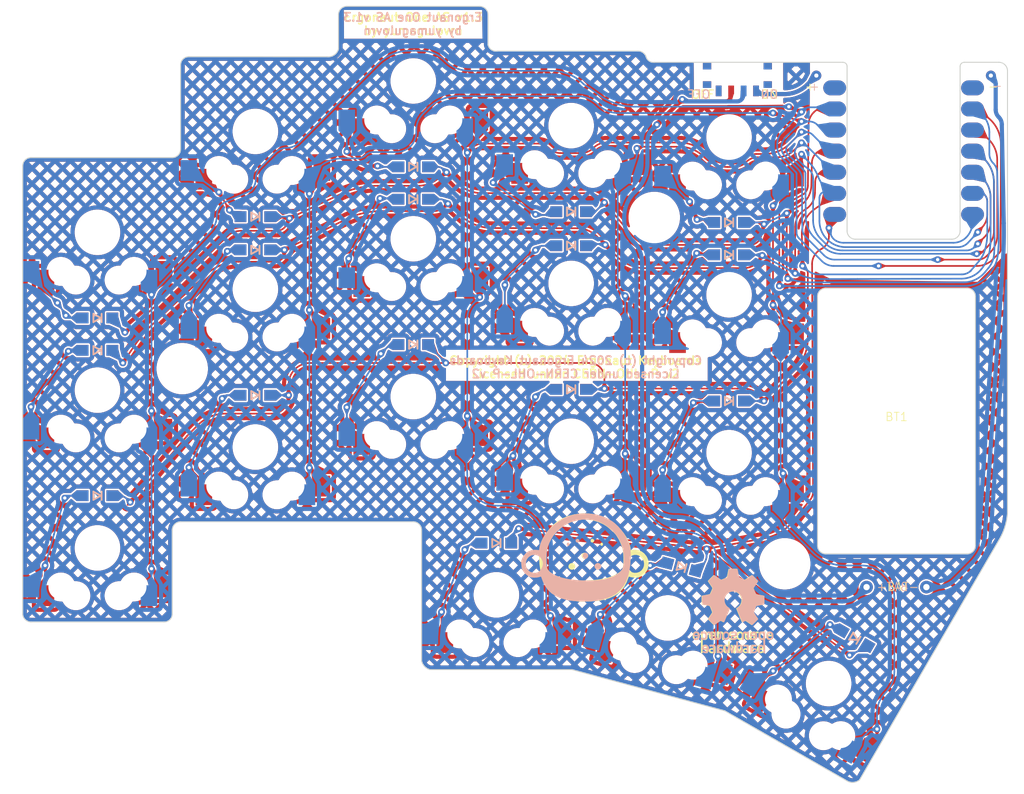
<source format=kicad_pcb>
(kicad_pcb (version 20240108) (generator "pcbnew") (generator_version "8.0")
  (layers (0 "F.Cu" signal) (31 "B.Cu" signal) (34 "B.Paste" user) (35 "F.Paste" user) (36 "B.SilkS" user "B.Silkscreen") (37 "F.SilkS" user "F.Silkscreen") (38 "B.Mask" user) (39 "F.Mask" user) (44 "Edge.Cuts" user))
  (net 0 "")
  (net 1 "R0")
  (net 3 "Net-(D2-A)")
  (net 4 "Net-(D3-A)")
  (net 5 "Net-(D4-A)")
  (net 6 "Net-(D5-A)")
  (net 7 "Net-(D6-A)")
  (net 8 "R1")
  (net 10 "Net-(D8-A)")
  (net 11 "Net-(D9-A)")
  (net 12 "Net-(D10-A)")
  (net 13 "Net-(D11-A)")
  (net 14 "Net-(D12-A)")
  (net 15 "R2")
  (net 16 "Net-(D14-A)")
  (net 17 "Net-(D15-A)")
  (net 18 "Net-(D16-A)")
  (net 19 "Net-(D17-A)")
  (net 20 "Net-(D18-A)")
  (net 21 "R3")
  (net 22 "Net-(D19-A)")
  (net 23 "Net-(D20-A)")
  (net 24 "Net-(D21-A)")
  (net 25 "C1")
  (net 26 "C2")
  (net 27 "C3")
  (net 28 "C4")
  (net 29 "C5")
  (net 30 "GND")
  (net 33 "Net-(BT1--)")
  (net 34 "Net-(BT1-+)")
  (net 35 "Net-(PWR1-A)")
  (footprint "Two:KS-27_KS-33_Hotswap_1U_DUAL" (layer "F.Cu") (at 191.477264 130.419173 -30)
    (property "Reference" "SW21")
    (property "Value" "SW_SPST" (hide yes))
  )
  (footprint "Two:KS-27_KS-33_Hotswap_1U_DUAL" (layer "F.Cu") (at 122.5 82.94097)
    (property "Reference" "SW9")
    (property "Value" "SW_SPST" (hide yes))
  )
  (footprint "Two:Hole_5.7mm" (layer "F.Cu") (at 113.7 92.5)
    (property "Reference" "H2" (hide yes))
    (property "Value" "MountingHole" (hide yes))
  )
  (footprint "Two:KS-27_KS-33_Hotswap_1U_DUAL" (layer "F.Cu") (at 172.135076 122.523186 -15)
    (property "Reference" "SW20")
    (property "Value" "SW_SPST" (hide yes))
  )
  (footprint "Two:KS-27_KS-33_Hotswap_1U_DUAL" (layer "F.Cu") (at 103.5 76.09097)
    (property "Reference" "SW2")
    (property "Value" "SW_SPST" (hide yes))
  )
  (footprint "Two:Hole_5.7mm" (layer "F.Cu") (at 186.2 116)
    (property "Reference" "H4" (hide yes))
    (property "Value" "MountingHole" (hide yes))
  )
  (footprint "Two:KS-27_KS-33_Hotswap_1U_DUAL" (layer "F.Cu") (at 160.5 63.24097)
    (property "Reference" "SW5")
    (property "Value" "SW_SPST" (hide yes))
  )
  (footprint "Two:KS-27_KS-33_Hotswap_1U_DUAL" (layer "F.Cu") (at 122.5 101.94097)
    (property "Reference" "SW15")
    (property "Value" "SW_SPST" (hide yes))
  )
  (footprint "Two:KS-27_KS-33_Hotswap_1U_DUAL" (layer "F.Cu") (at 179.5 83.61597)
    (property "Reference" "SW12")
    (property "Value" "SW_SPST" (hide yes))
  )
  (footprint "Two:KS-27_KS-33_Hotswap_1U_DUAL" (layer "F.Cu") (at 179.5 64.61597)
    (property "Reference" "SW6")
    (property "Value" "SW_SPST" (hide yes))
  )
  (footprint "Two:KS-27_KS-33_Hotswap_1U_DUAL" (layer "F.Cu") (at 160.5 101.24097)
    (property "Reference" "SW17")
    (property "Value" "SW_SPST" (hide yes))
  )
  (footprint "Two:KS-27_KS-33_Hotswap_1U_DUAL" (layer "F.Cu") (at 160.5 82.24097)
    (property "Reference" "SW11")
    (property "Value" "SW_SPST" (hide yes))
  )
  (footprint "Two:OSHW-logo" (layer "F.Cu") (at 179.94 121.69097)
    (property "Reference" "G***" (hide yes))
    (property "Value" "LOGO" (hide yes))
  )
  (footprint "Two:lp601730" (layer "F.Cu") (at 199.644 98.806)
    (property "Reference" "BT1")
    (property "Value" "LP601730")
    (fp_line (start -9.5 15) (end -9.5 -15) (stroke (width 0.12)) (layer "Edge.Cuts"))
    (fp_line (start -8.5 -16) (end 8.5 -16) (stroke (width 0.12)) (layer "Edge.Cuts"))
    (fp_line (start 8.5 16) (end -8.5 16) (stroke (width 0.12)) (layer "Edge.Cuts"))
    (fp_line (start 9.5 -15) (end 9.5 15) (stroke (width 0.12)) (layer "Edge.Cuts"))
    (fp_arc (start -9.5 -15) (mid -9.207092 -15.707092) (end -8.5 -16) (stroke (width 0.12)) (layer "Edge.Cuts"))
    (fp_arc (start -8.5 16) (mid -9.2071 15.7071) (end -9.5 15) (stroke (width 0.12)) (layer "Edge.Cuts"))
    (fp_arc (start 8.5 -16) (mid 9.207107 -15.707107) (end 9.5 -15) (stroke (width 0.12)) (layer "Edge.Cuts"))
    (fp_arc (start 9.5 15) (mid 9.207121 15.707121) (end 8.5 16) (stroke (width 0.12)) (layer "Edge.Cuts"))
  )
  (footprint "Two:KS-27_KS-33_Hotswap_1U_DUAL" (layer "F.Cu") (at 122.5 63.94097)
    (property "Reference" "SW3")
    (property "Value" "SW_SPST" (hide yes))
  )
  (footprint "Two:KS-27_KS-33_Hotswap_1U_DUAL" (layer "F.Cu") (at 179.5 102.61597)
    (property "Reference" "SW18")
    (property "Value" "SW_SPST" (hide yes))
  )
  (footprint "Two:KS-27_KS-33_Hotswap_1U_DUAL" (layer "F.Cu") (at 103.5 95.09097)
    (property "Reference" "SW8")
    (property "Value" "SW_SPST" (hide yes))
  )
  (footprint "Two:en_logo" (layer "F.Cu") (at 162.153537 115)
    (property "Reference" "G***" (hide yes))
    (property "Value" "LOGO" (hide yes))
  )
  (footprint "Two:KS-27_KS-33_Hotswap_1U_DUAL" (layer "F.Cu") (at 141.5 57.86597)
    (property "Reference" "SW4")
    (property "Value" "SW_SPST" (hide yes))
  )
  (footprint "Two:KS-27_KS-33_Hotswap_1U_DUAL" (layer "F.Cu") (at 151.5 119.7407)
    (property "Reference" "SW19")
    (property "Value" "SW_SPST" (hide yes))
  )
  (footprint "Two:KS-27_KS-33_Hotswap_1U_DUAL" (layer "F.Cu") (at 141.5 95.86597)
    (property "Reference" "SW16")
    (property "Value" "SW_SPST" (hide yes))
  )
  (footprint "Two:KS-27_KS-33_Hotswap_1U_DUAL" (layer "F.Cu") (at 103.5 114.09097)
    (property "Reference" "SW14")
    (property "Value" "SW_SPST" (hide yes))
  )
  (footprint "Two:Hole_5.7mm" (layer "F.Cu") (at 170.5 74.3)
    (property "Reference" "H3" (hide yes))
    (property "Value" "MountingHole" (hide yes))
  )
  (footprint "Two:KS-27_KS-33_Hotswap_1U_DUAL" (layer "F.Cu") (at 141.5 76.86597)
    (property "Reference" "SW10")
    (property "Value" "SW_SPST" (hide yes))
  )
  (footprint "Two:Diode_TH_SMD_DUAL" (layer "B.Cu") (at 173.778827 116.387201 165)
    (property "Reference" "D20" (hide yes))
    (property "Value" "D_Small" (hide yes))
  )
  (footprint "Two:Diode_TH_SMD_DUAL" (layer "B.Cu") (at 179.5 96.4 180)
    (property "Reference" "D18" (hide yes))
    (property "Value" "D_Small" (hide yes))
  )
  (footprint "Two:Diode_TH_SMD_DUAL" (layer "B.Cu") (at 194.630386 124.957992 150)
    (property "Reference" "D21" (hide yes))
    (property "Value" "D_Small" (hide yes))
  )
  (footprint "Two:Diode_TH_SMD_DUAL" (layer "B.Cu") (at 151.5 113.5 180)
    (property "Reference" "D19" (hide yes))
    (property "Value" "D_Small" (hide yes))
  )
  (footprint "Two:Diode_TH_SMD_DUAL" (layer "B.Cu") (at 103.5 86.4 180)
    (property "Reference" "D2" (hide yes))
    (property "Value" "D_Small" (hide yes))
  )
  (footprint "Two:Diode_TH_SMD_DUAL" (layer "B.Cu") (at 103.5 90.297 180)
    (property "Reference" "D8" (hide yes))
    (property "Value" "D_Small" (hide yes))
  )
  (footprint "Two:Diode_TH_SMD_DUAL" (layer "B.Cu") (at 160.5 95 180)
    (property "Reference" "D17" (hide yes))
    (property "Value" "D_Small" (hide yes))
  )
  (footprint "Two:Diode_TH_SMD_DUAL" (layer "B.Cu") (at 179.5 74.9 180)
    (property "Reference" "D6" (hide yes))
    (property "Value" "D_Small" (hide yes))
  )
  (footprint "Two:Diode_TH_SMD_DUAL" (layer "B.Cu") (at 179.5 78.8 180)
    (property "Reference" "D12" (hide yes))
    (property "Value" "D_Small" (hide yes))
  )
  (footprint "Two:Diode_TH_SMD_DUAL" (layer "B.Cu") (at 141.5 68.2 180)
    (property "Reference" "D4" (hide yes))
    (property "Value" "D_Small" (hide yes))
  )
  (footprint "Two:Diode_TH_SMD_DUAL" (layer "B.Cu") (at 141.5 72.1 180)
    (property "Reference" "D10" (hide yes))
    (property "Value" "D_Small" (hide yes))
  )
  (footprint "Two:XIAO_nRF52840_DUAL_WINDOW_NO_CAP" (layer "B.Cu") (at 200.5 55.616046 180)
    (property "Reference" "U1" (hide yes))
    (property "Value" "XIAO_nRF52840" (hide yes))
    (fp_line (start 6.8 -0.5) (end 6.8 -20.3) (stroke (width 0.12)) (layer "Edge.Cuts"))
    (fp_line (start 5.8 -21.3) (end -5.8 -21.3) (stroke (width 0.12)) (layer "Edge.Cuts"))
    (fp_line (start -6.8 -20.3) (end -6.8 -0.5) (stroke (width 0.12)) (layer "Edge.Cuts"))
    (fp_arc (start 7.3 0) (mid 6.946447 -0.146447) (end 6.8 -0.5) (stroke (width 0.12)) (layer "Edge.Cuts"))
    (fp_arc (start 5.8 -21.3) (mid 6.507107 -21.007107) (end 6.8 -20.3) (stroke (width 0.12)) (layer "Edge.Cuts"))
    (fp_arc (start -6.8 -0.5) (mid -6.946446 -0.146446) (end -7.3 0) (stroke (width 0.12)) (layer "Edge.Cuts"))
    (fp_arc (start -6.8 -20.3) (mid -6.507107 -21.007107) (end -5.8 -21.3) (stroke (width 0.12)) (layer "Edge.Cuts"))
  )
  (footprint "Two:Diode_TH_SMD_DUAL" (layer "B.Cu") (at 160.5 73.6 180)
    (property "Reference" "D5" (hide yes))
    (property "Value" "D_Small" (hide yes))
  )
  (footprint "Two:Diode_TH_SMD_DUAL" (layer "B.Cu") (at 122.5 74.2 180)
    (property "Reference" "D3" (hide yes))
    (property "Value" "D_Small" (hide yes))
  )
  (footprint "Two:Diode_TH_SMD_DUAL" (layer "B.Cu") (at 141.5 89.6 180)
    (property "Reference" "D16" (hide yes))
    (property "Value" "D_Small" (hide yes))
  )
  (footprint "Two:OSHW-logo" (layer "B.Cu") (at 180.01 121.69097 180)
    (property "Reference" "G***" (hide yes))
    (property "Value" "LOGO" (hide yes))
  )
  (footprint "Two:Diode_TH_SMD_DUAL" (layer "B.Cu") (at 160.5 77.7 180)
    (property "Reference" "D11" (hide yes))
    (property "Value" "D_Small" (hide yes))
  )
  (footprint "Two:MSK-12C02_DUAL" (layer "B.Cu") (at 180.5 55.92097 180)
    (property "Reference" "PWR1" (hide yes))
    (property "Value" "SW_SPDT")
  )
  (footprint "Two:Diode_TH_SMD_DUAL" (layer "B.Cu") (at 122.5 78.2 180)
    (property "Reference" "D9" (hide yes))
    (property "Value" "D_Small" (hide yes))
  )
  (footprint "Two:Diode_TH_SMD_DUAL" (layer "B.Cu") (at 122.5 95.7 180)
    (property "Reference" "D15" (hide yes))
    (property "Value" "D_Small" (hide yes))
  )
  (footprint "Two:Diode_TH_SMD_DUAL" (layer "B.Cu") (at 103.5 107.8 180)
    (property "Reference" "D14" (hide yes))
    (property "Value" "D_Small" (hide yes))
  )
  (gr_line (start 211.963 55.616046) (end 207.8 55.616046) (stroke (width 0.12)) (layer "Edge.Cuts"))
  (gr_arc (start 113.5 55.940978) (mid 113.792896 55.233874) (end 114.5 54.940978) (stroke (width 0.12)) (layer "Edge.Cuts"))
  (gr_arc (start 211.963012 55.615978) (mid 212.68331 55.90671) (end 213 56.615978) (stroke (width 0.12)) (layer "Edge.Cuts"))
  (gr_arc (start 112.5 122.083849) (mid 112.189748 122.749038) (end 111.5 123) (stroke (width 0.12)) (layer "Edge.Cuts"))
  (gr_line (start 111.5 123) (end 95.5 123) (stroke (width 0.12)) (layer "Edge.Cuts"))
  (gr_arc (start 170.508049 55.618933) (mid 169.865979 55.453027) (end 169.5 54.9) (stroke (width 0.12)) (layer "Edge.Cuts"))
  (gr_line (start 178.98 133.70097) (end 160.6 128.74097) (stroke (width 0.12)) (layer "Edge.Cuts"))
  (gr_arc (start 141.5 110.940986) (mid 142.207104 111.233882) (end 142.5 111.940986) (stroke (width 0.12)) (layer "Edge.Cuts"))
  (gr_arc (start 132.5 49.911251) (mid 132.781895 49.183773) (end 133.5 48.87879) (stroke (width 0.12)) (layer "Edge.Cuts"))
  (gr_line (start 213 56.615978) (end 213 109.982) (stroke (width 0.12)) (layer "Edge.Cuts"))
  (gr_line (start 151.6485 54.258887) (end 168.5 54.258887) (stroke (width 0.12)) (layer "Edge.Cuts"))
  (gr_arc (start 195.2 142.016509) (mid 194.526548 142.310811) (end 193.8 142.2) (stroke (width 0.12)) (layer "Edge.Cuts"))
  (gr_line (start 142.5 127.7) (end 142.5 111.940986) (stroke (width 0.12)) (layer "Edge.Cuts"))
  (gr_line (start 193.8 142.2) (end 178.98 133.70097) (stroke (width 0.12)) (layer "Edge.Cuts"))
  (gr_arc (start 168.5 54.258887) (mid 169.099994 54.423474) (end 169.5 54.9) (stroke (width 0.12)) (layer "Edge.Cuts"))
  (gr_line (start 114.5 54.940978) (end 131.1635 54.947478) (stroke (width 0.12)) (layer "Edge.Cuts"))
  (gr_line (start 170.508049 55.618934) (end 193.2 55.616046) (stroke (width 0.12)) (layer "Edge.Cuts"))
  (gr_arc (start 94.503971 68.090978) (mid 94.795468 67.385281) (end 95.5 67.090979) (stroke (width 0.12)) (layer "Edge.Cuts"))
  (gr_line (start 211.963 113.157) (end 195.2 142.016509) (stroke (width 0.12)) (layer "Edge.Cuts"))
  (gr_arc (start 112.5 111.940903) (mid 112.792922 111.233825) (end 113.5 110.940903) (stroke (width 0.12)) (layer "Edge.Cuts"))
  (gr_arc (start 151.6485 54.258887) (mid 150.919547 54.123231) (end 150.5 53.511875) (stroke (width 0.12)) (layer "Edge.Cuts"))
  (gr_line (start 94.5 122.090978) (end 94.5 68.090978) (stroke (width 0.12)) (layer "Edge.Cuts"))
  (gr_arc (start 143.5 128.740708) (mid 142.860575 128.354326) (end 142.5 127.7) (stroke (width 0.12)) (layer "Edge.Cuts"))
  (gr_line (start 133.5 48.87879) (end 149.5 48.88169) (stroke (width 0.12)) (layer "Edge.Cuts"))
  (gr_arc (start 113.5 66.090948) (mid 113.207135 66.798091) (end 112.5 67.090978) (stroke (width 0.12)) (layer "Edge.Cuts"))
  (gr_line (start 132.5 54.0065) (end 132.5 49.911256) (stroke (width 0.12)) (layer "Edge.Cuts"))
  (gr_line (start 112.5 122.083849) (end 112.5 111.940903) (stroke (width 0.12)) (layer "Edge.Cuts"))
  (gr_arc (start 149.5 48.88169) (mid 150.20746 49.175408) (end 150.5 49.883355) (stroke (width 0.12)) (layer "Edge.Cuts"))
  (gr_arc (start 95.499786 123.006822) (mid 94.830045 122.734316) (end 94.500001 122.090978) (stroke (width 0.12)) (layer "Edge.Cuts"))
  (gr_line (start 95.5 67.090978) (end 112.5 67.090978) (stroke (width 0.12)) (layer "Edge.Cuts"))
  (gr_line (start 160.6 128.74097) (end 143.5 128.740708) (stroke (width 0.12)) (layer "Edge.Cuts"))
  (gr_arc (start 132.5 54.0065) (mid 132.006243 54.724827) (end 131.1635 54.947478) (stroke (width 0.12)) (layer "Edge.Cuts"))
  (gr_line (start 150.5 49.883355) (end 150.5 53.511875) (stroke (width 0.12)) (layer "Edge.Cuts"))
  (gr_line (start 141.5 110.940986) (end 113.5 110.940986) (stroke (width 0.12)) (layer "Edge.Cuts"))
  (gr_line (start 113.5 66.090948) (end 113.5 55.940978) (stroke (width 0.12)) (layer "Edge.Cuts"))
  (gr_arc (start 213 109.982) (mid 212.665892 111.629725) (end 211.963 113.157) (stroke (width 0.12)) (layer "Edge.Cuts"))
  (gr_text "Ergonaut One AS v1.3\nby yumagulovrn" (at 141.42 51 0) (layer "B.SilkS") (effects (font (size 1 1) (thickness 0.2) (bold yes)) (justify mirror)))
  (gr_text "Copyright (c) 2024 Ergonaut Keyboards\nLicensed under CERN-OHL-P v2" (at 161.036 92.329 0) (layer "B.SilkS") (effects (font (size 1 1) (thickness 0.2) (bold yes)) (justify mirror)))
  (gr_text "Ergonaut One AS v1.3\nby yumagulovrn" (at 141.5 51 0) (layer "F.SilkS") (effects (font (size 1 1) (thickness 0.2) (bold yes))))
  (gr_text "Copyright (c) 2024 Ergonaut Keyboards\nLicensed under CERN-OHL-P v2" (at 161.036 92.329 0) (layer "F.SilkS") (effects (font (size 1 1) (thickness 0.2) (bold yes))))
  (segment (start 183.7 75.1) (end 183.65 75.1) (width 0.2) (layer "F.Cu") (net 1))
  (segment (start 145.167015 68.532985) (end 145.5 68.86597) (width 0.2) (layer "F.Cu") (net 1))
  (segment (start 126.6 74.4) (end 126.258578 74.2) (width 0.2) (layer "F.Cu") (net 1))
  (segment (start 106.807 88.138) (end 108.0135 87.122) (width 0.2) (layer "F.Cu") (net 1))
  (segment (start 120.865127 75.9) (end 125.072352 75.9) (width 0.2) (layer "F.Cu") (net 1))
  (segment (start 182.017902 77.6) (end 170.132129 77.6) (width 0.2) (layer "F.Cu") (net 1))
  (segment (start 119.17024 76.526608) (end 110.387112 85.044988) (width 0.2) (layer "F.Cu") (net 1))
  (segment (start 168.049526 76.695967) (end 167.911191 76.547983) (width 0.2) (layer "F.Cu") (net 1))
  (segment (start 145.5 68.86597) (end 146.754015 70.119985) (width 0.2) (layer "F.Cu") (net 1))
  (segment (start 183.742731 75.174038) (end 183.752693 75.184) (width 0.2) (layer "F.Cu") (net 1))
  (segment (start 137.188655 70.485) (end 142.08537 70.485) (width 0.2) (layer "F.Cu") (net 1))
  (segment (start 163.251906 73.748093) (end 164.5 72.5) (width 0.2) (layer "F.Cu") (net 1))
  (segment (start 106.807 88.138) (end 105.2875 86.4) (width 0.2) (layer "F.Cu") (net 1))
  (segment (start 186.563 81.661) (end 186.4995 81.28) (width 0.2) (layer "F.Cu") (net 1))
  (segment (start 183.5 75) (end 183.564644 75.064644) (width 0.2) (layer "F.Cu") (net 1))
  (segment (start 126.6 74.4) (end 132.781741 71.474992) (width 0.2) (layer "F.Cu") (net 1))
  (segment (start 144.363118 68.2) (end 143.2875 68.2) (width 0.2) (layer "F.Cu") (net 1))
  (segment (start 187.8965 72.9615) (end 186.436 73.787) (width 0.2) (layer "F.Cu") (net 1))
  (segment (start 126.6 74.4) (end 126.249983 75.150036) (width 0.2) (layer "F.Cu") (net 1))
  (segment (start 145.5 68.86597) (end 145.432985 68.932985) (width 0.2) (layer "F.Cu") (net 1))
  (segment (start 145.426503 68.885167) (end 144.404751 69.685083) (width 0.2) (layer "F.Cu") (net 1))
  (segment (start 164.5 72.5) (end 163.937 71.937) (width 0.2) (layer "F.Cu") (net 1))
  (segment (start 183.258578 74.9) (end 181.2875 74.9) (width 0.2) (layer "F.Cu") (net 1))
  (segment (start 183.7 75.1) (end 183.7 75.15) (width 0.2) (layer "F.Cu") (net 1))
  (segment (start 186.436 73.787) (end 186.436 80.512744) (width 0.2) (layer "F.Cu") (net 1))
  (segment (start 126.6 74.4) (end 124.2875 74.2) (width 0.2) (layer "F.Cu") (net 1))
  (segment (start 164.5 72.5) (end 167.642637 76.244827) (width 0.2) (layer "F.Cu") (net 1))
  (segment (start 145.5 68.86597) (end 145.47285 68.86597) (width 0.2) (layer "F.Cu") (net 1))
  (segment (start 189.398326 70.458858) (end 189.465 67.753082) (width 0.2) (layer "F.Cu") (net 1))
  (segment (start 162.577797 71.374) (end 149.781475 71.374) (width 0.2) (layer "F.Cu") (net 1))
  (segment (start 183.682714 75.246917) (end 183.420885 76.312095) (width 0.2) (layer "F.Cu") (net 1))
  (segment (start 183.289946 76.71301) (end 183.338613 76.580908) (width 0.2) (layer "F.Cu") (net 1))
  (via (at 183.7 75.1) (size 0.8) (drill 0.4) (layers "F.Cu" "B.Cu") (net 1))
  (via (at 126.6 74.4) (size 0.8) (drill 0.4) (layers "F.Cu" "B.Cu") (net 1))
  (via (at 145.5 68.86597) (size 0.8) (drill 0.4) (layers "F.Cu" "B.Cu") (net 1))
  (via (at 106.807 88.138) (size 0.8) (drill 0.4) (layers "F.Cu" "B.Cu") (net 1))
  (via (at 186.436 73.787) (size 0.8) (drill 0.4) (layers "F.Cu" "B.Cu") (net 1))
  (via (at 164.5 72.5) (size 0.8) (drill 0.4) (layers "F.Cu" "B.Cu") (net 1))
  (via (at 186.563 81.661) (size 0.8) (drill 0.4) (layers "F.Cu" "B.Cu") (net 1))
  (arc (start 167.642637 76.244827) (mid 167.774885 76.398202) (end 167.911191 76.547983) (width 0.2) (layer "F.Cu") (net 1))
  (arc (start 163.251906 73.748093) (mid 162.972881 73.934531) (end 162.64375 74) (width 0.2) (layer "F.Cu") (net 1))
  (arc (start 149.781475 71.374) (mid 148.143025 71.048092) (end 146.754015 70.119985) (width 0.2) (layer "F.Cu") (net 1))
  (arc (start 187.8965 72.9615) (mid 188.977515 71.908272) (end 189.398326 70.458858) (width 0.2) (layer "F.Cu") (net 1))
  (arc (start 183.65 75.1) (mid 183.603805 75.090811) (end 183.564644 75.064644) (width 0.2) (layer "F.Cu") (net 1))
  (arc (start 183.742731 75.174038) (mid 183.714336 75.174514) (end 183.7 75.15) (width 0.2) (layer "F.Cu") (net 1))
  (arc (start 125.072352 75.9) (mid 125.770435 75.696602) (end 126.249983 75.150036) (width 0.2) (layer "F.Cu") (net 1))
  (arc (start 145.167015 68.532985) (mid 144.798183 68.286539) (end 144.363118 68.2) (width 0.2) (layer "F.Cu") (net 1))
  (arc (start 137.188655 70.485) (mid 134.930283 70.735544) (end 132.781741 71.474992) (width 0.2) (layer "F.Cu") (net 1))
  (arc (start 142.08537 70.485) (mid 143.312092 70.279403) (end 144.404751 69.685083) (width 0.2) (layer "F.Cu") (net 1))
  (arc (start 168.049526 76.695967) (mid 168.996951 77.364244) (end 170.132129 77.6) (width 0.2) (layer "F.Cu") (net 1))
  (arc (start 119.17024 76.526608) (mid 119.53427 76.244702) (end 119.9515 76.05) (width 0.2) (layer "F.Cu") (net 1))
  (arc (start 183.682714 75.246917) (mid 183.695644 75.199223) (end 183.7 75.15) (width 0.2) (layer "F.Cu") (net 1))
  (arc (start 186.436 80.512744) (mid 186.451902 80.897683) (end 186.4995 81.28) (width 0.2) (layer "F.Cu") (net 1))
  (arc (start 108.0135 87.122) (mid 109.210152 86.094745) (end 110.387112 85.044988) (width 0.2) (layer "F.Cu") (net 1))
  (arc (start 183.5 75) (mid 183.389234 74.925989) (end 183.258578 74.9) (width 0.2) (layer "F.Cu") (net 1))
  (arc (start 189.944477 66.595523) (mid 189.589612 67.126615) (end 189.465 67.753082) (width 0.2) (layer "F.Cu") (net 1))
  (arc (start 120.865127 75.9) (mid 120.402197 75.937749) (end 119.9515 76.05) (width 0.2) (layer "F.Cu") (net 1))
  (arc (start 183.420885 76.312095) (mid 183.383512 76.447653) (end 183.338613 76.580908) (width 0.2) (layer "F.Cu") (net 1))
  (arc (start 145.426503 68.885167) (mid 145.447767 68.870959) (end 145.47285 68.86597) (width 0.2) (layer "F.Cu") (net 1))
  (arc (start 182.017902 77.6) (mid 182.79328 77.356358) (end 183.289946 76.71301) (width 0.2) (layer "F.Cu") (net 1))
  (arc (start 183.682714 75.246917) (mid 183.706544 75.205389) (end 183.742731 75.174038) (width 0.2) (layer "F.Cu") (net 1))
  (arc (start 191.102036 66.116046) (mid 190.475569 66.240658) (end 189.944477 66.595523) (width 0.2) (layer "F.Cu") (net 1))
  (arc (start 126.258578 74.2) (mid 126.389234 74.225989) (end 126.5 74.3) (width 0.2) (layer "F.Cu") (net 1))
  (arc (start 162.577797 71.374) (mid 163.313392 71.520318) (end 163.937 71.937) (width 0.2) (layer "F.Cu") (net 1))
  (segment (start 189.173556 82.112) (end 207.691762 82.112) (width 0.2) (layer "B.Cu") (net 1))
  (segment (start 163.251906 73.748093) (end 164.5 72.5) (width 0.2) (layer "B.Cu") (net 1))
  (segment (start 144.363118 68.2) (end 143.2875 68.2) (width 0.2) (layer "B.Cu") (net 1))
  (segment (start 126.5 74.3) (end 126.6 74.4) (width 0.2) (layer "B.Cu") (net 1))
  (segment (start 210.21798 67.264066) (end 209.06996 66.116046) (width 0.2) (layer "B.Cu") (net 1))
  (segment (start 210.723421 80.367764) (end 210.311999 80.870499) (width 0.2) (layer "B.Cu") (net 1))
  (segment (start 183.7 75.1) (end 186.436 73.787) (width 0.2) (layer "B.Cu") (net 1))
  (segment (start 186.563 81.661) (end 187.4235 81.8865) (width 0.2) (layer "B.Cu") (net 1))
  (segment (start 211.44395 76.769449) (end 211.366 70.035631) (width 0.2) (layer "B.Cu") (net 1))
  (segment (start 126.258578 74.2) (end 124.2875 74.2) (width 0.2) (layer "B.Cu") (net 1))
  (segment (start 106.807 88.138) (end 105.2875 86.4) (width 0.2) (layer "B.Cu") (net 1))
  (segment (start 183.358578 74.9) (end 181.2875 74.9) (width 0.2) (layer "B.Cu") (net 1))
  (segment (start 145.167015 68.532985) (end 145.5 68.86597) (width 0.2) (layer "B.Cu") (net 1))
  (arc (start 210.21798 67.264066) (mid 211.067639 68.53567) (end 211.366 70.035631) (width 0.2) (layer "B.Cu") (net 1))
  (arc (start 211.44395 76.769449) (mid 211.436355 77.723487) (end 211.3915 78.6765) (width 0.2) (layer "B.Cu") (net 1))
  (arc (start 126.5 74.3) (mid 126.389234 74.225989) (end 126.258578 74.2) (width 0.2) (layer "B.Cu") (net 1))
  (arc (start 145.167015 68.532985) (mid 144.798183 68.286539) (end 144.363118 68.2) (width 0.2) (layer "B.Cu") (net 1))
  (arc (start 189.173556 82.112) (mid 188.291293 82.055392) (end 187.4235 81.8865) (width 0.2) (layer "B.Cu") (net 1))
  (arc (start 163.251906 73.748093) (mid 162.972881 73.934531) (end 162.64375 74) (width 0.2) (layer "B.Cu") (net 1))
  (arc (start 207.691762 82.112) (mid 209.1415 81.785923) (end 210.311999 80.870499) (width 0.2) (layer "B.Cu") (net 1))
  (arc (start 210.723421 80.367764) (mid 211.189435 79.574264) (end 211.3915 78.6765) (width 0.2) (layer "B.Cu") (net 1))
  (segment (start 98.854553 84.784545) (end 99.7 86.1) (width 0.2) (layer "F.Cu") (net 3))
  (segment (start 99.7 86.1) (end 99.85 86.25) (width 0.2) (layer "F.Cu") (net 3))
  (segment (start 97.78155 83.68455) (end 98.679 84.582) (width 0.2) (layer "F.Cu") (net 3))
  (segment (start 98.679 84.582) (end 98.7425 84.6455) (width 0.2) (layer "F.Cu") (net 3))
  (segment (start 100.212132 86.4) (end 101.9125 86.4) (width 0.2) (layer "F.Cu") (net 3))
  (via (at 98.679 84.582) (size 0.8) (drill 0.4) (layers "F.Cu" "B.Cu") (net 3))
  (via (at 99.7 86.1) (size 0.8) (drill 0.4) (layers "F.Cu" "B.Cu") (net 3))
  (arc (start 98.854553 84.784545) (mid 98.802252 84.712019) (end 98.7425 84.6455) (width 0.2) (layer "F.Cu") (net 3))
  (arc (start 99.85 86.25) (mid 100.016147 86.361016) (end 100.212132 86.4) (width 0.2) (layer "F.Cu") (net 3))
  (arc (start 97.78155 83.68455) (mid 97.42515 83.15116) (end 97.3 82.521985) (width 0.2) (layer "F.Cu") (net 3))
  (segment (start 99.7 86.1) (end 99.85 86.25) (width 0.2) (layer "B.Cu") (net 3))
  (segment (start 98.854553 84.784545) (end 99.7 86.1) (width 0.2) (layer "B.Cu") (net 3))
  (segment (start 98.679 84.582) (end 95.716385 81.619385) (width 0.2) (layer "B.Cu") (net 3))
  (segment (start 100.212132 86.4) (end 101.9125 86.4) (width 0.2) (layer "B.Cu") (net 3))
  (segment (start 98.679 84.582) (end 98.7425 84.6455) (width 0.2) (layer "B.Cu") (net 3))
  (arc (start 98.854553 84.784545) (mid 98.802252 84.712019) (end 98.7425 84.6455) (width 0.2) (layer "B.Cu") (net 3))
  (arc (start 99.85 86.25) (mid 100.016147 86.361016) (end 100.212132 86.4) (width 0.2) (layer "B.Cu") (net 3))
  (segment (start 117.85603 71.247) (end 118.11 71.247) (width 0.2) (layer "F.Cu") (net 4))
  (segment (start 120.7125 74.2) (end 120.174 74.2) (width 0.2) (layer "F.Cu") (net 4))
  (segment (start 116.3 69.69097) (end 117.85603 71.247) (width 0.2) (layer "F.Cu") (net 4))
  (segment (start 119.38 73.406) (end 118.11 71.247) (width 0.2) (layer "F.Cu") (net 4))
  (segment (start 120.174 74.2) (end 119.38 73.406) (width 0.2) (layer "F.Cu") (net 4))
  (via (at 118.11 71.247) (size 0.8) (drill 0.4) (layers "F.Cu" "B.Cu") (net 4))
  (via (at 119.38 73.406) (size 0.8) (drill 0.4) (layers "F.Cu" "B.Cu") (net 4))
  (segment (start 118.11 71.247) (end 114.5 68.64097) (width 0.2) (layer "B.Cu") (net 4))
  (segment (start 120.174 74.2) (end 119.38 73.406) (width 0.2) (layer "B.Cu") (net 4))
  (segment (start 120.7125 74.2) (end 120.174 74.2) (width 0.2) (layer "B.Cu") (net 4))
  (segment (start 137.37071 68.2) (end 139.7125 68.2) (width 0.2) (layer "F.Cu") (net 5))
  (segment (start 133.5 66.36597) (end 135.3 64.56597) (width 0.2) (layer "F.Cu") (net 5))
  (segment (start 137.2 68.1) (end 137.25 68.15) (width 0.2) (layer "F.Cu") (net 5))
  (segment (start 136.217015 68.1) (end 137.2 68.1) (width 0.2) (layer "F.Cu") (net 5))
  (segment (start 133.5 66.36597) (end 134.538954 67.404924) (width 0.2) (layer "F.Cu") (net 5))
  (via (at 133.5 66.36597) (size 0.8) (drill 0.4) (layers "F.Cu" "B.Cu") (net 5))
  (via (at 137.2 68.1) (size 0.8) (drill 0.4) (layers "F.Cu" "B.Cu") (net 5))
  (arc (start 136.217015 68.1) (mid 135.308855 67.919355) (end 134.538954 67.404924) (width 0.2) (layer "F.Cu") (net 5))
  (arc (start 137.37071 68.2) (mid 137.305382 68.187005) (end 137.25 68.15) (width 0.2) (layer "F.Cu") (net 5))
  (segment (start 133.5 66.36597) (end 133.5 62.56597) (width 0.2) (layer "B.Cu") (net 5))
  (segment (start 137.37071 68.2) (end 139.7125 68.2) (width 0.2) (layer "B.Cu") (net 5))
  (segment (start 137.2 68.1) (end 137.25 68.15) (width 0.2) (layer "B.Cu") (net 5))
  (arc (start 137.37071 68.2) (mid 137.305382 68.187005) (end 137.25 68.15) (width 0.2) (layer "B.Cu") (net 5))
  (segment (start 156.985765 74) (end 158.659375 74) (width 0.2) (layer "F.Cu") (net 6))
  (segment (start 151.1 70.1) (end 151.654515 69.545485) (width 0.2) (layer "F.Cu") (net 6))
  (segment (start 156.261679 73.957448) (end 156.373709 73.957448) (width 0.2) (layer "F.Cu") (net 6))
  (segment (start 152.993232 68.99097) (end 154.3 68.99097) (width 0.2) (layer "F.Cu") (net 6))
  (segment (start 156.225136 73.942311) (end 156.21 73.927175) (width 0.2) (layer "F.Cu") (net 6))
  (via (at 151.1 70.1) (size 0.8) (drill 0.4) (layers "F.Cu" "B.Cu") (net 6))
  (via (at 156.21 73.927175) (size 0.8) (drill 0.4) (layers "F.Cu" "B.Cu") (net 6))
  (arc (start 152.993232 68.99097) (mid 152.268723 69.135083) (end 151.654515 69.545485) (width 0.2) (layer "F.Cu") (net 6))
  (arc (start 156.985765 74) (mid 156.679097 73.988702) (end 156.373709 73.957448) (width 0.2) (layer "F.Cu") (net 6))
  (arc (start 156.225136 73.942311) (mid 156.241902 73.953514) (end 156.261679 73.957448) (width 0.2) (layer "F.Cu") (net 6))
  (segment (start 151.1 70.1) (end 152.5 67.94097) (width 0.2) (layer "B.Cu") (net 6))
  (segment (start 151.1 70.1) (end 156.097891 73.897891) (width 0.2) (layer "B.Cu") (net 6))
  (segment (start 156.225136 73.942311) (end 156.21 73.927175) (width 0.2) (layer "B.Cu") (net 6))
  (segment (start 156.261679 73.957448) (end 156.373709 73.957448) (width 0.2) (layer "B.Cu") (net 6))
  (segment (start 156.168587 73.927175) (end 156.21 73.927175) (width 0.2) (layer "B.Cu") (net 6))
  (segment (start 156.985765 74) (end 158.659375 74) (width 0.2) (layer "B.Cu") (net 6))
  (arc (start 156.225136 73.942311) (mid 156.241902 73.953514) (end 156.261679 73.957448) (width 0.2) (layer "B.Cu") (net 6))
  (arc (start 156.168587 73.927175) (mid 156.130326 73.919564) (end 156.097891 73.897891) (width 0.2) (layer "B.Cu") (net 6))
  (arc (start 156.985765 74) (mid 156.679097 73.988702) (end 156.373709 73.957448) (width 0.2) (layer "B.Cu") (net 6))
  (segment (start 175.641 74.549) (end 177.6635 74.549) (width 0.2) (layer "F.Cu") (net 7))
  (segment (start 175.4205 74.0245) (end 175.641 74.549) (width 0.2) (layer "F.Cu") (net 7))
  (segment (start 174.752 72.39) (end 173.3 70.938) (width 0.2) (layer "F.Cu") (net 7))
  (segment (start 174.752 72.39) (end 174.987053 72.972387) (width 0.2) (layer "F.Cu") (net 7))
  (via (at 174.752 72.39) (size 0.8) (drill 0.4) (layers "F.Cu" "B.Cu") (net 7))
  (via (at 175.641 74.549) (size 0.8) (drill 0.4) (layers "F.Cu" "B.Cu") (net 7))
  (arc (start 175.4205 74.0245) (mid 175.201888 73.499221) (end 174.987053 72.972387) (width 0.2) (layer "F.Cu") (net 7))
  (segment (start 175.641 74.549) (end 175.6655 74.5245) (width 0.2) (layer "B.Cu") (net 7))
  (segment (start 175.724648 74.5) (end 177.7125 74.5) (width 0.2) (layer "B.Cu") (net 7))
  (segment (start 174.752 72.39) (end 171.67797 69.31597) (width 0.2) (layer "B.Cu") (net 7))
  (arc (start 175.724648 74.5) (mid 175.692637 74.506367) (end 175.6655 74.5245) (width 0.2) (layer "B.Cu") (net 7))
  (segment (start 126 78.2) (end 126 78.589) (width 0.2) (layer "F.Cu") (net 8))
  (segment (start 147.2565 74.1045) (end 145.669 72.644) (width 0.2) (layer "F.Cu") (net 8))
  (segment (start 133.3119 74.562754) (end 126 78.2) (width 0.2) (layer "F.Cu") (net 8))
  (segment (start 145.397 72.372) (end 145.669 72.644) (width 0.2) (layer "F.Cu") (net 8))
  (segment (start 183.252512 79.347487) (end 182.849999 79.749999) (width 0.2) (layer "F.Cu") (net 8))
  (segment (start 120.49896 79.629) (end 124.888673 79.629) (width 0.2) (layer "F.Cu") (net 8))
  (segment (start 164.6 77.59097) (end 166.004515 78.995485) (width 0.2) (layer "F.Cu") (net 8))
  (segment (start 164.444704 77.5) (end 162.2875 77.5) (width 0.2) (layer "F.Cu") (net 8))
  (segment (start 183.5 78.75) (end 183.49186 78.867) (width 0.2) (layer "F.Cu") (net 8))
  (segment (start 125.724935 79.253064) (end 125.674499 79.303499) (width 0.2) (layer "F.Cu") (net 8))
  (segment (start 145.161 73.0885) (end 145.669 72.644) (width 0.2) (layer "F.Cu") (net 8))
  (segment (start 144.740333 72.1) (end 143.2875 72.1) (width 0.2) (layer "F.Cu") (net 8))
  (segment (start 126 78.2) (end 124.2875 78.2) (width 0.2) (layer "F.Cu") (net 8))
  (segment (start 189.837822 71.345515) (end 189.865 70.043845) (width 0.2) (layer "F.Cu") (net 8))
  (segment (start 164.6 77.59097) (end 163.604515 76.595485) (width 0.2) (layer "F.Cu") (net 8))
  (segment (start 190.931954 68.656046) (end 191.185954 68.656046) (width 0.2) (layer "F.Cu") (net 8))
  (segment (start 190.271477 69.062523) (end 190.498348 68.835651) (width 0.2) (layer "F.Cu") (net 8))
  (segment (start 187.452 81.026) (end 187.452 75.43511) (width 0.2) (layer "F.Cu") (net 8))
  (segment (start 107.548648 90.327527) (end 106.553 91.821) (width 0.2) (layer "F.Cu") (net 8))
  (segment (start 164.554515 77.545485) (end 164.6 77.59097) (width 0.2) (layer "F.Cu") (net 8))
  (segment (start 183.29593 78.8335) (end 183.49186 78.867) (width 0.2) (layer "F.Cu") (net 8))
  (segment (start 143.977985 73.533) (end 137.694078 73.533) (width 0.2) (layer "F.Cu") (net 8))
  (segment (start 116.580281 81.169048) (end 109.917635 87.362493) (width 0.2) (layer "F.Cu") (net 8))
  (segment (start 169.395314 80.4) (end 181.280761 80.4) (width 0.2) (layer "F.Cu") (net 8))
  (segment (start 161.201201 75.6) (end 151.001122 75.571109) (width 0.2) (layer "F.Cu") (net 8))
  (segment (start 182.901226 78.8) (end 181.2875 78.8) (width 0.2) (layer "F.Cu") (net 8))
  (segment (start 106.553 91.821) (end 105.2875 90.297) (width 0.2) (layer "F.Cu") (net 8))
  (segment (start 164.6 77.59097) (end 164.487031 77.59097) (width 0.2) (layer "F.Cu") (net 8))
  (via (at 106.553 91.821) (size 0.8) (drill 0.4) (layers "F.Cu" "B.Cu") (net 8))
  (via (at 187.452 81.026) (size 0.8) (drill 0.4) (layers "F.Cu" "B.Cu") (net 8))
  (via (at 145.669 72.644) (size 0.8) (drill 0.4) (layers "F.Cu" "B.Cu") (net 8))
  (via (at 183.49186 78.867) (size 0.8) (drill 0.4) (layers "F.Cu" "B.Cu") (net 8))
  (via (at 126 78.2) (size 0.8) (drill 0.4) (layers "F.Cu" "B.Cu") (net 8))
  (via (at 164.6 77.59097) (size 0.8) (drill 0.4) (layers "F.Cu" "B.Cu") (net 8))
  (arc (start 133.3119 74.562754) (mid 135.443307 73.793897) (end 137.694078 73.533) (width 0.2) (layer "F.Cu") (net 8))
  (arc (start 188.658499 73.342499) (mid 187.775228 74.227357) (end 187.452 75.43511) (width 0.2) (layer "F.Cu") (net 8))
  (arc (start 164.554515 77.545485) (mid 164.504133 77.511821) (end 164.444704 77.5) (width 0.2) (layer "F.Cu") (net 8))
  (arc (start 190.498348 68.835651) (mid 190.697288 68.702723) (end 190.931954 68.656046) (width 0.2) (layer "F.Cu") (net 8))
  (arc (start 166.004515 78.995485) (mid 167.560226 80.034978) (end 169.395314 80.4) (width 0.2) (layer "F.Cu") (net 8))
  (arc (start 161.201201 75.6) (mid 162.501865 75.858718) (end 163.604515 76.595485) (width 0.2) (layer "F.Cu") (net 8))
  (arc (start 189.865 70.043845) (mid 189.970639 69.512757) (end 190.271477 69.062523) (width 0.2) (layer "F.Cu") (net 8))
  (arc (start 182.849999 79.749999) (mid 182.130026 80.23107) (end 181.280761 80.4) (width 0.2) (layer "F.Cu") (net 8))
  (arc (start 120.49896 79.629) (mid 118.39374 80.02783) (end 116.580281 81.169048) (width 0.2) (layer "F.Cu") (net 8))
  (arc (start 108.6485 88.773) (mid 108.087789 89.542633) (end 107.548648 90.327527) (width 0.2) (layer "F.Cu") (net 8))
  (arc (start 182.901226 78.8) (mid 183.099287 78.80839) (end 183.29593 78.8335) (width 0.2) (layer "F.Cu") (net 8))
  (arc (start 125.674499 79.303499) (mid 125.313959 79.544405) (end 124.888673 79.629) (width 0.2) (layer "F.Cu") (net 8))
  (arc (start 125.724935 79.253064) (mid 125.928512 78.948388) (end 126 78.589) (width 0.2) (layer "F.Cu") (net 8))
  (arc (start 145.397 72.372) (mid 145.095718 72.17069) (end 144.740333 72.1) (width 0.2) (layer "F.Cu") (net 8))
  (arc (start 188.658499 73.342499) (mid 189.509815 72.498516) (end 189.837822 71.345515) (width 0.2) (layer "F.Cu") (net 8))
  (arc (start 183.252512 79.347487) (mid 183.435679 79.073357) (end 183.5 78.75) (width 0.2) (layer "F.Cu") (net 8))
  (arc (start 143.977985 73.533) (mid 144.609868 73.418207) (end 145.161 73.0885) (width 0.2) (layer "F.Cu") (net 8))
  (arc (start 147.2565 74.1045) (mid 148.991405 75.188636) (end 151.001122 75.571109) (width 0.2) (layer "F.Cu") (net 8))
  (arc (start 108.6485 88.773) (mid 109.251596 88.039429) (end 109.917635 87.362493) (width 0.2) (layer "F.Cu") (net 8))
  (segment (start 187.452 81.026) (end 188.43 81.369) (width 0.2) (layer "B.Cu") (net 8))
  (segment (start 144.740333 72.1) (end 143.2875 72.1) (width 0.2) (layer "B.Cu") (net 8))
  (segment (start 126 78.2) (end 124.2875 78.2) (width 0.2) (layer "B.Cu") (net 8))
  (segment (start 182.901226 78.8) (end 181.2875 78.8) (width 0.2) (layer "B.Cu") (net 8))
  (segment (start 164.554515 77.545485) (end 164.6 77.59097) (width 0.2) (layer "B.Cu") (net 8))
  (segment (start 106.553 91.821) (end 105.2875 90.297) (width 0.2) (layer "B.Cu") (net 8))
  (segment (start 183.29593 78.8335) (end 183.49186 78.867) (width 0.2) (layer "B.Cu") (net 8))
  (segment (start 164.6 77.59097) (end 164.487031 77.59097) (width 0.2) (layer "B.Cu") (net 8))
  (segment (start 210.966 71.892788) (end 210.966 77.451) (width 0.2) (layer "B.Cu") (net 8))
  (segment (start 164.444704 77.5) (end 162.2875 77.5) (width 0.2) (layer "B.Cu") (net 8))
  (segment (start 191.257958 81.712) (end 190.444403 81.712) (width 0.2) (layer "B.Cu") (net 8))
  (segment (start 145.397 72.372) (end 145.669 72.644) (width 0.2) (layer "B.Cu") (net 8))
  (segment (start 187.452 81.026) (end 183.49186 78.867) (width 0.2) (layer "B.Cu") (net 8))
  (segment (start 194.957864 81.706031) (end 207.479447 81.665631) (width 0.2) (layer "B.Cu") (net 8))
  (segment (start 210.890966 78.02103) (end 210.947 77.47) (width 0.2) (layer "B.Cu") (net 8))
  (segment (start 210.01798 69.604066) (end 209.06996 68.656046) (width 0.2) (layer "B.Cu") (net 8))
  (arc (start 145.397 72.372) (mid 145.095718 72.17069) (end 144.740333 72.1) (width 0.2) (layer "B.Cu") (net 8))
  (arc (start 210.966 71.892788) (mid 210.719617 70.65414) (end 210.01798 69.604066) (width 0.2) (layer "B.Cu") (net 8))
  (arc (start 164.554515 77.545485) (mid 164.504133 77.511821) (end 164.444704 77.5) (width 0.2) (layer "B.Cu") (net 8))
  (arc (start 188.43 81.369) (mid 189.422705 81.625637) (end 190.444403 81.712) (width 0.2) (layer "B.Cu") (net 8))
  (arc (start 209.830365 80.555134) (mid 210.548939 79.366903) (end 210.890966 78.02103) (width 0.2) (layer "B.Cu") (net 8))
  (arc (start 191.257958 81.712) (mid 193.107913 81.710507) (end 194.957864 81.706031) (width 0.2) (layer "B.Cu") (net 8))
  (arc (start 207.479447 81.665631) (mid 208.778508 81.372048) (end 209.830365 80.555134) (width 0.2) (layer "B.Cu") (net 8))
  (arc (start 182.901226 78.8) (mid 183.099287 78.80839) (end 183.29593 78.8335) (width 0.2) (layer "B.Cu") (net 8))
  (segment (start 100.175831 90.297) (end 101.8445 90.297) (width 0.2) (layer "F.Cu") (net 10))
  (segment (start 95.5 98.070485) (end 95.5 97.1) (width 0.2) (layer "F.Cu") (net 10))
  (segment (start 96.186236 99.727206) (end 97.3 100.84097) (width 0.2) (layer "F.Cu") (net 10))
  (segment (start 100 90.4) (end 100.0515 90.3485) (width 0.2) (layer "F.Cu") (net 10))
  (via (at 95.5 97.1) (size 0.8) (drill 0.4) (layers "F.Cu" "B.Cu") (net 10))
  (via (at 100 90.4) (size 0.8) (drill 0.4) (layers "F.Cu" "B.Cu") (net 10))
  (arc (start 95.5 98.070485) (mid 95.678346 98.967096) (end 96.186236 99.727206) (width 0.2) (layer "F.Cu") (net 10))
  (arc (start 100.0515 90.3485) (mid 100.108543 90.310384) (end 100.175831 90.297) (width 0.2) (layer "F.Cu") (net 10))
  (segment (start 100.175831 90.297) (end 101.8445 90.297) (width 0.2) (layer "B.Cu") (net 10))
  (segment (start 96.137 96.1115) (end 95.5 97.1) (width 0.2) (layer "B.Cu") (net 10))
  (segment (start 100 90.4) (end 97.437276 94.151935) (width 0.2) (layer "B.Cu") (net 10))
  (segment (start 95.5 97.1) (end 95.5 99.79097) (width 0.2) (layer "B.Cu") (net 10))
  (segment (start 100 90.4) (end 100.0515 90.3485) (width 0.2) (layer "B.Cu") (net 10))
  (arc (start 100.0515 90.3485) (mid 100.108543 90.310384) (end 100.175831 90.297) (width 0.2) (layer "B.Cu") (net 10))
  (arc (start 96.137 96.1115) (mid 96.780569 95.127358) (end 97.437276 94.151935) (width 0.2) (layer "B.Cu") (net 10))
  (segment (start 119.397429 78.2) (end 120.7125 78.2) (width 0.2) (layer "F.Cu") (net 11))
  (segment (start 114.5 84.9) (end 116 88.178837) (width 0.2) (layer "F.Cu") (net 11))
  (segment (start 119.126 78.359) (end 119.2055 78.2795) (width 0.2) (layer "F.Cu") (net 11))
  (via (at 119.126 78.359) (size 0.8) (drill 0.4) (layers "F.Cu" "B.Cu") (net 11))
  (via (at 114.5 84.9) (size 0.8) (drill 0.4) (layers "F.Cu" "B.Cu") (net 11))
  (arc (start 119.2055 78.2795) (mid 119.293557 78.220661) (end 119.397429 78.2) (width 0.2) (layer "F.Cu") (net 11))
  (segment (start 114.5 84.9) (end 118.946739 78.686029) (width 0.2) (layer "B.Cu") (net 11))
  (segment (start 119.397429 78.2) (end 120.7125 78.2) (width 0.2) (layer "B.Cu") (net 11))
  (segment (start 119.2055 78.2795) (end 119.126 78.359) (width 0.2) (layer "B.Cu") (net 11))
  (segment (start 119.062499 78.549499) (end 119.081098 78.530901) (width 0.2) (layer "B.Cu") (net 11))
  (segment (start 114.5 84.9) (end 114.5 87.64097) (width 0.2) (layer "B.Cu") (net 11))
  (segment (start 119.126 78.359) (end 119.126 78.4225) (width 0.2) (layer "B.Cu") (net 11))
  (arc (start 118.946739 78.686029) (mid 119.001814 78.615386) (end 119.062499 78.549499) (width 0.2) (layer "B.Cu") (net 11))
  (arc (start 119.081098 78.530901) (mid 119.11433 78.481166) (end 119.126 78.4225) (width 0.2) (layer "B.Cu") (net 11))
  (arc (start 119.2055 78.2795) (mid 119.293557 78.220661) (end 119.397429 78.2) (width 0.2) (layer "B.Cu") (net 11))
  (segment (start 137.5 72) (end 139.7125 72) (width 0.2) (layer "F.Cu") (net 12))
  (segment (start 133.731 80.147485) (end 133.731 79.248) (width 0.2) (layer "F.Cu") (net 12))
  (segment (start 134.367031 81.683001) (end 135.3 82.61597) (width 0.2) (layer "F.Cu") (net 12))
  (via (at 137.5 72) (size 0.8) (drill 0.4) (layers "F.Cu" "B.Cu") (net 12))
  (via (at 133.731 79.248) (size 0.8) (drill 0.4) (layers "F.Cu" "B.Cu") (net 12))
  (arc (start 133.731 80.147485) (mid 133.896299 80.9785) (end 134.367031 81.683001) (width 0.2) (layer "F.Cu") (net 12))
  (segment (start 137.5 72) (end 136.6315 73.592) (width 0.2) (layer "B.Cu") (net 12))
  (segment (start 137.5 72) (end 139.7125 72) (width 0.2) (layer "B.Cu") (net 12))
  (segment (start 134.951981 76.806037) (end 133.731 79.248) (width 0.2) (layer "B.Cu") (net 12))
  (segment (start 133.6155 79.3635) (end 133.731 79.248) (width 0.2) (layer "B.Cu") (net 12))
  (segment (start 133.5 79.642341) (end 133.5 81.56597) (width 0.2) (layer "B.Cu") (net 12))
  (arc (start 134.951981 76.806037) (mid 135.777371 75.191509) (end 136.6315 73.592) (width 0.2) (layer "B.Cu") (net 12))
  (arc (start 133.6155 79.3635) (mid 133.530017 79.491433) (end 133.5 79.642341) (width 0.2) (layer "B.Cu") (net 12))
  (segment (start 152.52545 82.423) (end 152.52545 84.961623) (width 0.2) (layer "F.Cu") (net 13))
  (segment (start 156.476 77.966) (end 156.21 78.232) (width 0.2) (layer "F.Cu") (net 13))
  (segment (start 157.11818 77.7) (end 158.7125 77.7) (width 0.2) (layer "F.Cu") (net 13))
  (via (at 156.21 78.232) (size 0.8) (drill 0.4) (layers "F.Cu" "B.Cu") (net 13))
  (via (at 152.52545 82.423) (size 0.8) (drill 0.4) (layers "F.Cu" "B.Cu") (net 13))
  (arc (start 152.52545 84.961623) (mid 152.756045 86.120904) (end 153.412725 87.103695) (width 0.2) (layer "F.Cu") (net 13))
  (arc (start 157.11818 77.7) (mid 156.770634 77.769131) (end 156.476 77.966) (width 0.2) (layer "F.Cu") (net 13))
  (segment (start 156.476 77.966) (end 156.21 78.232) (width 0.2) (layer "B.Cu") (net 13))
  (segment (start 152.5 82.466445) (end 152.5 85.94097) (width 0.2) (layer "B.Cu") (net 13))
  (segment (start 152.52545 82.423) (end 152.52545 82.169775) (width 0.2) (layer "B.Cu") (net 13))
  (segment (start 156.21 78.232) (end 152.704507 81.737492) (width 0.2) (layer "B.Cu") (net 13))
  (segment (start 152.52545 82.423) (end 152.512725 82.435725) (width 0.2) (layer "B.Cu") (net 13))
  (segment (start 157.11818 77.7) (end 158.7125 77.7) (width 0.2) (layer "B.Cu") (net 13))
  (arc (start 152.52545 82.169775) (mid 152.571985 81.935825) (end 152.704507 81.737492) (width 0.2) (layer "B.Cu") (net 13))
  (arc (start 157.11818 77.7) (mid 156.770634 77.769131) (end 156.476 77.966) (width 0.2) (layer "B.Cu") (net 13))
  (arc (start 152.5 82.466445) (mid 152.503307 82.449819) (end 152.512725 82.435725) (width 0.2) (layer "B.Cu") (net 13))
  (segment (start 172.15972 88.22569) (end 173.3 89.36597) (width 0.2) (layer "F.Cu") (net 14))
  (segment (start 175.6 78.6) (end 177.7125 78.8) (width 0.2) (layer "F.Cu") (net 14))
  (segment (start 171.5 85.7) (end 171.5 86.632985) (width 0.2) (layer "F.Cu") (net 14))
  (segment (start 175.6 78.6) (end 175.941421 78.8) (width 0.2) (layer "F.Cu") (net 14))
  (segment (start 175.6 78.6) (end 175.7 78.7) (width 0.2) (layer "F.Cu") (net 14))
  (via (at 175.6 78.6) (size 0.8) (drill 0.4) (layers "F.Cu" "B.Cu") (net 14))
  (via (at 171.5 85.7) (size 0.8) (drill 0.4) (layers "F.Cu" "B.Cu") (net 14))
  (arc (start 175.941421 78.8) (mid 175.810764 78.77401) (end 175.7 78.7) (width 0.2) (layer "F.Cu") (net 14))
  (arc (start 171.5 86.632985) (mid 171.671455 87.49495) (end 172.15972 88.22569) (width 0.2) (layer "F.Cu") (net 14))
  (segment (start 175.6 78.6) (end 171.5 85.7) (width 0.2) (layer "B.Cu") (net 14))
  (segment (start 175.6 78.6) (end 175.7 78.7) (width 0.2) (layer "B.Cu") (net 14))
  (segment (start 175.941421 78.8) (end 177.7125 78.8) (width 0.2) (layer "B.Cu") (net 14))
  (segment (start 171.5 85.7) (end 171.5 88.31597) (width 0.2) (layer "B.Cu") (net 14))
  (arc (start 175.941421 78.8) (mid 175.810764 78.77401) (end 175.7 78.7) (width 0.2) (layer "B.Cu") (net 14))
  (segment (start 181.274085 94.9) (end 164.5 94.9) (width 0.2) (layer "F.Cu") (net 15))
  (segment (start 126.5 96.106) (end 126.5 95.7) (width 0.2) (layer "F.Cu") (net 15))
  (segment (start 188.976 88.870036) (end 188.976 81.051598) (width 0.2) (layer "F.Cu") (net 15))
  (segment (start 106.101921 107.8) (end 105.2875 107.8) (width 0.2) (layer "F.Cu") (net 15))
  (segment (start 126.5 95.7) (end 124.2875 95.7) (width 0.2) (layer "F.Cu") (net 15))
  (segment (start 114.24479 100.656071) (end 107.442 108.585) (width 0.2) (layer "F.Cu") (net 15))
  (segment (start 145.381942 91.694442) (end 143.2875 89.6) (width 0.2) (layer "F.Cu") (net 15))
  (segment (start 183.7 96.4) (end 187.382207 92.717792) (width 0.2) (layer "F.Cu") (net 15))
  (segment (start 183.7 96.4) (end 181.2875 96.4) (width 0.2) (layer "F.Cu") (net 15))
  (segment (start 190.899351 72.506998) (end 189.763476 73.317022) (width 0.2) (layer "F.Cu") (net 15))
  (segment (start 164.45 94.95) (end 164.5 94.9) (width 0.2) (layer "F.Cu") (net 15))
  (segment (start 164.5 93.615169) (end 164.5 94.9) (width 0.2) (layer "F.Cu") (net 15))
  (segment (start 107.1245 108.9025) (end 107.442 108.585) (width 0.2) (layer "F.Cu") (net 15))
  (segment (start 183.7 96.4) (end 183 95.65) (width 0.2) (layer "F.Cu") (net 15))
  (segment (start 107.0495 108.1925) (end 107.442 108.585) (width 0.2) (layer "F.Cu") (net 15))
  (segment (start 129.087973 91.821) (end 162.70583 91.821) (width 0.2) (layer "F.Cu") (net 15))
  (segment (start 164.329289 95) (end 162.2875 95) (width 0.2) (layer "F.Cu") (net 15))
  (segment (start 126.5 94.408973) (end 126.5 95.7) (width 0.2) (layer "F.Cu") (net 15))
  (segment (start 145.415 91.77425) (end 145.415 91.821) (width 0.2) (layer "F.Cu") (net 15))
  (segment (start 126.260869 96.840104) (end 125.988 97.2145) (width 0.2) (layer "F.Cu") (net 15))
  (segment (start 114.255656 100.628343) (end 115.6085 99.2755) (width 0.2) (layer "F.Cu") (net 15))
  (segment (start 188.256281 76.324646) (end 188.341 80.137) (width 0.2) (layer "F.Cu") (net 15))
  (segment (start 188.6585 80.391) (end 188.341 80.137) (width 0.2) (layer "F.Cu") (net 15))
  (segment (start 118.888209 97.917) (end 124.606718 97.917) (width 0.2) (layer "F.Cu") (net 15))
  (via (at 188.341 80.137) (size 0.8) (drill 0.4) (layers "F.Cu" "B.Cu") (net 15))
  (via (at 126.5 95.7) (size 0.8) (drill 0.4) (layers "F.Cu" "B.Cu") (net 15))
  (via (at 183.7 96.4) (size 0.8) (drill 0.4) (layers "F.Cu" "B.Cu") (net 15))
  (via (at 145.415 91.821) (size 0.8) (drill 0.4) (layers "F.Cu" "B.Cu") (net 15))
  (via (at 107.442 108.585) (size 0.8) (drill 0.4) (layers "F.Cu" "B.Cu") (net 15))
  (via (at 164.5 94.9) (size 0.8) (drill 0.4) (layers "F.Cu" "B.Cu") (net 15))
  (arc (start 126.5 96.106) (mid 126.43871 96.492035) (end 126.260869 96.840104) (width 0.2) (layer "F.Cu") (net 15))
  (arc (start 107.0495 108.1925) (mid 106.614747 107.902007) (end 106.101921 107.8) (width 0.2) (layer "F.Cu") (net 15))
  (arc (start 126.5 94.408973) (mid 126.696997 93.418598) (end 127.258 92.579) (width 0.2) (layer "F.Cu") (net 15))
  (arc (start 145.381942 91.694442) (mid 145.406408 91.731058) (end 145.415 91.77425) (width 0.2) (layer "F.Cu") (net 15))
  (arc (start 191.312954 71.704046) (mid 191.203476 72.155654) (end 190.899351 72.506998) (width 0.2) (layer "F.Cu") (net 15))
  (arc (start 183 95.65) (mid 182.215 95.095603) (end 181.274085 94.9) (width 0.2) (layer "F.Cu") (net 15))
  (arc (start 114.24479 100.656071) (mid 114.248655 100.649502) (end 114.25 100.642) (width 0.2) (layer "F.Cu") (net 15))
  (arc (start 129.087973 91.821) (mid 128.097598 92.017997) (end 127.258 92.579) (width 0.2) (layer "F.Cu") (net 15))
  (arc (start 188.976 88.870036) (mid 188.561786 90.952426) (end 187.382207 92.717792) (width 0.2) (layer "F.Cu") (net 15))
  (arc (start 188.6585 80.391) (mid 188.892504 80.685129) (end 188.976 81.051598) (width 0.2) (layer "F.Cu") (net 15))
  (arc (start 164.45 94.95) (mid 164.394617 94.987005) (end 164.329289 95) (width 0.2) (layer "F.Cu") (net 15))
  (arc (start 164.5 93.615169) (mid 164.363426 92.92857) (end 163.9745 92.3465) (width 0.2) (layer "F.Cu") (net 15))
  (arc (start 188.256281 76.324646) (mid 188.636474 74.633712) (end 189.763476 73.317022) (width 0.2) (layer "F.Cu") (net 15))
  (arc (start 162.70583 91.821) (mid 163.392429 91.957573) (end 163.9745 92.3465) (width 0.2) (layer "F.Cu") (net 15))
  (arc (start 118.888209 97.917) (mid 117.113243 98.270062) (end 115.6085 99.2755) (width 0.2) (layer "F.Cu") (net 15))
  (arc (start 125.988 97.2145) (mid 125.381548 97.731285) (end 124.606718 97.917) (width 0.2) (layer "F.Cu") (net 15))
  (arc (start 114.25 100.642) (mid 114.251469 100.634608) (end 114.255656 100.628343) (width 0.2) (layer "F.Cu") (net 15))
  (segment (start 210.223023 71.539023) (end 210.166454 71.482454) (width 0.2) (layer "B.Cu") (net 15))
  (segment (start 210.566 76.282433) (end 210.566 72.367042) (width 0.2) (layer "B.Cu") (net 15))
  (segment (start 107.0495 108.1925) (end 107.442 108.585) (width 0.2) (layer "B.Cu") (net 15))
  (segment (start 208.534 80.772) (end 208.592615 80.703615) (width 0.2) (layer "B.Cu") (net 15))
  (segment (start 145.415 91.821) (end 143.320557 89.726557) (width 0.2) (layer "B.Cu") (net 15))
  (segment (start 208.534 80.772) (end 209.541868 79.596153) (width 0.2) (layer "B.Cu") (net 15))
  (segment (start 190.248641 81.153) (end 207.507519 81.153) (width 0.2) (layer "B.Cu") (net 15))
  (segment (start 126.5 95.7) (end 124.2875 95.7) (width 0.2) (layer "B.Cu") (net 15))
  (segment (start 210.275877 78.231432) (end 210.309531 78.113642) (width 0.2) (layer "B.Cu") (net 15))
  (segment (start 188.341 80.137) (end 188.9125 80.645) (width 0.2) (layer "B.Cu") (net 15))
  (segment (start 164.45 94.95) (end 164.5 94.9) (width 0.2) (layer "B.Cu") (net 15))
  (segment (start 164.329289 95) (end 162.2875 95) (width 0.2) (layer "B.Cu") (net 15))
  (segment (start 106.101921 107.8) (end 105.2875 107.8) (width 0.2) (layer "B.Cu") (net 15))
  (segment (start 183.7 96.4) (end 181.2875 96.4) (width 0.2) (layer "B.Cu") (net 15))
  (arc (start 188.9125 80.645) (mid 189.533914 81.021714) (end 190.248641 81.153) (width 0.2) (layer "B.Cu") (net 15))
  (arc (start 210.566 72.367042) (mid 210.476863 71.918921) (end 210.223023 71.539023) (width 0.2) (layer "B.Cu") (net 15))
  (arc (start 207.507519 81.153) (mid 208.094773 81.036202) (end 208.592615 80.703615) (width 0.2) (layer "B.Cu") (net 15))
  (arc (start 210.309531 78.113642) (mid 210.501571 77.206974) (end 210.566 76.282433) (width 0.2) (layer "B.Cu") (net 15))
  (arc (start 210.166454 71.482454) (mid 209.849213 71.270481) (end 209.475003 71.196046) (width 0.2) (layer "B.Cu") (net 15))
  (arc (start 107.0495 108.1925) (mid 106.614747 107.902007) (end 106.101921 107.8) (width 0.2) (layer "B.Cu") (net 15))
  (arc (start 164.45 94.95) (mid 164.394617 94.987005) (end 164.329289 95) (width 0.2) (layer "B.Cu") (net 15))
  (arc (start 209.541868 79.596153) (mid 209.982566 78.953428) (end 210.275877 78.231432) (width 0.2) (layer "B.Cu") (net 15))
  (segment (start 97.2 116.2) (end 97.2 119.74097) (width 0.2) (layer "F.Cu") (net 16))
  (segment (start 99.568 108.077) (end 99.7065 107.9385) (width 0.2) (layer "F.Cu") (net 16))
  (segment (start 100.040868 107.8) (end 101.7125 107.8) (width 0.2) (layer "F.Cu") (net 16))
  (via (at 99.568 108.077) (size 0.8) (drill 0.4) (layers "F.Cu" "B.Cu") (net 16))
  (via (at 97.2 116.2) (size 0.8) (drill 0.4) (layers "F.Cu" "B.Cu") (net 16))
  (arc (start 100.040868 107.8) (mid 99.859909 107.835994) (end 99.7065 107.9385) (width 0.2) (layer "F.Cu") (net 16))
  (segment (start 97.2 116.2) (end 95.5 118.79097) (width 0.2) (layer "B.Cu") (net 16))
  (segment (start 98.2615 112.466446) (end 97.2 116.2) (width 0.2) (layer "B.Cu") (net 16))
  (segment (start 99.568 108.077) (end 99.1235 109.5375) (width 0.2) (layer "B.Cu") (net 16))
  (segment (start 100.040868 107.8) (end 101.7125 107.8) (width 0.2) (layer "B.Cu") (net 16))
  (segment (start 99.568 108.077) (end 99.7065 107.9385) (width 0.2) (layer "B.Cu") (net 16))
  (arc (start 98.2615 112.466446) (mid 98.68575 110.999986) (end 99.1235 109.5375) (width 0.2) (layer "B.Cu") (net 16))
  (arc (start 100.040868 107.8) (mid 99.859909 107.835994) (end 99.7065 107.9385) (width 0.2) (layer "B.Cu") (net 16))
  (segment (start 118.5 96.1) (end 118.7 95.9) (width 0.2) (layer "F.Cu") (net 17))
  (segment (start 115.722862 105.622862) (end 114.5 104.4) (width 0.2) (layer "F.Cu") (net 17))
  (segment (start 119.182842 95.7) (end 120.7125 95.7) (width 0.2) (layer "F.Cu") (net 17))
  (via (at 114.5 104.4) (size 0.8) (drill 0.4) (layers "F.Cu" "B.Cu") (net 17))
  (via (at 118.5 96.1) (size 0.8) (drill 0.4) (layers "F.Cu" "B.Cu") (net 17))
  (arc (start 118.7 95.9) (mid 118.921529 95.751978) (end 119.182842 95.7) (width 0.2) (layer "F.Cu") (net 17))
  (arc (start 115.722862 105.622862) (mid 116.113001 106.206746) (end 116.25 106.895485) (width 0.2) (layer "F.Cu") (net 17))
  (segment (start 119.182842 95.7) (end 120.7125 95.7) (width 0.2) (layer "B.Cu") (net 17))
  (segment (start 117.67 97.8975) (end 118.5 96.1) (width 0.2) (layer "B.Cu") (net 17))
  (segment (start 114.5 104.4) (end 114.5 106.64097) (width 0.2) (layer "B.Cu") (net 17))
  (segment (start 118.5 96.1) (end 118.7 95.9) (width 0.2) (layer "B.Cu") (net 17))
  (segment (start 115.958342 101.467734) (end 114.5 104.4) (width 0.2) (layer "B.Cu") (net 17))
  (arc (start 117.67 97.8975) (mid 116.827084 99.688808) (end 115.958342 101.467734) (width 0.2) (layer "B.Cu") (net 17))
  (arc (start 118.7 95.9) (mid 118.921529 95.751978) (end 119.182842 95.7) (width 0.2) (layer "B.Cu") (net 17))
  (segment (start 137.6 90.7) (end 138.342027 89.957972) (width 0.2) (layer "F.Cu") (net 18))
  (segment (start 133.5 98.543177) (end 133.5 97.155) (width 0.2) (layer "F.Cu") (net 18))
  (via (at 133.5 97.155) (size 0.8) (drill 0.4) (layers "F.Cu" "B.Cu") (net 18))
  (via (at 137.6 90.7) (size 0.8) (drill 0.4) (layers "F.Cu" "B.Cu") (net 18))
  (arc (start 133.5 98.543177) (mid 133.733902 99.719084) (end 134.4 100.71597) (width 0.2) (layer "F.Cu") (net 18))
  (arc (start 138.342027 89.957972) (mid 138.738535 89.693033) (end 139.20625 89.6) (width 0.2) (layer "F.Cu") (net 18))
  (segment (start 137.6 90.7) (end 138.342027 89.957972) (width 0.2) (layer "B.Cu") (net 18))
  (segment (start 133.9965 96.3295) (end 133.5 97.155) (width 0.2) (layer "B.Cu") (net 18))
  (segment (start 133.5 97.155) (end 133.5 100.56597) (width 0.2) (layer "B.Cu") (net 18))
  (segment (start 135.016143 94.695122) (end 137.6 90.7) (width 0.2) (layer "B.Cu") (net 18))
  (arc (start 138.342027 89.957972) (mid 138.738535 89.693033) (end 139.20625 89.6) (width 0.2) (layer "B.Cu") (net 18))
  (arc (start 133.9965 96.3295) (mid 134.499661 95.508155) (end 135.016143 94.695122) (width 0.2) (layer "B.Cu") (net 18))
  (segment (start 153.5 103) (end 154.3 106.99097) (width 0.2) (layer "F.Cu") (net 19))
  (segment (start 156.65 95.45) (end 156.2 95.9) (width 0.2) (layer "F.Cu") (net 19))
  (segment (start 157.736396 95) (end 158.7125 95) (width 0.2) (layer "F.Cu") (net 19))
  (via (at 153.5 103) (size 0.8) (drill 0.4) (layers "F.Cu" "B.Cu") (net 19))
  (via (at 156.2 95.9) (size 0.8) (drill 0.4) (layers "F.Cu" "B.Cu") (net 19))
  (arc (start 157.736396 95) (mid 157.148442 95.116951) (end 156.65 95.45) (width 0.2) (layer "F.Cu") (net 19))
  (segment (start 152.5 104.707106) (end 152.5 105.94097) (width 0.2) (layer "B.Cu") (net 19))
  (segment (start 154.1565 101.284) (end 153.5 103) (width 0.2) (layer "B.Cu") (net 19))
  (segment (start 155.462838 97.849466) (end 156.2 95.9) (width 0.2) (layer "B.Cu") (net 19))
  (segment (start 153.5 103) (end 153 103.5) (width 0.2) (layer "B.Cu") (net 19))
  (segment (start 157.736396 95) (end 158.7125 95) (width 0.2) (layer "B.Cu") (net 19))
  (segment (start 156.65 95.45) (end 156.2 95.9) (width 0.2) (layer "B.Cu") (net 19))
  (arc (start 153 103.5) (mid 152.629945 104.053825) (end 152.5 104.707106) (width 0.2) (layer "B.Cu") (net 19))
  (arc (start 156.65 95.45) (mid 157.148442 95.116951) (end 157.736396 95) (width 0.2) (layer "B.Cu") (net 19))
  (arc (start 155.462838 97.849466) (mid 154.811334 99.567366) (end 154.1565 101.284) (width 0.2) (layer "B.Cu") (net 19))
  (segment (start 172.15972 107.22569) (end 173.3 108.36597) (width 0.2) (layer "F.Cu") (net 20))
  (segment (start 171.5 105.632985) (end 171.5 104.7) (width 0.2) (layer "F.Cu") (net 20))
  (segment (start 175.3 96.5) (end 175.2 96.6) (width 0.2) (layer "F.Cu") (net 20))
  (segment (start 175.541421 96.4) (end 175.2 96.6) (width 0.2) (layer "F.Cu") (net 20))
  (segment (start 175.2 96.6) (end 177.7125 96.4) (width 0.2) (layer "F.Cu") (net 20))
  (via (at 171.5 104.7) (size 0.8) (drill 0.4) (layers "F.Cu" "B.Cu") (net 20))
  (via (at 175.2 96.6) (size 0.8) (drill 0.4) (layers "F.Cu" "B.Cu") (net 20))
  (arc (start 171.5 105.632985) (mid 171.671455 106.49495) (end 172.15972 107.22569) (width 0.2) (layer "F.Cu") (net 20))
  (arc (start 175.3 96.5) (mid 175.410764 96.425989) (end 175.541421 96.4) (width 0.2) (layer "F.Cu") (net 20))
  (segment (start 171.5 104.7) (end 171.5 107.31597) (width 0.2) (layer "B.Cu") (net 20))
  (segment (start 175.541421 96.4) (end 177.7125 96.4) (width 0.2) (layer "B.Cu") (net 20))
  (segment (start 172.3005 102.9595) (end 171.5 104.7) (width 0.2) (layer "B.Cu") (net 20))
  (segment (start 175.2 96.6) (end 173.893576 99.474877) (width 0.2) (layer "B.Cu") (net 20))
  (segment (start 175.2 96.6) (end 175.3 96.5) (width 0.2) (layer "B.Cu") (net 20))
  (arc (start 175.3 96.5) (mid 175.410764 96.425989) (end 175.541421 96.4) (width 0.2) (layer "B.Cu") (net 20))
  (arc (start 172.3005 102.9595) (mid 173.099018 101.218094) (end 173.893576 99.474877) (width 0.2) (layer "B.Cu") (net 20))
  (segment (start 176.278977 116.210253) (end 175.526592 116.962639) (width 0.2) (layer "F.Cu") (net 21))
  (segment (start 191.516 76.567975) (end 191.516 75.565) (width 0.2) (layer "F.Cu") (net 21))
  (segment (start 183.698327 112.934902) (end 180.20077 113.582598) (width 0.2) (layer "F.Cu") (net 21))
  (segment (start 153.587843 112.350156) (end 154.178 111.76) (width 0.2) (layer "F.Cu") (net 21))
  (segment (start 187.328046 110.73824) (end 189.171683 108.389316) (width 0.2) (layer "F.Cu") (net 21))
  (segment (start 176.8055 114.939115) (end 176.8055 114.1945) (width 0.2) (layer "F.Cu") (net 21))
  (segment (start 177.93775 113.99325) (end 176.8055 114.1945) (width 0.2) (layer "F.Cu") (net 21))
  (segment (start 154.178 111.76) (end 171.627721 113.608977) (width 0.2) (layer "F.Cu") (net 21))
  (segment (start 196.073739 126.021799) (end 194 127) (width 0.2) (layer "F.Cu") (net 21))
  (segment (start 189.611 107.328711) (end 189.489206 79.912134) (width 0.2) (layer "F.Cu") (net 21))
  (segment (start 191.516 75.565) (end 191.73004 73.936046) (width 0.2) (layer "F.Cu") (net 21))
  (segment (start 190.646634 78.071113) (end 190.5 78.155475) (width 0.2) (layer "F.Cu") (net 21))
  (segment (start 194 127) (end 176.8055 114.1945) (width 0.2) (layer "F.Cu") (net 21))
  (segment (start 175.08025 113.99325) (end 176.8055 114.1945) (width 0.2) (layer "F.Cu") (net 21))
  (via (at 176.8055 114.1945) (size 0.8) (drill 0.4) (layers "F.Cu" "B.Cu") (net 21))
  (via (at 194 127) (size 0.8) (drill 0.4) (layers "F.Cu" "B.Cu") (net 21))
  (via (at 154.178 111.76) (size 0.8) (drill 0.4) (layers "F.Cu" "B.Cu") (net 21))
  (via (at 191.516 75.565) (size 0.8) (drill 0.4) (layers "F.Cu" "B.Cu") (net 21))
  (arc (start 153.587843 112.350156) (mid 153.365556 112.682832) (end 153.2875 113.07525) (width 0.2) (layer "F.Cu") (net 21))
  (arc (start 175.08025 113.99325) (mid 173.354492 113.796556) (end 171.627721 113.608977) (width 0.2) (layer "F.Cu") (net 21))
  (arc (start 187.328046 110.73824) (mid 185.713681 112.167865) (end 183.698327 112.934902) (width 0.2) (layer "F.Cu") (net 21))
  (arc (start 189.611 107.328711) (mid 189.496825 107.902706) (end 189.171683 108.389316) (width 0.2) (layer "F.Cu") (net 21))
  (arc (start 177.93775 113.99325) (mid 179.069629 113.789961) (end 180.20077 113.582598) (width 0.2) (layer "F.Cu") (net 21))
  (arc (start 176.8055 114.939115) (mid 176.668661 115.62705) (end 176.278977 116.210253) (width 0.2) (layer "F.Cu") (net 21))
  (arc (start 190.5 78.155475) (mid 189.75785 78.897575) (end 189.489206 79.912134) (width 0.2) (layer "F.Cu") (net 21))
  (arc (start 190.646634 78.071113) (mid 191.283006 77.436194) (end 191.516 76.567975) (width 0.2) (layer "F.Cu") (net 21))
  (segment (start 176.278977 116.210253) (end 175.526592 116.962639) (width 0.2) (layer "B.Cu") (net 21))
  (segment (start 194 127) (end 196.073739 126.021799) (width 0.2) (layer "B.Cu") (net 21))
  (segment (start 193.276757 77.345386) (end 206.493178 77.343108) (width 0.2) (layer "B.Cu") (net 21))
  (segment (start 176.8055 114.939115) (end 176.8055 114.1945) (width 0.2) (layer "B.Cu") (net 21))
  (segment (start 208.788 74.868299) (end 208.788 74.018006) (width 0.2) (layer "B.Cu") (net 21))
  (segment (start 153.587843 112.350156) (end 154.178 111.76) (width 0.2) (layer "B.Cu") (net 21))
  (segment (start 191.516 75.565) (end 191.743549 76.323496) (width 0.2) (layer "B.Cu") (net 21))
  (arc (start 176.278977 116.210253) (mid 176.668661 115.62705) (end 176.8055 114.939115) (width 0.2) (layer "B.Cu") (net 21))
  (arc (start 153.587843 112.350156) (mid 153.365556 112.682832) (end 153.2875 113.07525) (width 0.2) (layer "B.Cu") (net 21))
  (arc (start 192.36011 77.100921) (mid 192.802574 77.283306) (end 193.276757 77.345386) (width 0.2) (layer "B.Cu") (net 21))
  (arc (start 192.36011 77.100921) (mid 191.977264 76.771345) (end 191.743549 76.323496) (width 0.2) (layer "B.Cu") (net 21))
  (arc (start 208.026 76.708) (mid 208.589953 75.863957) (end 208.788 74.868299) (width 0.2) (layer "B.Cu") (net 21))
  (arc (start 206.493178 77.343108) (mid 207.322728 77.177983) (end 208.026 76.708) (width 0.2) (layer "B.Cu") (net 21))
  (segment (start 148.1 113.9) (end 147.7 114.3) (width 0.2) (layer "F.Cu") (net 22))
  (segment (start 144.9 121.8) (end 144.9 124.574152) (width 0.2) (layer "F.Cu") (net 22))
  (segment (start 149.065685 113.5) (end 149.7125 113.5) (width 0.2) (layer "F.Cu") (net 22))
  (via (at 144.9 121.8) (size 0.8) (drill 0.4) (layers "F.Cu" "B.Cu") (net 22))
  (via (at 147.7 114.3) (size 0.8) (drill 0.4) (layers "F.Cu" "B.Cu") (net 22))
  (arc (start 149.065685 113.5) (mid 148.54306 113.603956) (end 148.1 113.9) (width 0.2) (layer "F.Cu") (net 22))
  (segment (start 147.7 114.3) (end 146.859778 116.471996) (width 0.2) (layer "B.Cu") (net 22))
  (segment (start 149.065685 113.5) (end 149.7125 113.5) (width 0.2) (layer "B.Cu") (net 22))
  (segment (start 144.9 121.8) (end 145.5385 120.0185) (width 0.2) (layer "B.Cu") (net 22))
  (segment (start 148.1 113.9) (end 147.7 114.3) (width 0.2) (layer "B.Cu") (net 22))
  (segment (start 144.9 121.8) (end 143.5 124.4407) (width 0.2) (layer "B.Cu") (net 22))
  (arc (start 148.1 113.9) (mid 148.54306 113.603956) (end 149.065685 113.5) (width 0.2) (layer "B.Cu") (net 22))
  (arc (start 146.859778 116.471996) (mid 146.188069 118.241124) (end 145.5385 120.0185) (width 0.2) (layer "B.Cu") (net 22))
  (segment (start 170.277642 116.037361) (end 172.073408 116.037361) (width 0.2) (layer "F.Cu") (net 23))
  (segment (start 170 116.2) (end 170.081319 116.11868) (width 0.2) (layer "F.Cu") (net 23))
  (segment (start 164.658126 123.223491) (end 164.658126 126.472581) (width 0.2) (layer "F.Cu") (net 23))
  (segment (start 164.329063 122.429063) (end 164 122.1) (width 0.2) (layer "F.Cu") (net 23))
  (via (at 170 116.2) (size 0.8) (drill 0.4) (layers "F.Cu" "B.Cu") (net 23))
  (via (at 164 122.1) (size 0.8) (drill 0.4) (layers "F.Cu" "B.Cu") (net 23))
  (arc (start 170.277642 116.037361) (mid 170.171392 116.058495) (end 170.081319 116.11868) (width 0.2) (layer "F.Cu") (net 23))
  (arc (start 164.329063 122.429063) (mid 164.572605 122.793549) (end 164.658126 123.223491) (width 0.2) (layer "F.Cu") (net 23))
  (segment (start 170 116.2) (end 172.073408 116.037361) (width 0.2) (layer "B.Cu") (net 23))
  (segment (start 164.135355 122.064644) (end 170 116.2) (width 0.2) (layer "B.Cu") (net 23))
  (segment (start 164 122.1) (end 163.19122 124.992485) (width 0.2) (layer "B.Cu") (net 23))
  (segment (start 164.05 122.1) (end 164 122.1) (width 0.2) (layer "B.Cu") (net 23))
  (arc (start 164.135355 122.064644) (mid 164.096193 122.090811) (end 164.05 122.1) (width 0.2) (layer "B.Cu") (net 23))
  (segment (start 191.643 123.317) (end 192.977699 124.234299) (width 0.2) (layer "F.Cu") (net 24))
  (segment (start 184.8 128.9) (end 183.880518 129.819481) (width 0.2) (layer "F.Cu") (net 24))
  (via (at 191.643 123.317) (size 0.8) (drill 0.4) (layers "F.Cu" "B.Cu") (net 24))
  (via (at 184.8 128.9) (size 0.8) (drill 0.4) (layers "F.Cu" "B.Cu") (net 24))
  (arc (start 183.880518 129.819481) (mid 183.401214 130.536809) (end 183.232906 131.382956) (width 0.2) (layer "F.Cu") (net 24))
  (segment (start 191.643 123.317) (end 186.642447 127.52201) (width 0.2) (layer "B.Cu") (net 24))
  (segment (start 191.643 123.317) (end 192.977699 124.234299) (width 0.2) (layer "B.Cu") (net 24))
  (segment (start 184.8 128.9) (end 182.199061 130.489492) (width 0.2) (layer "B.Cu") (net 24))
  (segment (start 184.8 128.9) (end 185.4275 128.458) (width 0.2) (layer "B.Cu") (net 24))
  (arc (start 185.4275 128.458) (mid 186.044982 128.002996) (end 186.642447 127.52201) (width 0.2) (layer "B.Cu") (net 24))
  (segment (start 209.320098 80.137) (end 197.485 80.137) (width 0.2) (layer "F.Cu") (net 25))
  (segment (start 210.641452 62.268023) (end 209.06996 61.036046) (width 0.2) (layer "F.Cu") (net 25))
  (segment (start 188.214 61.595) (end 187.8965 61.468) (width 0.2) (layer "F.Cu") (net 25))
  (segment (start 187.264691 61.206296) (end 186.69 60.96) (width 0.2) (layer "F.Cu") (net 25))
  (segment (start 111.04038 82.550589) (end 110 83.59097) (width 0.2) (layer "F.Cu") (net 25))
  (segment (start 211.073999 79.501999) (end 212.019553 78.556445) (width 0.2) (layer "F.Cu") (net 25))
  (segment (start 212.166 78.202891) (end 212.206569 65.496826) (width 0.2) (layer "F.Cu") (net 25))
  (segment (start 110 116.59097) (end 111.252512 117.843482) (width 0.2) (layer "F.Cu") (net 25))
  (segment (start 110 97.59097) (end 111.5 99.09097) (width 0.2) (layer "F.Cu") (net 25))
  (via (at 110 116.59097) (size 0.8) (drill 0.4) (layers "F.Cu" "B.Cu") (net 25))
  (via (at 186.69 60.96) (size 0.8) (drill 0.4) (layers "F.Cu" "B.Cu") (net 25))
  (via (at 110 83.59097) (size 0.8) (drill 0.4) (layers "F.Cu" "B.Cu") (net 25))
  (via (at 197.485 80.137) (size 0.8) (drill 0.4) (layers "F.Cu" "B.Cu") (net 25))
  (via (at 110 97.59097) (size 0.8) (drill 0.4) (layers "F.Cu" "B.Cu") (net 25))
  (via (at 188.214 61.595) (size 0.8) (drill 0.4) (layers "F.Cu" "B.Cu") (net 25))
  (arc (start 111.04038 82.550589) (mid 111.380548 82.041491) (end 111.5 81.44097) (width 0.2) (layer "F.Cu") (net 25))
  (arc (start 209.320098 80.137) (mid 210.252754 79.973362) (end 211.073999 79.501999) (width 0.2) (layer "F.Cu") (net 25))
  (arc (start 212.166 78.202891) (mid 212.12794 78.394233) (end 212.019553 78.556445) (width 0.2) (layer "F.Cu") (net 25))
  (arc (start 210.641452 62.268023) (mid 211.797378 63.701439) (end 212.206569 65.496826) (width 0.2) (layer "F.Cu") (net 25))
  (arc (start 187.264691 61.206296) (mid 187.579797 61.339073) (end 187.8965 61.468) (width 0.2) (layer "F.Cu") (net 25))
  (segment (start 141.064963 54.229) (end 142.438751 54.229) (width 0.2) (layer "B.Cu") (net 25))
  (segment (start 189.168194 61.036046) (end 191.93004 61.036046) (width 0.2) (layer "B.Cu") (net 25))
  (segment (start 110 116.59097) (end 110 101.353102) (width 0.2) (layer "B.Cu") (net 25))
  (segment (start 188.214 61.595) (end 185.873572 64.037185) (width 0.2) (layer "B.Cu") (net 25))
  (segment (start 185.293 65.48209) (end 185.293 65.781258) (width 0.2) (layer "B.Cu") (net 25))
  (segment (start 118.958456 72.407947) (end 121.971283 71.068716) (width 0.2) (layer "B.Cu") (net 25))
  (segment (start 148.264248 56.642) (end 158.147036 56.642) (width 0.2) (layer "B.Cu") (net 25))
  (segment (start 185.827797 67.097441) (end 187.56559 68.882819) (width 0.2) (layer "B.Cu") (net 25))
  (segment (start 187.618728 69.011105) (end 187.618728 76.074373) (width 0.2) (layer "B.Cu") (net 25))
  (segment (start 109.7 83.078837) (end 109.7 81.84097) (width 0.2) (layer "B.Cu") (net 25))
  (segment (start 110 97.59097) (end 110 100.54097) (width 0.2) (layer "B.Cu") (net 25))
  (segment (start 192.087461 80.137) (end 197.485 80.137) (width 0.2) (layer "B.Cu") (net 25))
  (segment (start 110 83.59097) (end 117.118919 75.972775) (width 0.2) (layer "B.Cu") (net 25))
  (segment (start 110 83.59097) (end 109.85 83.44097) (width 0.2) (layer "B.Cu") (net 25))
  (segment (start 168.150419 60.96) (end 186.69 60.96) (width 0.2) (layer "B.Cu") (net 25))
  (segment (start 123.138716 68.250283) (end 124.892283 66.496716) (width 0.2) (layer "B.Cu") (net 25))
  (segment (start 187.921247 76.804719) (end 190.663849 79.547321) (width 0.2) (layer "B.Cu") (net 25))
  (segment (start 110 83.59097) (end 110 97.59097) (width 0.2) (layer "B.Cu") (net 25))
  (segment (start 188.214 61.595) (end 188.493477 61.315523) (width 0.2) (layer "B.Cu") (net 25))
  (segment (start 161.994792 58.235792) (end 163.991162 59.64211) (width 0.2) (layer "B.Cu") (net 25))
  (segment (start 127.710716 65.329283) (end 137.217207 55.822792) (width 0.2) (layer "B.Cu") (net 25))
  (segment (start 110 116.59097) (end 110 119.328837) (width 0.2) (layer "B.Cu") (net 25))
  (arc (start 122.555 69.6595) (mid 122.706702 68.896837) (end 123.138716 68.250283) (width 0.2) (layer "B.Cu") (net 25))
  (arc (start 187.56559 68.882819) (mid 187.604918 68.941677) (end 187.618728 69.011105) (width 0.2) (layer "B.Cu") (net 25))
  (arc (start 187.618728 76.074373) (mid 187.69735 76.469633) (end 187.921247 76.804719) (width 0.2) (layer "B.Cu") (net 25))
  (arc (start 117.856 74.104466) (mid 117.665069 75.108677) (end 117.118919 75.972775) (width 0.2) (layer "B.Cu") (net 25))
  (arc (start 126.3015 65.913) (mid 127.064162 65.761296) (end 127.710716 65.329283) (width 0.2) (layer "B.Cu") (net 25))
  (arc (start 158.147036 56.642) (mid 160.229426 57.056213) (end 161.994792 58.235792) (width 0.2) (layer "B.Cu") (net 25))
  (arc (start 163.991162 59.64211) (mid 165.968891 60.622648) (end 168.150419 60.96) (width 0.2) (layer "B.Cu") (net 25))
  (arc (start 109.7 83.078837) (mid 109.738983 83.274822) (end 109.85 83.44097) (width 0.2) (layer "B.Cu") (net 25))
  (arc (start 185.873572 64.037185) (mid 185.443572 64.703499) (end 185.293 65.48209) (width 0.2) (layer "B.Cu") (net 25))
  (arc (start 121.971283 71.068716) (mid 122.403296 70.422162) (end 122.555 69.6595) (width 0.2) (layer "B.Cu") (net 25))
  (arc (start 118.958456 72.407947) (mid 118.155824 73.092835) (end 117.856 74.104466) (width 0.2) (layer "B.Cu") (net 25))
  (arc (start 190.663849 79.547321) (mid 191.317008 79.983747) (end 192.087461 80.137) (width 0.2) (layer "B.Cu") (net 25))
  (arc (start 189.168194 61.036046) (mid 188.803039 61.108679) (end 188.493477 61.315523) (width 0.2) (layer "B.Cu") (net 25))
  (arc (start 142.438751 54.229) (mid 144.015119 54.542559) (end 145.3515 55.4355) (width 0.2) (layer "B.Cu") (net 25))
  (arc (start 145.3515 55.4355) (mid 146.68788 56.32844) (end 148.264248 56.642) (width 0.2) (layer "B.Cu") (net 25))
  (arc (start 124.892283 66.496716) (mid 125.538837 66.064702) (end 126.3015 65.913) (width 0.2) (layer "B.Cu") (net 25))
  (arc (start 185.293 65.781258) (mid 185.431804 66.4916) (end 185.827797 67.097441) (width 0.2) (layer "B.Cu") (net 25))
  (arc (start 137.217207 55.822792) (mid 138.982572 54.643213) (end 141.064963 54.229) (width 0.2) (layer "B.Cu") (net 25))
  (segment (start 210.912 78.521) (end 210.485 78.948) (width 0.2) (layer "F.Cu") (net 26))
  (segment (start 211.766 67.362476) (end 211.766 76.459261) (width 0.2) (layer "F.Cu") (net 26))
  (segment (start 184.785 61.722) (end 188.214 62.738) (width 0.2) (layer "F.Cu") (net 26))
  (segment (start 129 85.44097) (end 130.5 86.94097) (width 0.2) (layer "F.Cu") (net 26))
  (segment (start 129 104.44097) (end 130.5 105.94097) (width 0.2) (layer "F.Cu") (net 26))
  (segment (start 210.41798 64.617523) (end 209.06996 63.576046) (width 0.2) (layer "F.Cu") (net 26))
  (segment (start 209.45413 79.375) (end 204.597 79.375) (width 0.2) (layer "F.Cu") (net 26))
  (segment (start 130.04038 70.400589) (end 129 71.44097) (width 0.2) (layer "F.Cu") (net 26))
  (via (at 188.214 62.738) (size 0.8) (drill 0.4) (layers "F.Cu" "B.Cu") (net 26))
  (via (at 184.785 61.722) (size 0.8) (drill 0.4) (layers "F.Cu" "B.Cu") (net 26))
  (via (at 204.597 79.375) (size 0.8) (drill 0.4) (layers "F.Cu" "B.Cu") (net 26))
  (via (at 129 71.44097) (size 0.8) (drill 0.4) (layers "F.Cu" "B.Cu") (net 26))
  (via (at 129 85.44097) (size 0.8) (drill 0.4) (layers "F.Cu" "B.Cu") (net 26))
  (via (at 129 104.44097) (size 0.8) (drill 0.4) (layers "F.Cu" "B.Cu") (net 26))
  (arc (start 210.485 78.948) (mid 210.012032 79.264026) (end 209.45413 79.375) (width 0.2) (layer "F.Cu") (net 26))
  (arc (start 130.04038 70.400589) (mid 130.380548 69.891491) (end 130.5 69.29097) (width 0.2) (layer "F.Cu") (net 26))
  (arc (start 210.41798 64.617523) (mid 211.410809 65.83343) (end 211.766 67.362476) (width 0.2) (layer "F.Cu") (net 26))
  (arc (start 210.912 78.521) (mid 211.544052 77.575066) (end 211.766 76.459261) (width 0.2) (layer "F.Cu") (net 26))
  (segment (start 129.137652 69.253317) (end 129.953984 68.436984) (width 0.2) (layer "B.Cu") (net 26))
  (segment (start 129 104.44097) (end 129 107.39097) (width 0.2) (layer "B.Cu") (net 26))
  (segment (start 186.367404 64.542514) (end 186.414959 64.494959) (width 0.2) (layer "B.Cu") (net 26))
  (segment (start 161.250159 59.69) (end 146.845458 59.69) (width 0.2) (layer "B.Cu") (net 26))
  (segment (start 128.7 70.309903) (end 128.7 70.928837) (width 0.2) (layer "B.Cu") (net 26))
  (segment (start 129 85.44097) (end 129 88.39097) (width 0.2) (layer "B.Cu") (net 26))
  (segment (start 188.330896 75.794978) (end 188.3125 75.288736) (width 0.2) (layer "B.Cu") (net 26))
  (segment (start 186.617715 67.30428) (end 186.210603 66.897782) (width 0.2) (layer "B.Cu") (net 26))
  (segment (start 204.597 79.375) (end 192.200064 79.375) (width 0.2) (layer "B.Cu") (net 26))
  (segment (start 141.859 63.8175) (end 141.859 64.036171) (width 0.2) (layer "B.Cu") (net 26))
  (segment (start 187.751739 68.436338) (end 186.621069 67.305668) (width 0.2) (layer "B.Cu") (net 26))
  (segment (start 129 85.44097) (end 129 71.44097) (width 0.2) (layer "B.Cu") (net 26))
  (segment (start 188.214 62.738) (end 189.120319 62.738) (width 0.2) (layer "B.Cu") (net 26))
  (segment (start 188.284 73.719691) (end 188.284 69.721328) (width 0.2) (layer "B.Cu") (net 26))
  (segment (start 184.785 61.722) (end 166.15584 61.722) (width 0.2) (layer "B.Cu") (net 26))
  (segment (start 132.981372 67.183) (end 134.847684 67.183) (width 0.2) (layer "B.Cu") (net 26))
  (segment (start 136.687315 66.421) (end 139.474171 66.421) (width 0.2) (layer "B.Cu") (net 26))
  (segment (start 129 104.44097) (end 129 89.203102) (width 0.2) (layer "B.Cu") (net 26))
  (segment (start 143.319499 61.150499) (end 142.712124 61.757875) (width 0.2) (layer "B.Cu") (net 26))
  (segment (start 186.414959 64.494959) (end 188.214 62.738) (width 0.2) (layer "B.Cu") (net 26))
  (segment (start 186.621069 67.305668) (end 186.619393 67.304974) (width 0.2) (layer "B.Cu") (net 26))
  (segment (start 128.85 71.29097) (end 129 71.44097) (width 0.2) (layer "B.Cu") (net 26))
  (segment (start 186.619393 67.304974) (end 186.617715 67.30428) (width 0.2) (layer "B.Cu") (net 26))
  (segment (start 190.913967 78.842281) (end 188.820563 76.748877) (width 0.2) (layer "B.Cu") (net 26))
  (arc (start 141.1605 65.7225) (mid 140.386805 66.239465) (end 139.474171 66.421) (width 0.2) (layer "B.Cu") (net 26))
  (arc (start 141.1605 65.7225) (mid 141.677465 64.948805) (end 141.859 64.036171) (width 0.2) (layer "B.Cu") (net 26))
  (arc (start 186.367404 64.542514) (mid 185.948204 65.169892) (end 185.801 65.90997) (width 0.2) (layer "B.Cu") (net 26))
  (arc (start 166.15584 61.722) (mid 164.828372 61.45795) (end 163.703 60.706) (width 0.2) (layer "B.Cu") (net 26))
  (arc (start 192.200064 79.375) (mid 191.504033 79.236551) (end 190.913967 78.842281) (width 0.2) (layer "B.Cu") (net 26))
  (arc (start 143.319499 61.150499) (mid 144.937223 60.069571) (end 146.845458 59.69) (width 0.2) (layer "B.Cu") (net 26))
  (arc (start 188.284 69.721328) (mid 188.145669 69.025896) (end 187.751739 68.436338) (width 0.2) (layer "B.Cu") (net 26))
  (arc (start 188.482421 76.312578) (mid 188.374341 76.063239) (end 188.330896 75.794978) (width 0.2) (layer "B.Cu") (net 26))
  (arc (start 142.712124 61.757875) (mid 142.080719 62.702839) (end 141.859 63.8175) (width 0.2) (layer "B.Cu") (net 26))
  (arc (start 161.250159 59.69) (mid 162.577626 59.954049) (end 163.703 60.706) (width 0.2) (layer "B.Cu") (net 26))
  (arc (start 188.3125 75.288736) (mid 188.291125 74.504343) (end 188.284 73.719691) (width 0.2) (layer "B.Cu") (net 26))
  (arc (start 190.131931 63.157023) (mid 189.667799 62.8469) (end 189.120319 62.738) (width 0.2) (layer "B.Cu") (net 26))
  (arc (start 135.7675 66.802) (mid 135.345484 67.083981) (end 134.847684 67.183) (width 0.2) (layer "B.Cu") (net 26))
  (arc (start 188.820563 76.748877) (mid 188.637722 76.541399) (end 188.482421 76.312578) (width 0.2) (layer "B.Cu") (net 26))
  (arc (start 135.7675 66.802) (mid 136.189514 66.520018) (end 136.687315 66.421) (width 0.2) (layer "B.Cu") (net 26))
  (arc (start 185.801 65.90997) (mid 185.90746 66.444654) (end 186.210603 66.897782) (width 0.2) (layer "B.Cu") (net 26))
  (arc (start 128.85 71.29097) (mid 128.738983 71.124822) (end 128.7 70.928837) (width 0.2) (layer "B.Cu") (net 26))
  (arc (start 132.981372 67.183) (mid 131.342961 67.508899) (end 129.953984 68.436984) (width 0.2) (layer "B.Cu") (net 26))
  (arc (start 190.131931 63.157023) (mid 190.596062 63.467145) (end 191.143542 63.576046) (width 0.2) (layer "B.Cu") (net 26))
  (segment (start 188.214 64.008) (end 186.84363 65.378369) (width 0.2) (layer "F.Cu") (net 27))
  (segment (start 210.21798 67.264066) (end 209.06996 66.116046) (width 0.2) (layer "F.Cu") (net 27))
  (segment (start 176.820845 66.781159) (end 176.587686 66.548) (width 0.2) (layer "F.Cu") (net 27))
  (segment (start 156.466438 65.405) (end 149.869281 65.405) (width 0.2) (layer "F.Cu") (net 27))
  (segment (start 148 98.2) (end 148.620558 98.820558) (width 0.2) (layer "F.Cu") (net 27))
  (segment (start 149.5 63.939339) (end 149.5 62.56597) (width 0.2) (layer "F.Cu") (net 27))
  (segment (start 158 122.2407) (end 159.252512 123.493212) (width 0.2) (layer "F.Cu") (net 27))
  (segment (start 173.521634 65.278) (end 164.728025 65.278) (width 0.2) (layer "F.Cu") (net 27))
  (segment (start 148.5475 65.9525) (end 148 66.5) (width 0.2) (layer "F.Cu") (net 27))
  (segment (start 148.75 65.75) (end 148 66.5) (width 0.2) (layer "F.Cu") (net 27))
  (segment (start 182.773972 66.656) (end 183.759157 66.656) (width 0.2) (layer "F.Cu") (net 27))
  (segment (start 179.968655 67.818) (end 179.324 67.818) (width 0.2) (layer "F.Cu") (net 27))
  (segment (start 159.225885 66.548) (end 161.661974 66.548) (width 0.2) (layer "F.Cu") (net 27))
  (segment (start 149.5 83.9) (end 149.5 81.914589) (width 0.2) (layer "F.Cu") (net 27))
  (segment (start 210.5565 77.8605) (end 209.906452 78.510547) (width 0.2) (layer "F.Cu") (net 27))
  (segment (start 211.366 70.035631) (end 211.366 75.906194) (width 0.2) (layer "F.Cu") (net 27))
  (segment (start 209.296 78.67) (end 209.5215 78.67) (width 0.2) (layer "F.Cu") (net 27))
  (via (at 148 98.2) (size 0.8) (drill 0.4) (layers "F.Cu" "B.Cu") (net 27))
  (via (at 158 122.2407) (size 0.8) (drill 0.4) (layers "F.Cu" "B.Cu") (net 27))
  (via (at 149.5 83.9) (size 0.8) (drill 0.4) (layers "F.Cu" "B.Cu") (net 27))
  (via (at 148 66.5) (size 0.8) (drill 0.4) (layers "F.Cu" "B.Cu") (net 27))
  (via (at 188.214 64.008) (size 0.8) (drill 0.4) (layers "F.Cu" "B.Cu") (net 27))
  (via (at 209.296 78.67) (size 0.8) (drill 0.4) (layers "F.Cu" "B.Cu") (net 27))
  (arc (start 148.5475 65.9525) (mid 149.153938 65.54729) (end 149.869281 65.405) (width 0.2) (layer "F.Cu") (net 27))
  (arc (start 209.906452 78.510547) (mid 209.729834 78.628559) (end 209.5215 78.67) (width 0.2) (layer "F.Cu") (net 27))
  (arc (start 148.620558 98.820558) (mid 148.938377 99.296208) (end 149.049981 99.857275) (width 0.2) (layer "F.Cu") (net 27))
  (arc (start 163.195 65.913) (mid 163.898357 65.443031) (end 164.728025 65.278) (width 0.2) (layer "F.Cu") (net 27))
  (arc (start 159.225885 66.548) (mid 158.479184 66.399471) (end 157.846162 65.9765) (width 0.2) (layer "F.Cu") (net 27))
  (arc (start 182.773972 66.656) (mid 182.014858 66.806996) (end 181.371314 67.237) (width 0.2) (layer "F.Cu") (net 27))
  (arc (start 156.466438 65.405) (mid 157.213139 65.553528) (end 157.846162 65.9765) (width 0.2) (layer "F.Cu") (net 27))
  (arc (start 183.759157 66.656) (mid 185.428462 66.323954) (end 186.84363 65.378369) (width 0.2) (layer "F.Cu") (net 27))
  (arc (start 176.587686 66.548) (mid 175.180969 65.608062) (end 173.521634 65.278) (width 0.2) (layer "F.Cu") (net 27))
  (arc (start 148.75 65.75) (mid 149.305081 64.919261) (end 149.5 63.939339) (width 0.2) (layer "F.Cu") (net 27))
  (arc (start 176.820845 66.781159) (mid 177.969302 67.548533) (end 179.324 67.818) (width 0.2) (layer "F.Cu") (net 27))
  (arc (start 163.195 65.913) (mid 162.491641 66.382968) (end 161.661974 66.548) (width 0.2) (layer "F.Cu") (net 27))
  (arc (start 210.21798 67.264066) (mid 211.067639 68.53567) (end 211.366 70.035631) (width 0.2) (layer "F.Cu") (net 27))
  (arc (start 210.5565 77.8605) (mid 211.155617 76.963856) (end 211.366 75.906194) (width 0.2) (layer "F.Cu") (net 27))
  (arc (start 179.968655 67.818) (mid 180.727768 67.667003) (end 181.371314 67.237) (width 0.2) (layer "F.Cu") (net 27))
  (segment (start 148 100.369978) (end 148 100.370013) (width 0.2) (layer "B.Cu") (net 27))
  (segment (start 148 100.427688) (end 148 100.427756) (width 0.2) (layer "B.Cu") (net 27))
  (segment (start 148 100.380647) (end 148 100.380557) (width 0.2) (layer "B.Cu") (net 27))
  (segment (start 148 100.372224) (end 148 100.372265) (width 0.2) (layer "B.Cu") (net 27))
  (segment (start 148 100.448081) (end 148 100.448184) (width 0.2) (layer "B.Cu") (net 27))
  (segment (start 148 100.36771) (end 148 100.367677) (width 0.2) (layer "B.Cu") (net 27))
  (segment (start 148 100.429881) (end 148 100.42995) (width 0.2) (layer "B.Cu") (net 27))
  (segment (start 148 100.388816) (end 148 100.388798) (width 0.2) (layer "B.Cu") (net 27))
  (segment (start 148 100.421061) (end 148 100.421198) (width 0.2) (layer "B.Cu") (net 27))
  (segment (start 148 100.366614) (end 148 100.366632) (width 0.2) (layer "B.Cu") (net 27))
  (segment (start 148 100.421284) (end 148 100.421319) (width 0.2) (layer "B.Cu") (net 27))
  (segment (start 148 100.408271) (end 148 100.408348) (width 0.2) (layer "B.Cu") (net 27))
  (segment (start 148 100.391277) (end 148 100.391322) (width 0.2) (layer "B.Cu") (net 27))
  (segment (start 148 100.371089) (end 148 100.371077) (width 0.2) (layer "B.Cu") (net 27))
  (segment (start 148 100.368587) (end 148 100.368625) (width 0.2) (layer "B.Cu") (net 27))
  (segment (start 148 100.425387) (end 148 100.425421) (width 0.2) (layer "B.Cu") (net 27))
  (segment (start 148 100.386041) (end 148 100.386153) (width 0.2) (layer "B.Cu") (net 27))
  (segment (start 148 100.391148) (end 148 100.391165) (width 0.2) (layer "B.Cu") (net 27))
  (segment (start 148 100.404096) (end 148 100.404138) (width 0.2) (layer "B.Cu") (net 27))
  (segment (start 148 100.417064) (end 148 100.41672) (width 0.2) (layer "B.Cu") (net 27))
  (segment (start 148 100.369272) (end 148 100.369262) (width 0.2) (layer "B.Cu") (net 27))
  (segment (start 148 100.370083) (end 148 100.370116) (width 0.2) (layer "B.Cu") (net 27))
  (segment (start 148 100.369692) (end 148 100.369752) (width 0.2) (layer "B.Cu") (net 27))
  (segment (start 148 100.374913) (end 148 100.374902) (width 0.2) (layer "B.Cu") (net 27))
  (segment (start 148 100.383825) (end 148 100.383851) (width 0.2) (layer "B.Cu") (net 27))
  (segment (start 148 100.367547) (end 148 100.367575) (width 0.2) (layer "B.Cu") (net 27))
  (segment (start 148 100.38678) (end 148 100.386866) (width 0.2) (layer "B.Cu") (net 27))
  (segment (start 148 100.389981) (end 148 100.390153) (width 0.2) (layer "B.Cu") (net 27))
  (segment (start 148 100.39461) (end 148 100.394681) (width 0.2) (layer "B.Cu") (net 27))
  (segment (start 148 100.456158) (end 148 100.456296) (width 0.2) (layer "B.Cu") (net 27))
  (segment (start 158 122.2407) (end 157.75 121.9907) (width 0.2) (layer "B.Cu") (net 27))
  (segment (start 148 100.369053) (end 148 100.369094) (width 0.2) (layer "B.Cu") (net 27))
  (segment (start 148 100.383947) (end 148 100.38399) (width 0.2) (layer "B.Cu") (net 27))
  (segment (start 148 100.366403) (end 148 100.366424) (width 0.2) (layer "B.Cu") (net 27))
  (segment (start 148 100.386447) (end 148 100.386507) (width 0.2) (layer "B.Cu") (net 27))
  (segment (start 148 100.370552) (end 148 100.370575) (width 0.2) (layer "B.Cu") (net 27))
  (segment (start 148 100.376463) (end 148 100.376508) (width 0.2) (layer "B.Cu") (net 27))
  (segment (start 148 100.426896) (end 148 100.426965) (width 0.2) (layer "B.Cu") (net 27))
  (segment (start 148 100.377526) (end 148 100.377595) (width 0.2) (layer "B.Cu") (net 27))
  (segment (start 148 100.374475) (end 148 100.374497) (width 0.2) (layer "B.Cu") (net 27))
  (segment (start 148 100.384346) (end 148 100.384363) (width 0.2) (layer "B.Cu") (net 27))
  (segment (start 148 100.374939) (end 148 100.374974) (width 0.2) (layer "B.Cu") (net 27))
  (segment (start 148 100.383115) (end 148 100.383154) (width 0.2) (layer "B.Cu") (net 27))
  (segment (start 148 100.385964) (end 148 100.385947) (width 0.2) (layer "B.Cu") (net 27))
  (segment (start 148 100.417698) (end 148 100.417767) (width 0.2) (layer "B.Cu") (net 27))
  (segment (start 148 100.407257) (end 148 100.40729) (width 0.2) (layer "B.Cu") (net 27))
  (segment (start 148 100.368659) (end 148 100.368693) (width 0.2) (layer "B.Cu") (net 27))
  (segment (start 148 100.378885) (end 148 100.378934) (width 0.2) (layer "B.Cu") (net 27))
  (segment (start 148 100.405044) (end 148 100.40476) (width 0.2) (layer "B.Cu") (net 27))
  (segment (start 148 100.408579) (end 148 100.408639) (width 0.2) (layer "B.Cu") (net 27))
  (segment (start 148 100.417836) (end 148 100.417905) (width 0.2) (layer "B.Cu") (net 27))
  (segment (start 148 100.384892) (end 148 100.384914) (width 0.2) (layer "B.Cu") (net 27))
  (segment (start 148 100.463605) (end 148 100.464189) (width 0.2) (layer "B.Cu") (net 27))
  (segment (start 148 100.367131) (end 148 100.367101) (width 0.2) (layer "B.Cu") (net 27))
  (segment (start 148 100.367432) (end 148 100.367462) (width 0.2) (layer "B.Cu") (net 27))
  (segment (start 148 100.369928) (end 148 100.36994) (width 0.2) (layer "B.Cu") (net 27))
  (segment (start 147.973946 104.752766) (end 147.7 101.61597) (width 0.2) (layer "B.Cu") (net 27))
  (segment (start 148 100.37045) (end 148 100.370483) (width 0.2) (layer "B.Cu") (net 27))
  (segment (start 148 100.384963) (end 148 100.384914) (width 0.2) (layer "B.Cu") (net 27))
  (segment (start 148 100.370717) (end 148 100.370701) (width 0.2) (layer "B.Cu") (net 27))
  (segment (start 148 100.375178) (end 148 100.375191) (width 0.2) (layer "B.Cu") (net 27))
  (segment (start 148 100.391002) (end 148 100.391148) (width 0.2) (layer "B.Cu") (net 27))
  (segment (start 148 100.431074) (end 148 100.431115) (width 0.2) (layer "B.Cu") (net 27))
  (segment (start 148 100.375016) (end 148 100.375041) (width 0.2) (layer "B.Cu") (net 27))
  (segment (start 148 100.445423) (end 148 100.445646) (width 0.2) (layer "B.Cu") (net 27))
  (segment (start 148 100.431872) (end 148 100.432008) (width 0.2) (layer "B.Cu") (net 27))
  (segment (start 148 100.403017) (end 148 100.403107) (width 0.2) (layer "B.Cu") (net 27))
  (segment (start 148 100.405677) (end 148 100.405762) (width 0.2) (layer "B.Cu") (net 27))
  (segment (start 148 100.366355) (end 148 100.366378) (width 0.2) (layer "B.Cu") (net 27))
  (segment (start 148 100.371425) (end 148 100.371493) (width 0.2) (layer "B.Cu") (net 27))
  (segment (start 148 100.42995) (end 148 100.430019) (width 0.2) (layer "B.Cu") (net 27))
  (segment (start 148 100.368541) (end 148 100.368553) (width 0.2) (layer "B.Cu") (net 27))
  (segment (start 148 100.434034) (end 148 100.434582) (width 0.2) (layer "B.Cu") (net 27))
  (segment (start 148 100.375517) (end 148 100.375545) (width 0.2) (layer "B.Cu") (net 27))
  (segment (start 148 100.446154) (end 148 100.446174) (width 0.2) (layer "B.Cu") (net 27))
  (segment (start 148 100.375545) (end 148 100.375571) (width 0.2) (layer "B.Cu") (net 27))
  (segment (start 148 100.367228) (end 148 100.367239) (width 0.2) (layer "B.Cu") (net 27))
  (segment (start 148 100.371731) (end 148 100.371748) (width 0.2) (layer "B.Cu") (net 27))
  (segment (start 148 100.376415) (end 148 100.376463) (width 0.2) (layer "B.Cu") (net 27))
  (segment (start 148 100.448184) (end 148 100.448287) (width 0.2) (layer "B.Cu") (net 27))
  (segment (start 148 100.389088) (end 148 100.389037) (width 0.2) (layer "B.Cu") (net 27))
  (segment (start 148 100.368847) (end 148 100.368865) (width 0.2) (layer "B.Cu") (net 27))
  (segment (start 148 100.405762) (end 148 100.405847) (width 0.2) (layer "B.Cu") (net 27))
  (segment (start 148 100.408439) (end 148 100.408507) (width 0.2) (layer "B.Cu") (net 27))
  (segment (start 148 100.375895) (end 148 100.375916) (width 0.2) (layer "B.Cu") (net 27))
  (segment (start 148 100.420344) (end 148 100.420412) (width 0.2) (layer "B.Cu") (net 27))
  (segment (start 148 100.384534) (end 148 100.384583) (width 0.2) (layer "B.Cu") (net 27))
  (segment (start 148 100.420942) (end 148 100.420976) (width 0.2) (layer "B.Cu") (net 27))
  (segment (start 148 100.405044) (end 148 100.405129) (width 0.2) (layer "B.Cu") (net 27))
  (segment (start 148 100.382888) (end 148 100.382935) (width 0.2) (layer "B.Cu") (net 27))
  (segment (start 148 100.36771) (end 148 100.367797) (width 0.2) (layer "B.Cu") (net 27))
  (segment (start 148 100.376208) (end 148 100.376242) (width 0.2) (layer "B.Cu") (net 27))
  (segment (start 148 100.379045) (end 148 100.379225) (width 0.2) (layer "B.Cu") (net 27))
  (segment (start 148 100.366528) (end 148 100.366516) (width 0.2) (layer "B.Cu") (net 27))
  (segment (start 148 100.386655) (end 148 100.386681) (width 0.2) (layer "B.Cu") (net 27))
  (segment (start 148 100.427892) (end 148 100.42796) (width 0.2) (layer "B.Cu") (net 27))
  (segment (start 148 100.378666) (end 148 100.378678) (width 0.2) (layer "B.Cu") (net 27))
  (segment (start 148 100.388884) (end 148 100.388952) (width 0.2) (layer "B.Cu") (net 27))
  (segment (start 148 100.425421) (end 148 100.425455) (width 0.2) (layer "B.Cu") (net 27))
  (segment (start 148 100.367432) (end 148 100.367422) (width 0.2) (layer "B.Cu") (net 27))
  (segment (start 148 100.442779) (end 148 100.44326) (width 0.2) (layer "B.Cu") (net 27))
  (segment (start 148 100.371169) (end 148 100.37119) (width 0.2) (layer "B.Cu") (net 27))
  (segment (start 148 100.432077) (end 148 100.432146) (width 0.2) (layer "B.Cu") (net 27))
  (segment (start 148 100.37025) (end 148 100.370274) (width 0.2) (layer "B.Cu") (net 27))
  (segment (start 148 100.412395) (end 148 100.41242) (width 0.2) (layer "B.Cu") (net 27))
  (segment (start 148 100.383911) (end 148 100.383947) (width 0.2) (layer "B.Cu") (net 27))
  (segment (start 148 100.389225) (end 148 100.389276) (width 0.2) (layer "B.Cu") (net 27))
  (segment (start 148 100.372387) (end 148 100.372376) (width 0.2) (layer "B.Cu") (net 27))
  (segment (start 148 100.384418) (end 148 100.384441) (width 0.2) (layer "B.Cu") (net 27))
  (segment (start 148 100.408639) (end 148 100.408695) (width 0.2) (layer "B.Cu") (net 27))
  (segment (start 148 86.46066) (end 148 98.2) (width 0.2) (layer "B.Cu") (net 27))
  (segment (start 148 100.368625) (end 148 100.368659) (width 0.2) (layer "B.Cu") (net 27))
  (segment (start 148 100.384973) (end 148 100.385003) (width 0.2) (layer "B.Cu") (net 27))
  (segment (start 148 100.370327) (end 148 100.370357) (width 0.2) (layer "B.Cu") (net 27))
  (segment (start 148 100.387784) (end 148 100.388059) (width 0.2) (layer "B.Cu") (net 27))
  (segment (start 148 100.430403) (end 148 100.430447) (width 0.2) (layer "B.Cu") (net 27))
  (segment (start 148 100.432146) (end 148 100.432215) (width 0.2) (layer "B.Cu") (net 27))
  (segment (start 148 100.441166) (end 148 100.441715) (width 0.2) (layer "B.Cu") (net 27))
  (segment (start 148 100.366172) (end 148 100.36616) (width 0.2) (layer "B.Cu") (net 27))
  (segment (start 148 100.370914) (end 148 100.370929) (width 0.2) (layer "B.Cu") (net 27))
  (segment (start 148 100.367797) (end 148 100.367825) (width 0.2) (layer "B.Cu") (net 27))
  (segment (start 148 100.398077) (end 148 100.397974) (width 0.2) (layer "B.Cu") (net 27))
  (segment (start 148 100.373651) (end 148 100.373754) (width 0.2) (layer "B.Cu") (net 27))
  (segment (start 148 100.406243) (end 148 100.40623) (width 0.2) (layer "B.Cu") (net 27))
  (segment (start 148 100.381815) (end 148 100.381882) (width 0.2) (layer "B.Cu") (net 27))
  (segment (start 148 100.383613) (end 148 100.383635) (width 0.2) (layer "B.Cu") (net 27))
  (segment (start 148 100.4478) (end 148 100.448022) (width 0.2) (layer "B.Cu") (net 27))
  (segment (start 148 100.431032) (end 148 100.431074) (width 0.2) (layer "B.Cu") (net 27))
  (segment (start 148 100.375338) (end 148 100.375365) (width 0.2) (layer "B.Cu") (net 27))
  (segment (start 148 100.447721) (end 148 100.4478) (width 0.2) (layer "B.Cu") (net 27))
  (segment (start 148 100.370298) (end 148 100.370327) (width 0.2) (layer "B.Cu") (net 27))
  (segment (start 148 100.402001) (end 148 100.402035) (width 0.2) (layer "B.Cu") (net 27))
  (segment (start 148 100.38446) (end 148 100.384481) (width 0.2) (layer "B.Cu") (net 27))
  (segment (start 148 100.388336) (end 148 100.38861) (width 0.2) (layer "B.Cu") (net 27))
  (segment (start 148 100.387234) (end 148 100.387509) (width 0.2) (layer "B.Cu") (net 27))
  (segment (start 148 100.371493) (end 148 100.371561) (width 0.2) (layer "B.Cu") (net 27))
  (segment (start 148 100.372292) (end 148 100.372307) (width 0.2) (layer "B.Cu") (net 27))
  (segment (start 148 100.442298) (end 148 100.442779) (width 0.2) (layer "B.Cu") (net 27))
  (segment (start 148 100.407789) (end 148 100.407771) (width 0.2) (layer "B.Cu") (net 27))
  (segment (start 148 100.402825) (end 148 100.402813) (width 0.2) (layer "B.Cu") (net 27))
  (segment (start 148 100.385238) (end 148 100.385298) (width 0.2) (layer "B.Cu") (net 27))
  (segment (start 148 100.457377) (end 148 100.4576) (width 0.2) (layer "B.Cu") (net 27))
  (segment (start 148 100.371216) (end 148 100.371238) (width 0.2) (layer "B.Cu") (net 27))
  (segment (start 148 100.384221) (end 148 100.384255) (width 0.2) (layer "B.Cu") (net 27))
  (segment (start 148 100.40034) (end 148 100.40041) (width 0.2) (layer "B.Cu") (net 27))
  (segment (start 148 100.370929) (end 148 100.370955) (width 0.2) (layer "B.Cu") (net 27))
  (segment (start 148 100.458629) (end 148 100.459658) (width 0.2) (layer "B.Cu") (net 27))
  (segment (start 148 100.40729) (end 148 100.407323) (width 0.2) (layer "B.Cu") (net 27))
  (segment (start 148 100.366507) (end 148 100.366487) (width 0.2) (layer "B.Cu") (net 27))
  (segment (start 148 100.375311) (end 148 100.375338) (width 0.2) (layer "B.Cu") (net 27))
  (segment (start 148 100.456158) (end 148 100.456038) (width 0.2) (layer "B.Cu") (net 27))
  (segment (start 148 100.366738) (end 148 100.366789) (width 0.2) (layer "B.Cu") (net 27))
  (segment (start 148 100.425522) (end 148 100.425557) (width 0.2) (layer "B.Cu") (net 27))
  (segment (start 148 100.389276) (end 148 100.389311) (width 0.2) (layer "B.Cu") (net 27))
  (segment (start 148 100.372307) (end 148 100.372337) (width 0.2) (layer "B.Cu") (net 27))
  (segment (start 148 100.368507) (end 148 100.368519) (width 0.2) (layer "B.Cu") (net 27))
  (segment (start 148 100.367911) (end 148 100.367946) (width 0.2) (layer "B.Cu") (net 27))
  (segment (start 148 100.39227) (end 148 100.392002) (width 0.2) (layer "B.Cu") (net 27))
  (segment (start 148 100.427051) (end 148 100.427154) (width 0.2) (layer "B.Cu") (net 27))
  (segment (start 148 100.37634) (end 148 100.376356) (width 0.2) (layer "B.Cu") (net 27))
  (segment (start 148 100.451976) (end 148 100.452354) (width 0.2) (layer "B.Cu") (net 27))
  (segment (start 148 100.371748) (end 148 100.371786) (width 0.2) (layer "B.Cu") (net 27))
  (segment (start 148 100.402309) (end 148 100.40236) (width 0.2) (layer "B.Cu") (net 27))
  (segment (start 148 100.403724) (end 148 100.403767) (width 0.2) (layer "B.Cu") (net 27))
  (segment (start 148 100.420171) (end 148 100.420309) (width 0.2) (layer "B.Cu") (net 27))
  (segment (start 148 100.41806) (end 148 100.418438) (width 0.2) (layer "B.Cu") (net 27))
  (segment (start 148 100.405129) (end 148 100.405214) (width 0.2) (layer "B.Cu") (net 27))
  (segment (start 148 100.366614) (end 148 100.366603) (width 0.2) (layer "B.Cu") (net 27))
  (segment (start 148 100.40338) (end 148 100.40348) (width 0.2) (layer "B.Cu") (net 27))
  (segment (start 148 100.390153) (end 148 100.390325) (width 0.2) (layer "B.Cu") (net 27))
  (segment (start 189.57026 64.36226) (end 191.324046 66.116046) (width 0.2) (layer "B.Cu") (net 27))
  (segment (start 148 100.407495) (end 148 100.40753) (width 0.2) (layer "B.Cu") (net 27))
  (segment (start 148 100.447198) (end 148 100.447356) (width 0.2) (layer "B.Cu") (net 27))
  (segment (start 148 100.408764) (end 148 100.40885) (width 0.2) (layer "B.Cu") (net 27))
  (segment (start 148 100.38298) (end 148 100.383031) (width 0.2) (layer "B.Cu") (net 27))
  (segment (start 148 100.441715) (end 148 100.441817) (width 0.2) (layer "B.Cu") (net 27))
  (segment (start 148 100.430798) (end 148 100.430876) (width 0.2) (layer "B.Cu") (net 27))
  (segment (start 148 100.404737) (end 148 100.404751) (width 0.2) (layer "B.Cu") (net 27))
  (segment (start 148 100.370013) (end 148 100.370048) (width 0.2) (layer "B.Cu") (net 27))
  (segment (start 148 100.40471) (end 148 100.40451) (width 0.2) (layer "B.Cu") (net 27))
  (segment (start 148 100.379811) (end 148 100.380219) (width 0.2) (layer "B.Cu") (net 27))
  (segment (start 148 100.443939) (end 148 100.444471) (width 0.2) (layer "B.Cu") (net 27))
  (segment (start 148 100.397906) (end 148 100.397974) (width 0.2) (layer "B.Cu") (net 27))
  (segment (start 148 100.377698) (end 148 100.377801) (width 0.2) (layer "B.Cu") (net 27))
  (segment (start 148 100.409775) (end 148 100.409809) (width 0.2) (layer "B.Cu") (net 27))
  (segment (start 148 100.385964) (end 148 100.386041) (width 0.2) (layer "B.Cu") (net 27))
  (segment (start 148 100.411078) (end 148 100.411439) (width 0.2) (layer "B.Cu") (net 27))
  (segment (start 148 100.44532) (end 148 100.445423) (width 0.2) (layer "B.Cu") (net 27))
  (segment (start 148 100.432353) (end 148 100.432456) (width 0.2) (layer "B.Cu") (net 27))
  (segment (start 148 100.378934) (end 148 100.378983) (width 0.2) (layer "B.Cu") (net 27))
  (segment (start 148 105.65) (end 148 105.350543) (width 0.2) (layer "B.Cu") (net 27))
  (segment (start 148 100.372128) (end 148 100.372176) (width 0.2) (layer "B.Cu") (net 27))
  (segment (start 148 100.425703) (end 148 100.425755) (width 0.2) (layer "B.Cu") (net 27))
  (segment (start 188.684 70.073303) (end 188.727411 74.21496) (width 0.2) (layer "B.Cu") (net 27))
  (segment (start 148 100.367885) (end 148 100.367911) (width 0.2) (layer "B.Cu") (net 27))
  (segment (start 148 100.43897) (end 148 100.439519) (width 0.2) (layer "B.Cu") (net 27))
  (segment (start 148 100.425387) (end 148 100.425369) (width 0.2) (layer "B.Cu") (net 27))
  (segment (start 148 100.404066) (end 148 100.404052) (width 0.2) (layer "B.Cu") (net 27))
  (segment (start 148 100.411439) (end 148 100.411678) (width 0.2) (layer "B.Cu") (net 27))
  (segment (start 148 100.42621) (end 148 100.426347) (width 0.2) (layer "B.Cu") (net 27))
  (segment (start 148 100.44326) (end 148 100.443741) (width 0.2) (layer "B.Cu") (net 27))
  (segment (start 148 100.376736) (end 148 100.376876) (width 0.2) (layer "B.Cu") (net 27))
  (segment (start 148 100.41751) (end 148 100.417698) (width 0.2) (layer "B.Cu") (net 27))
  (segment (start 148 100.384049) (end 148 100.384038) (width 0.2) (layer "B.Cu") (net 27))
  (segment (start 148 100.407789) (end 148 100.407925) (width 0.2) (layer "B.Cu") (net 27))
  (segment (start 148 100.36806) (end 148 100.368081) (width 0.2) (layer "B.Cu") (net 27))
  (segment (start 148 100.376092) (end 148 100.376123) (width 0.2) (layer "B.Cu") (net 27))
  (segment (start 148 100.397838) (end 148 100.397803) (width 0.2) (layer "B.Cu") (net 27))
  (segment (start 148 100.420412) (end 148 100.42048) (width 0.2) (layer "B.Cu") (net 27))
  (segment (start 148 100.401941) (end 148 100.401919) (width 0.2) (layer "B.Cu") (net 27))
  (segment (start 148 100.417064) (end 148 100.41751) (width 0.2) (layer "B.Cu") (net 27))
  (segment (start 148 100.381334) (end 148 100.381541) (width 0.2) (layer "B.Cu") (net 27))
  (segment (start 148 100.421422) (end 148 100.421593) (width 0.2) (layer "B.Cu") (net 27))
  (segment (start 148 100.375383) (end 148 100.375371) (width 0.2) (layer "B.Cu") (net 27))
  (segment (start 148 100.394468) (end 148 100.394539) (width 0.2) (layer "B.Cu") (net 27))
  (segment (start 148 100.385409) (end 148 100.385488) (width 0.2) (layer "B.Cu") (net 27))
  (segment (start 148 100.392647) (end 148 100.392304) (width 0.2) (layer "B.Cu") (net 27))
  (segment (start 148 100.421249) (end 148 100.421284) (width 0.2) (layer "B.Cu") (net 27))
  (segment (start 148 100.413925) (end 148 100.414045) (width 0.2) (layer "B.Cu") (net 27))
  (segment (start 148 100.369579) (end 148 100.369692) (width 0.2) (layer "B.Cu") (net 27))
  (segment (start 148 100.409459) (end 148 100.409511) (width 0.2) (layer "B.Cu") (net 27))
  (segment (start 148 100.420789) (end 148 100.420771) (width 0.2) (layer "B.Cu") (net 27))
  (segment (start 148 100.366789) (end 148 100.366834) (width 0.2) (layer "B.Cu") (net 27))
  (segment (start 148 100.367161) (end 148 100.367139) (width 0.2) (layer "B.Cu") (net 27))
  (segment (start 148 100.368248) (end 148 100.368236) (width 0.2) (layer "B.Cu") (net 27))
  (segment (start 148 100.408194) (end 148 100.408271) (width 0.2) (layer "B.Cu") (net 27))
  (segment (start 188.531814 68.650727) (end 187.632609 67.751522) (width 0.2) (layer "B.Cu") (net 27))
  (segment (start 148 100.366834) (end 148 100.366879) (width 0.2) (layer "B.Cu") (net 27))
  (segment (start 148 100.40236) (end 148 100.402387) (width 0.2) (layer "B.Cu") (net 27))
  (segment (start 148 100.383392) (end 148 100.383431) (width 0.2) (layer "B.Cu") (net 27))
  (segment (start 148 100.38399) (end 148 100.384038) (width 0.2) (layer "B.Cu") (net 27))
  (segment (start 148 100.377424) (end 148 100.377466) (width 0.2) (layer "B.Cu") (net 27))
  (segment (start 148 100.4001) (end 148 100.400151) (width 0.2) (layer "B.Cu") (net 27))
  (segment (start 148 100.42498) (end 148 100.425002) (width 0.2) (layer "B.Cu") (net 27))
  (segment (start 148 100.367991) (end 148 100.367976) (width 0.2) (layer "B.Cu") (net 27))
  (segment (start 148 100.36848) (end 148 100.368501) (width 0.2) (layer "B.Cu") (net 27))
  (segment (start 148 100.37248) (end 148 100.37251) (width 0.2) (layer "B.Cu") (net 27))
  (segment (start 148 100.391525) (end 148 100.391593) (width 0.2) (layer "B.Cu") (net 27))
  (segment (start 148 100.371121) (end 148 100.371145) (width 0.2) (layer "B.Cu") (net 27))
  (segment (start 148 100.378644) (end 148 100.378622) (width 0.2) (layer "B.Cu") (net 27))
  (segment (start 148 100.431667) (end 148 100.431736) (width 0.2) (layer "B.Cu") (net 27))
  (segment (start 148 100.388695) (end 148 100.38861) (width 0.2) (layer "B.Cu") (net 27))
  (segment (start 148 100.448612) (end 148 100.448715) (width 0.2) (layer "B.Cu") (net 27))
  (segment (start 148 100.420976) (end 148 100.42101) (width 0.2) (layer "B.Cu") (net 27))
  (segment (start 148 100.374616) (end 148 100.374633) (width 0.2) (layer "B.Cu") (net 27))
  (segment (start 148 100.371786) (end 148 100.371828) (width 0.2) (layer "B.Cu") (net 27))
  (segment (start 148 100.368804) (end 148 100.36883) (width 0.2) (layer "B.Cu") (net 27))
  (segment (start 148 100.369012) (end 148 100.369053) (width 0.2) (layer "B.Cu") (net 27))
  (segment (start 148 100.384841) (end 148 100.38487) (width 0.2) (layer "B.Cu") (net 27))
  (segment (start 148 100.437872) (end 148 100.438421) (width 0.2) (layer "B.Cu") (net 27))
  (segment (start 148 100.425841) (end 148 100.425892) (width 0.2) (layer "B.Cu") (net 27))
  (segment (start 148 100.373858) (end 148 100.373892) (width 0.2) (layer "B.Cu") (net 27))
  (segment (start 148 100.407115) (end 148 100.407029) (width 0.2) (layer "B.Cu") (net 27))
  (segment (start 148 100.430019) (end 148 100.430088) (width 0.2) (layer "B.Cu") (net 27))
  (segment (start 148 100.367946) (end 148 100.367976) (width 0.2) (layer "B.Cu") (net 27))
  (segment (start 148 100.429437) (end 148 100.429536) (width 0.2) (layer "B.Cu") (net 27))
  (segment (start 148 100.383302) (end 148 100.383392) (width 0.2) (layer "B.Cu") (net 27))
  (segment (start 148 100.404385) (end 148 100.40451) (width 0.2) (layer "B.Cu") (net 27))
  (segment (start 148 100.40427) (end 148 100.404385) (width 0.2) (layer "B.Cu") (net 27))
  (segment (start 148 100.36891) (end 148 100.368952) (width 0.2) (layer "B.Cu") (net 27))
  (segment (start 148 100.367294) (end 148 100.367307) (width 0.2) (layer "B.Cu") (net 27))
  (segment (start 148 100.38487) (end 148 100.384892) (width 0.2) (layer "B.Cu") (net 27))
  (segment (start 148 100.409227) (end 148 100.409399) (width 0.2) (layer "B.Cu") (net 27))
  (segment (start 148 100.406705) (end 148 100.406808) (width 0.2) (layer "B.Cu") (net 27))
  (segment (start 149.242015 83.9) (end 149.5 83.9) (width 0.2) (layer "B.Cu") (net 27))
  (segment (start 148 100.386153) (end 148 100.386214) (width 0.2) (layer "B.Cu") (net 27))
  (segment (start 148 100.366002) (end 148 100.36603) (width 0.2) (layer "B.Cu") (net 27))
  (segment (start 148 100.378983) (end 148 100.379045) (width 0.2) (layer "B.Cu") (net 27))
  (segment (start 148 100.447593) (end 148 100.447657) (width 0.2) (layer "B.Cu") (net 27))
  (segment (start 148 100.37488) (end 148 100.374864) (width 0.2) (layer "B.Cu") (net 27))
  (segment (start 148 100.369309) (end 148 100.369355) (width 0.2) (layer "B.Cu") (net 27))
  (segment (start 148 100.367247) (end 148 100.367271) (width 0.2) (layer "B.Cu") (net 27))
  (segment (start 148 100.374269) (end 148 100.374338) (width 0.2) (layer "B.Cu") (net 27))
  (segment (start 148 100.384722) (end 148 100.384765) (width 0.2) (layer "B.Cu") (net 27))
  (segment (start 148 100.424516) (end 148 100.424699) (width 0.2) (layer "B.Cu") (net 27))
  (segment (start 148 100.375257) (end 148 100.375284) (width 0.2) (layer "B.Cu") (net 27))
  (segment (start 148 100.407115) (end 148 100.407158) (width 0.2) (layer "B.Cu") (net 27))
  (segment (start 148 100.407925) (end 148 100.408061) (width 0.2) (layer "B.Cu") (net 27))
  (segment (start 148 100.432284) (end 148 100.432353) (width 0.2) (layer "B.Cu") (net 27))
  (segment (start 148 100.371561) (end 148 100.371629) (width 0.2) (layer "B.Cu") (net 27))
  (segment (start 148 100.379225) (end 148 100.379413) (width 0.2) (layer "B.Cu") (net 27))
  (segment (start 148 100.386952) (end 148 100.387052) (width 0.2) (layer "B.Cu") (net 27))
  (segment (start 148 100.404025) (end 148 100.404052) (width 0.2) (layer "B.Cu") (net 27))
  (segment (start 148 100.375895) (end 148 100.375801) (width 0.2) (layer "B.Cu") (net 27))
  (segment (start 148 100.383031) (end 148 100.383076) (width 0.2) (layer "B.Cu") (net 27))
  (segment (start 148 100.429338) (end 148 100.429437) (width 0.2) (layer "B.Cu") (net 27))
  (segment (start 148 100.431598) (end 148 100.431667) (width 0.2) (layer "B.Cu") (net 27))
  (segment (start 148 100.36603) (end 148 100.366045) (width 0.2) (layer "B.Cu") (net 27))
  (segment (start 148 100.415931) (end 148 100.41672) (width 0.2) (layer "B.Cu") (net 27))
  (segment (start 148 100.376876) (end 148 100.377013) (width 0.2) (layer "B.Cu") (net 27))
  (segment (start 148 100.417767) (end 148 100.417836) (width 0.2) (layer "B.Cu") (net 27))
  (segment (start 148 100.393264) (end 148 100.393658) (width 0.2) (layer "B.Cu") (net 27))
  (segment (start 148 100.409107) (end 148 100.409227) (width 0.2) (layer "B.Cu") (net 27))
  (segment (start 148 100.38324) (end 148 100.383272) (width 0.2) (layer "B.Cu") (net 27))
  (segment (start 148 100.402309) (end 148 100.402262) (width 0.2) (layer "B.Cu") (net 27))
  (segment (start 148 100.40041) (end 148 100.400462) (width 0.2) (layer "B.Cu") (net 27))
  (segment (start 148 100.370193) (end 148 100.37021) (width 0.2) (layer "B.Cu") (net 27))
  (segment (start 148 100.376062) (end 148 100.376006) (width 0.2) (layer "B.Cu") (net 27))
  (segment (start 148 100.386507) (end 148 100.386538) (width 0.2) (layer "B.Cu") (net 27))
  (segment (start 148 100.426073) (end 148 100.42621) (width 0.2) (layer "B.Cu") (net 27))
  (segment (start 148 100.429113) (end 148 100.429223) (width 0.2) (layer "B.Cu") (net 27))
  (segment (start 148 100.403949) (end 148 100.404009) (width 0.2) (layer "B.Cu") (net 27))
  (segment (start 148 100.420344) (end 148 100.420309) (width 0.2) (layer "B.Cu") (net 27))
  (segment (start 148 100.40338) (end 148 100.403359) (width 0.2) (layer "B.Cu") (net 27))
  (segment (start 148 100.369752) (end 148 100.369808) (width 0.2) (layer "B.Cu") (net 27))
  (segment (start 148 100.368033) (end 148 100.368054) (width 0.2) (layer "B.Cu") (net 27))
  (segment (start 148 100.425455) (end 148 100.425489) (width 0.2) (layer "B.Cu") (net 27))
  (segment (start 148 100.429881) (end 148 100.429856) (width 0.2) (layer "B.Cu") (net 27))
  (segment (start 148 100.43273) (end 148 100.433048) (width 0.2) (layer "B.Cu") (net 27))
  (segment (start 148 100.398625) (end 148 100.3989) (width 0.2) (layer "B.Cu") (net 27))
  (segment (start 148 100.428853) (end 148 100.429063) (width 0.2) (layer "B.Cu") (net 27))
  (segment (start 148 100.375284) (end 148 100.375311) (width 0.2) (layer "B.Cu") (net 27))
  (segment (start 148 100.391002) (end 148 100.390985) (width 0.2) (layer "B.Cu") (net 27))
  (segment (start 148 100.400083) (end 148 100.4001) (width 0.2) (layer "B.Cu") (net 27))
  (segment (start 148 100.445217) (end 148 100.44532) (width 0.2) (layer "B.Cu") (net 27))
  (segment (start 148 100.410049) (end 148 100.409946) (width 0.2) (layer "B.Cu") (net 27))
  (segment (start 148 100.43513) (end 148 100.435678) (width 0.2) (layer "B.Cu") (net 27))
  (segment (start 148 100.400271) (end 148 100.40025) (width 0.2) (layer "B.Cu") (net 27))
  (segment (start 148 100.413805) (end 148 100.413925) (width 0.2) (layer "B.Cu") (net 27))
  (segment (start 148 100.445981) (end 148 100.446101) (width 0.2) (layer "B.Cu") (net 27))
  (segment (start 148 100.431529) (end 148 100.431598) (width 0.2) (layer "B.Cu") (net 27))
  (segment (start 148 100.373471) (end 148 100.373548) (width 0.2) (layer "B.Cu") (net 27))
  (segment (start 148 100.37309) (end 148 100.37312) (width 0.2) (layer "B.Cu") (net 27))
  (segment (start 148 100.402194) (end 148 100.402262) (width 0.2) (layer "B.Cu") (net 27))
  (segment (start 148 100.448287) (end 148 100.448612) (width 0.2) (layer "B.Cu") (net 27))
  (segment (start 148 100.368194) (end 148 100.368215) (width 0.2) (layer "B.Cu") (net 27))
  (segment (start 148 100.366066) (end 148 100.366054) (width 0.2) (layer "B.Cu") (net 27))
  (segment (start 148 100.37631) (end 148 100.376334) (width 0.2) (layer "B.Cu") (net 27))
  (segment (start 148 100.430798) (end 148 100.430677) (width 0.2) (layer "B.Cu") (net 27))
  (segment (start 148 100.386275) (end 148 100.386335) (width 0.2) (layer "B.Cu") (net 27))
  (segment (start 148 100.384083) (end 148 100.384127) (width 0.2) (layer "B.Cu") (net 27))
  (segment (start 148 100.425593) (end 148 100.425627) (width 0.2) (layer "B.Cu") (net 27))
  (segment (start 148 100.456794) (end 148 100.457377) (width 0.2) (layer "B.Cu") (net 27))
  (segment (start 148 100.450125) (end 148 100.450301) (width 0.2) (layer "B.Cu") (net 27))
  (segment (start 148 100.390805) (end 148 100.390985) (width 0.2) (layer "B.Cu") (net 27))
  (segment (start 148 100.370514) (end 148 100.370529) (width 0.2) (layer "B.Cu") (net 27))
  (segment (start 148 100.449949) (end 148 100.450125) (width 0.2) (layer "B.Cu") (net 27))
  (segment (start 148 100.384817) (end 148 100.384841) (width 0.2) (layer "B.Cu") (net 27))
  (segment (start 148 100.368159) (end 148 100.368171) (width 0.2) (layer "B.Cu") (net 27))
  (segment (start 148.883883 107.783883) (end 149.05 107.95) (width 0.2) (layer "B.Cu") (net 27))
  (segment (start 148 100.372012) (end 148 100.372055) (width 0.2) (layer "B.Cu") (net 27))
  (segment (start 148 100.402126) (end 148 100.402194) (width 0.2) (layer "B.Cu") (net 27))
  (segment (start 148 100.370575) (end 148 100.370599) (width 0.2) (layer "B.Cu") (net 27))
  (segment (start 148 66.5) (end 147.85 66.35) (width 0.2) (layer "B.Cu") (net 27))
  (segment (start 148 100.383214) (end 148 100.38324) (width 0.2) (layer "B.Cu") (net 27))
  (segment (start 148 100.397838) (end 148 100.397906) (width 0.2) (layer "B.Cu") (net 27))
  (segment (start 148 100.383591) (end 148 100.383475) (width 0.2) (layer "B.Cu") (net 27))
  (segment (start 148 100.380285) (end 148 100.380318) (width 0.2) (layer "B.Cu") (net 27))
  (segment (start 148 100.36701) (end 148 100.367034) (width 0.2) (layer "B.Cu") (net 27))
  (segment (start 148 100.402588) (end 148 100.402626) (width 0.2) (layer "B.Cu") (net 27))
  (segment (start 148 100.419347) (end 148 100.419484) (width 0.2) (layer "B.Cu") (net 27))
  (segment (start 148 100.389809) (end 148 100.389981) (width 0.2) (layer "B.Cu") (net 27))
  (segment (start 148 100.383431) (end 148 100.383453) (width 0.2) (layer "B.Cu") (net 27))
  (segment (start 148 100.375738) (end 148 100.375759) (width 0.2) (layer "B.Cu") (net 27))
  (segment (start 148 100.394539) (end 148 100.39461) (width 0.2) (layer "B.Cu") (net 27))
  (segment (start 148 100.389638) (end 148 100.389809) (width 0.2) (layer "B.Cu") (net 27))
  (segment (start 148 100.370863) (end 148 100.370914) (width 0.2) (layer "B.Cu") (net 27))
  (segment (start 148 100.366178) (end 148 100.3662) (width 0.2) (layer "B.Cu") (net 27))
  (segment (start 148 100.408371) (end 148 100.408348) (width 0.2) (layer "B.Cu") (net 27))
  (segment (start 148 100.433649) (end 148 100.43359) (width 0.2) (layer "B.Cu") (net 27))
  (segment (start 148 100.366257) (end 148 100.366281) (width 0.2) (layer "B.Cu") (net 27))
  (segment (start 148 100.382572) (end 148 100.382708) (width 0.2) (layer "B.Cu") (net 27))
  (segment (start 148 100.378823) (end 148 100.378846) (width 0.2) (layer "B.Cu") (net 27))
  (segment (start 148 100.377013) (end 148 100.37715) (width 0.2) (layer "B.Cu") (net 27))
  (segment (start 148 100.37099) (end 148 100.371015) (width 0.2) (layer "B.Cu") (net 27))
  (segment (start 148 100.368) (end 148 100.368019) (width 0.2) (layer "B.Cu") (net 27))
  (segment (start 148 100.388969) (end 148 100.388952) (width 0.2) (layer "B.Cu") (net 27))
  (segment (start 148 100.402401) (end 148 100.402387) (width 0.2) (layer "B.Cu") (net 27))
  (segment (start 148 100.36994) (end 148 100.369964) (width 0.2) (layer "B.Cu") (net 27))
  (segment (start 148 100.447593) (end 148 100.447577) (width 0.2) (layer "B.Cu") (net 27))
  (segment (start 148 100.383076) (end 148 100.383115) (width 0.2) (layer "B.Cu") (net 27))
  (segment (start 148 100.428165) (end 148 100.428055) (width 0.2) (layer "B.Cu") (net 27))
  (segment (start 148 100.368344) (end 148 100.368332) (width 0.2) (layer "B.Cu") (net 27))
  (segment (start 148 100.381882) (end 148 100.381898) (width 0.2) (layer "B.Cu") (net 27))
  (segment (start 148 100.402035) (end 148 100.402078) (width 0.2) (layer "B.Cu") (net 27))
  (segment (start 148 100.400462) (end 148 100.400514) (width 0.2) (layer "B.Cu") (net 27))
  (segment (start 148 100.414045) (end 148 100.414165) (width 0.2) (layer "B.Cu") (net 27))
  (segment (start 148 100.366879) (end 148 100.366922) (width 0.2) (layer "B.Cu") (net 27))
  (segment (start 148 100.366936) (end 148 100.366959) (width 0.2) (layer "B.Cu") (net 27))
  (segment (start 148 100.37443) (end 148 100.374454) (width 0.2) (layer "B.Cu") (net 27))
  (segment (start 148 100.406881) (end 148 100.406916) (width 0.2) (layer "B.Cu") (net 27))
  (segment (start 148 100.372455) (end 148 100.37248) (width 0.2) (layer "B.Cu") (net 27))
  (segment (start 148 100.405214) (end 148 100.405299) (width 0.2) (layer "B.Cu") (net 27))
  (segment (start 148 100.3775) (end 148 100.377526) (width 0.2) (layer "B.Cu") (net 27))
  (segment (start 148 100.401941) (end 148 100.401967) (width 0.2) (layer "B.Cu") (net 27))
  (segment (start 188.715 64.008) (end 188.214 64.008) (width 0.2) (layer "B.Cu") (net 27))
  (segment (start 148 100.396293) (end 148 100.396704) (width 0.2) (layer "B.Cu") (net 27))
  (segment (start 148 100.371352) (end 148 100.371425) (width 0.2) (layer "B.Cu") (net 27))
  (segment (start 148 100.388695) (end 148 100.388798) (width 0.2) (layer "B.Cu") (net 27))
  (segment (start 148 100.391344) (end 148 100.391366) (width 0.2) (layer "B.Cu") (net 27))
  (segment (start 148 100.425249) (end 148 100.4253) (width 0.2) (layer "B.Cu") (net 27))
  (segment (start 148 100.424958) (end 148 100.42498) (width 0.2) (layer "B.Cu") (net 27))
  (segment (start 148 100.430216) (end 148 100.430243) (width 0.2) (layer "B.Cu") (net 27))
  (segment (start 148 100.40185) (end 148 100.401919) (width 0.2) (layer "B.Cu") (net 27))
  (segment (start 148 100.374594) (end 148 100.374584) (width 0.2) (layer "B.Cu") (net 27))
  (segment (start 148 100.378712) (end 148 100.378746) (width 0.2) (layer "B.Cu") (net 27))
  (segment (start 148 100.368215) (end 148 100.368236) (width 0.2) (layer "B.Cu") (net 27))
  (segment (start 148 100.40249) (end 148 100.402447) (width 0.2) (layer "B.Cu") (net 27))
  (segment (start 148 100.37578) (end 148 100.375801) (width 0.2) (layer "B.Cu") (net 27))
  (segment (start 148 100.447657) (end 148 100.447721) (width 0.2) (layer "B.Cu") (net 27))
  (segment (start 148 100.408867) (end 148 100.408987) (width 0.2) (layer "B.Cu") (net 27))
  (segment (start 148 100.371714) (end 148 100.3717) (width 0.2) (layer "B.Cu") (net 27))
  (segment (start 148 100.401675) (end 148 100.40173) (width 0.2) (layer "B.Cu") (net 27))
  (segment (start 148 100.374777) (end 148 100.374719) (width 0.2) (layer "B.Cu") (net 27))
  (segment (start 148 100.390625) (end 148 100.390325) (width 0.2) (layer "B.Cu") (net 27))
  (segment (start 148 100.367307) (end 148 100.367333) (width 0.2) (layer "B.Cu") (net 27))
  (segment (start 148 100.40286) (end 148 100.402895) (width 0.2) (layer "B.Cu") (net 27))
  (segment (start 148 100.377286) (end 148 100.377329) (width 0.2) (layer "B.Cu") (net 27))
  (segment (start 148 100.453622) (end 148 100.454513) (width 0.2) (layer "B.Cu") (net 27))
  (segment (start 148 100.426896) (end 148 100.426879) (width 0.2) (layer "B.Cu") (net 27))
  (segment (start 148 100.433382) (end 148 100.433486) (width 0.2) (layer "B.Cu") (net 27))
  (segment (start 148 100.452354) (end 148 100.452732) (width 0.2) (layer "B.Cu") (net 27))
  (segment (start 148 100.426965) (end 148 100.427034) (width 0.2) (layer "B.Cu") (net 27))
  (segment (start 148 100.406939) (end 148 100.406969) (width 0.2) (layer "B.Cu") (net 27))
  (segment (start 148 100.367203) (end 148 100.367221) (width 0.2) (layer "B.Cu") (net 27))
  (segment (start 148 100.392279) (end 148 100.392304) (width 0.2) (layer "B.Cu") (net 27))
  (segment (start 148 100.383679) (end 148 100.383765) (width 0.2) (layer "B.Cu") (net 27))
  (segment (start 148 100.456434) (end 148 100.456572) (width 0.2) (layer "B.Cu") (net 27))
  (segment (start 148 100.379614) (end 148 100.379811) (width 0.2) (layer "B.Cu") (net 27))
  (segment (start 192.884793 78.67) (end 209.296 78.67) (width 0.2) (layer "B.Cu") (net 27))
  (segment (start 148 100.403767) (end 148 100.403819) (width 0.2) (layer "B.Cu") (net 27))
  (segment (start 148 100.406251) (end 148 100.406462) (width 0.2) (layer "B.Cu") (net 27))
  (segment (start 148 100.431453) (end 148 100.431529) (width 0.2) (layer "B.Cu") (net 27))
  (segment (start 148 100.377888) (end 148 100.377801) (width 0.2) (layer "B.Cu") (net 27))
  (segment (start 148 100.459658) (end 148 100.459915) (width 0.2) (layer "B.Cu") (net 27))
  (segment (start 148 100.389432) (end 148 100.389638) (width 0.2) (layer "B.Cu") (net 27))
  (segment (start 148 100.374678) (end 148 100.374697) (width 0.2) (layer "B.Cu") (net 27))
  (segment (start 148 100.443939) (end 148 100.443741) (width 0.2) (layer "B.Cu") (net 27))
  (segment (start 148 100.450716) (end 148 100.451682) (width 0.2) (layer "B.Cu") (net 27))
  (segment (start 148 100.384321) (end 148 100.384346) (width 0.2) (layer "B.Cu") (net 27))
  (segment (start 148 100.370644) (end 148 100.370664) (width 0.2) (layer "B.Cu") (net 27))
  (segment (start 148 100.372409) (end 148 100.37243) (width 0.2) (layer "B.Cu") (net 27))
  (segment (start 148 100.401375) (end 148 100.401297) (width 0.2) (layer "B.Cu") (net 27))
  (segment (start 148 100.370817) (end 148 100.370863) (width 0.2) (layer "B.Cu") (net 27))
  (segment (start 148 100.401781) (end 148 100.40185) (width 0.2) (layer "B.Cu") (net 27))
  (segment (start 148 100.395332) (end 148 100.395152) (width 0.2) (layer "B.Cu") (net 27))
  (segment (start 148 100.371883) (end 148 100.371926) (width 0.2) (layer "B.Cu") (net 27))
  (segment (start 148 100.371675) (end 148 100.3717) (width 0.2) (layer "B.Cu") (net 27))
  (segment (start 148 100.367488) (end 148 100.367514) (width 0.2) (layer "B.Cu") (net 27))
  (segment (start 148 100.401213) (end 148 100.401255) (width 0.2) (layer "B.Cu") (net 27))
  (segment (start 148 100.431221) (end 148 100.431247) (width 0.2) (layer "B.Cu") (net 27))
  (segment (start 148 100.399811) (end 148 100.399911) (width 0.2) (layer "B.Cu") (net 27))
  (segment (start 148 100.430121) (end 148 100.43019) (width 0.2) (layer "B.Cu") (net 27))
  (segment (start 148 100.389311) (end 148 100.389346) (width 0.2) (layer "B.Cu") (net 27))
  (segment (start 148 100.427824) (end 148 100.427892) (width 0.2) (layer "B.Cu") (net 27))
  (segment (start 148 100.433278) (end 148 100.433382) (width 0.2) (layer "B.Cu") (net 27))
  (segment (start 148 100.452793) (end 148 100.453049) (width 0.2) (layer "B.Cu") (net 27))
  (segment (start 148 100.385068) (end 148 100.385118) (width 0.2) (layer "B.Cu") (net 27))
  (segment (start 148 100.407224) (end 148 100.407257) (width 0.2) (layer "B.Cu") (net 27))
  (segment (start 148 100.369183) (end 148 100.369203) (width 0.2) (layer "B.Cu") (net 27))
  (segment (start 148 100.402961) (end 148 100.402987) (width 0.2) (layer "B.Cu") (net 27))
  (segment (start 148 100.369407) (end 148 100.369463) (width 0.2) (layer "B.Cu") (net 27))
  (segment (start 148 100.375241) (end 148 100.375257) (width 0.2) (layer "B.Cu") (net 27))
  (segment (start 148 100.400895) (end 148 100.400938) (width 0.2) (layer "B.Cu") (net 27))
  (segment (start 148 100.432593) (end 148 100.43273) (width 0.2) (layer "B.Cu") (net 27))
  (segment (start 148 100.367333) (end 148 100.367359) (width 0.2) (layer "B.Cu") (net 27))
  (segment (start 148 100.394681) (end 148 100.394752) (width 0.2) (layer "B.Cu") (net 27))
  (segment (start 148 100.369463) (end 148 100.369518) (width 0.2) (layer "B.Cu") (net 27))
  (segment (start 148 100.430954) (end 148 100.431032) (width 0.2) (layer "B.Cu") (net 27))
  (segment (start 148 100.389346) (end 148 100.389432) (width 0.2) (layer "B.Cu") (net 27))
  (segment (start 148 100.408507) (end 148 100.408579) (width 0.2) (layer "B.Cu") (net 27))
  (segment (start 148 100.441817) (end 148 100.442298) (width 0.2) (layer "B.Cu") (net 27))
  (segment (start 148 100.406204) (end 148 100.40623) (width 0.2) (layer "B.Cu") (net 27))
  (segment (start 148 100.431333) (end 148 100.431393) (width 0.2) (layer "B.Cu") (net 27))
  (segment (start 148 100.367462) (end 148 100.367488) (width 0.2) (layer "B.Cu") (net 27))
  (segment (start 148 100.403648) (end 148 100.403686) (width 0.2) (layer "B.Cu") (net 27))
  (segment (start 148 100.373186) (end 148 100.373146) (width 0.2) (layer "B.Cu") (net 27))
  (segment (start 148 100.440068) (end 148 100.440617) (width 0.2) (layer "B.Cu") (net 27))
  (segment (start 148 100.376062) (end 148 100.376092) (width 0.2) (layer "B.Cu") (net 27))
  (segment (start 148 100.438421) (end 148 100.43897) (width 0.2) (layer "B.Cu") (net 27))
  (segment (start 148 100.410049) (end 148 100.410392) (width 0.2) (layer "B.Cu") (net 27))
  (segment (start 148 100.426759) (end 148 100.426811) (width 0.2) (layer "B.Cu") (net 27))
  (segment (start 148 100.406838) (end 148 100.406881) (width 0.2) (layer "B.Cu") (net 27))
  (segment (start 148 100.365977) (end 148 98.2) (width 0.2) (layer "B.Cu") (net 27))
  (segment (start 148 100.383793) (end 148 100.383825) (width 0.2) (layer "B.Cu") (net 27))
  (segment (start 148 100.402078) (end 148 100.402126) (width 0.2) (layer "B.Cu") (net 27))
  (segment (start 148 100.374799) (end 148 100.374821) (width 0.2) (layer "B.Cu") (net 27))
  (segment (start 148 100.384776) (end 148 100.384798) (width 0.2) (layer "B.Cu") (net 27))
  (segment (start 148 100.377329) (end 148 100.37739) (width 0.2) (layer "B.Cu") (net 27))
  (segment (start 148 100.373754) (end 148 100.373771) (width 0.2) (layer "B.Cu") (net 27))
  (segment (start 148 100.379413) (end 148 100.379614) (width 0.2) (layer "B.Cu") (net 27))
  (segment (start 148 100.38216) (end 148 100.382299) (width 0.2) (layer "B.Cu") (net 27))
  (segment (start 148 100.373968) (end 148 100.373994) (width 0.2) (layer "B.Cu") (net 27))
  (segment (start 148 100.402825) (end 148 100.40286) (width 0.2) (layer "B.Cu") (net 27))
  (segment (start 148 100.455661) (end 148 100.455404) (width 0.2) (layer "B.Cu") (net 27))
  (segment (start 148 100.375121) (end 148 100.375148) (width 0.2) (layer "B.Cu") (net 27))
  (segment (start 148 100.401615) (end 148 100.401675) (width 0.2) (layer "B.Cu") (net 27))
  (segment (start 148 100.404025) (end 148 100.404009) (width 0.2) (layer "B.Cu") (net 27))
  (segment (start 148 100.390625) (end 148 100.390805) (width 0.2) (layer "B.Cu") (net 27))
  (segment (start 148 100.446386) (end 148 100.446519) (width 0.2) (layer "B.Cu") (net 27))
  (segment (start 148 100.426845) (end 148 100.426879) (width 0.2) (layer "B.Cu") (net 27))
  (segment (start 148 100.375148) (end 148 100.375178) (width 0.2) (layer "B.Cu") (net 27))
  (segment (start 148 100.401213) (end 148 100.400981) (width 0.2) (layer "B.Cu") (net 27))
  (segment (start 148 100.425002) (end 148 100.425077) (width 0.2) (layer "B.Cu") (net 27))
  (segment (start 148 100.373548) (end 148 100.373651) (width 0.2) (layer "B.Cu") (net 27))
  (segment (start 148 100.370772) (end 148 100.370817) (width 0.2) (layer "B.Cu") (net 27))
  (segment (start 148 100.391593) (end 148 100.391661) (width 0.2) (layer "B.Cu") (net 27))
  (segment (start 148 100.384675) (end 148 100.384722) (width 0.2) (layer "B.Cu") (net 27))
  (segment (start 148 100.384388) (end 148 100.384418) (width 0.2) (layer "B.Cu") (net 27))
  (segment (start 148 100.36835) (end 148 100.368369) (width 0.2) (layer "B.Cu") (net 27))
  (segment (start 148 100.425755) (end 148 100.425798) (width 0.2) (layer "B.Cu") (net 27))
  (segment (start 148 100.4576) (end 148 100.458629) (width 0.2) (layer "B.Cu") (net 27))
  (segment (start 148 100.380219) (end 148 100.380252) (width 0.2) (layer "B.Cu") (net 27))
  (segment (start 148 100.386538) (end 148 100.386559) (width 0.2) (layer "B.Cu") (net 27))
  (segment (start 148 100.372387) (end 148 100.372409) (width 0.2) (layer "B.Cu") (net 27))
  (segment (start 148 100.369355) (end 148 100.369407) (width 0.2) (layer "B.Cu") (net 27))
  (segment (start 148 100.377655) (end 148 100.377698) (width 0.2) (layer "B.Cu") (net 27))
  (segment (start 148 100.426485) (end 148 100.426622) (width 0.2) (layer "B.Cu") (net 27))
  (segment (start 148 100.446253) (end 148 100.446386) (width 0.2) (layer "B.Cu") (net 27))
  (segment (start 148 100.38672) (end 148 100.386745) (width 0.2) (layer "B.Cu") (net 27))
  (segment (start 148 100.40348) (end 148 100.403566) (width 0.2) (layer "B.Cu") (net 27))
  (segment (start 148 100.403819) (end 148 100.403862) (width 0.2) (layer "B.Cu") (net 27))
  (segment (start 148 100.403596) (end 148 100.403566) (width 0.2) (layer "B.Cu") (net 27))
  (segment (start 147.7 65.987867) (end 147.7 63.61597) (width 0.2) (layer "B.Cu") (net 27))
  (segment (start 148 100.445749) (end 148 100.445852) (width 0.2) (layer "B.Cu") (net 27))
  (segment (start 148 100.427756) (end 148 100.427824) (width 0.2) (layer "B.Cu") (net 27))
  (segment (start 148 100.367647) (end 148 100.367677) (width 0.2) (layer "B.Cu") (net 27))
  (segment (start 148 100.398077) (end 148 100.398351) (width 0.2) (layer "B.Cu") (net 27))
  (segment (start 148 100.388816) (end 148 100.388884) (width 0.2) (layer "B.Cu") (net 27))
  (segment (start 148 100.42101) (end 148 100.421061) (width 0.2) (layer "B.Cu") (net 27))
  (segment (start 148 100.387052) (end 148 100.387142) (width 0.2) (layer "B.Cu") (net 27))
  (segment (start 148 100.414323) (end 148 100.41476) (width 0.2) (layer "B.Cu") (net 27))
  (segment (start 148 100.382299) (end 148 100.382436) (width 0.2) (layer "B.Cu") (net 27))
  (segment (start 148 100.376508) (end 148 100.376553) (width 0.2) (layer "B.Cu") (net 27))
  (segment (start 148 100.372055) (end 148 100.372128) (width 0.2) (layer "B.Cu") (net 27))
  (segment (start 148 100.430259) (end 148 100.430292) (width 0.2) (layer "B.Cu") (net 27))
  (segment (start 148 100.368519) (end 148 100.368536) (width 0.2) (layer "B.Cu") (net 27))
  (segment (start 148 100.391661) (end 148 100.39168) (width 0.2) (layer "B.Cu") (net 27))
  (segment (start 148 100.368131) (end 148 100.368159) (width 0.2) (layer "B.Cu") (net 27))
  (segment (start 148 100.367415) (end 148 100.367397) (width 0.2) (layer "B.Cu") (net 27))
  (segment (start 148 100.386214) (end 148 100.386275) (width 0.2) (layer "B.Cu") (net 27))
  (segment (start 148 100.386335) (end 148 100.386387) (width 0.2) (layer "B.Cu") (net 27))
  (segment (start 148 100.407323) (end 148 100.407357) (width 0.2) (layer "B.Cu") (net 27))
  (segment (start 148 100.370444) (end 148 100.370424) (width 0.2) (layer "B.Cu") (net 27))
  (segment (start 148 100.371045) (end 148 100.371055) (width 0.2) (layer "B.Cu") (net 27))
  (segment (start 148 100.381748) (end 148 100.381815) (width 0.2) (layer "B.Cu") (net 27))
  (segment (start 148 100.431281) (end 148 100.431333) (width 0.2) (layer "B.Cu") (net 27))
  (segment (start 148 100.368194) (end 148 100.36818) (width 0.2) (layer "B.Cu") (net 27))
  (segment (start 148 100.40659) (end 148 100.406602) (width 0.2) (layer "B.Cu") (net 27))
  (segment (start 148 100.366562) (end 148 100.36655) (width 0.2) (layer "B.Cu") (net 27))
  (segment (start 148 100.418901) (end 148 100.419244) (width 0.2) (layer "B.Cu") (net 27))
  (segment (start 148 100.451976) (end 148 100.451682) (width 0.2) (layer "B.Cu") (net 27))
  (segment (start 148 100.376599) (end 148 100.376736) (width 0.2) (layer "B.Cu") (net 27))
  (segment (start 148 100.374913) (end 148 100.37493) (width 0.2) (layer "B.Cu") (net 27))
  (segment (start 148 100.431195) (end 148 100.431221) (width 0.2) (layer "B.Cu") (net 27))
  (segment (start 148 100.39171) (end 148 100.39174) (width 0.2) (layer "B.Cu") (net 27))
  (segment (start 148 100.426811) (end 148 100.426845) (width 0.2) (layer "B.Cu") (net 27))
  (segment (start 148 100.400938) (end 148 100.400981) (width 0.2) (layer "B.Cu") (net 27))
  (segment (start 148 100.37119) (end 148 100.371216) (width 0.2) (layer "B.Cu") (net 27))
  (segment (start 148 100.384809) (end 148 100.384798) (width 0.2) (layer "B.Cu") (net 27))
  (segment (start 148 100.384127) (end 148 100.384174) (width 0.2) (layer "B.Cu") (net 27))
  (segment (start 148 100.374594) (end 148 100.374611) (width 0.2) (layer "B.Cu") (net 27))
  (segment (start 148 100.372595) (end 148 100.37268) (width 0.2) (layer "B.Cu") (net 27))
  (segment (start 148 100.383188) (end 148 100.383214) (width 0.2) (layer "B.Cu") (net 27))
  (segment (start 148 100.370758) (end 148 100.370772) (width 0.2) (layer "B.Cu") (net 27))
  (segment (start 148 100.368413) (end 148 100.368446) (width 0.2) (layer "B.Cu") (net 27))
  (segment (start 148 100.400578) (end 148 100.400634) (width 0.2) (layer "B.Cu") (net 27))
  (segment (start 148 100.370737) (end 148 100.370758) (width 0.2) (layer "B.Cu") (net 27))
  (segment (start 148 100.405932) (end 148 100.406204) (width 0.2) (layer "B.Cu") (net 27))
  (segment (start 148 100.384481) (end 148 100.384492) (width 0.2) (layer "B.Cu") (net 27))
  (segment (start 148 100.37268) (end 148 100.372696) (width 0.2) (layer "B.Cu") (net 27))
  (segment (start 148 100.369143) (end 148 100.369173) (width 0.2) (layer "B.Cu") (net 27))
  (segment (start 148 100.452732) (end 148 100.452793) (width 0.2) (layer "B.Cu") (net 27))
  (segment (start 148.801607 83.717577) (end 147.7 82.61597) (width 0.2) (layer "B.Cu") (net 27))
  (segment (start 148 100.371238) (end 148 100.37126) (width 0.2) (layer "B.Cu") (net 27))
  (segment (start 148 100.370182) (end 148 100.370193) (width 0.2) (layer "B.Cu") (net 27))
  (segment (start 148 100.368446) (end 148 100.36848) (width 0.2) (layer "B.Cu") (net 27))
  (segment (start 148 100.395332) (end 148 100.395983) (width 0.2) (layer "B.Cu") (net 27))
  (segment (start 148 100.386613) (end 148 100.386634) (width 0.2) (layer "B.Cu") (net 27))
  (segment (start 148 100.371283) (end 148 100.371352) (width 0.2) (layer "B.Cu") (net 27))
  (segment (start 148 100.382935) (end 148 100.38298) (width 0.2) (layer "B.Cu") (net 27))
  (segment (start 148 100.375417) (end 148 100.375405) (width 0.2) (layer "B.Cu") (net 27))
  (segment (start 148 100.391165) (end 148 100.391277) (width 0.2) (layer "B.Cu") (net 27))
  (segment (start 148 100.426347) (end 148 100.426485) (width 0.2) (layer "B.Cu") (net 27))
  (segment (start 148 100.370599) (end 148 100.370612) (width 0.2) (layer "B.Cu") (net 27))
  (segment (start 148 100.393658) (end 148 100.394468) (width 0.2) (layer "B.Cu") (net 27))
  (segment (start 148 100.400514) (end 148 100.400578) (width 0.2) (layer "B.Cu") (net 27))
  (segment (start 148 100.374633) (end 148 100.374678) (width 0.2) (layer "B.Cu") (net 27))
  (segment (start 148 100.387142) (end 148 100.387234) (width 0.2) (layer "B.Cu") (net 27))
  (segment (start 148 100.432456) (end 148 100.432593) (width 0.2) (layer "B.Cu") (net 27))
  (segment (start 148 100.381748) (end 148 100.381713) (width 0.2) (layer "B.Cu") (net 27))
  (segment (start 148 100.387509) (end 148 100.387784) (width 0.2) (layer "B.Cu") (net 27))
  (segment (start 148 100.385863) (end 148 100.385905) (width 0.2) (layer "B.Cu") (net 27))
  (segment (start 148 100.410392) (end 148 100.410735) (width 0.2) (layer "B.Cu") (net 27))
  (segment (start 148 100.368389) (end 148 100.368413) (width 0.2) (layer "B.Cu") (net 27))
  (segment (start 148 100.403862) (end 148 100.403949) (width 0.2) (layer "B.Cu") (net 27))
  (segment (start 148 100.388059) (end 148 100.388336) (width 0.2) (layer "B.Cu") (net 27))
  (segment (start 148 100.37739) (end 148 100.377424) (width 0.2) (layer "B.Cu") (net 27))
  (segment (start 148 100.375112) (end 148 100.375098) (width 0.2) (layer "B.Cu") (net 27))
  (segment (start 148 100.385018) (end 148 100.385068) (width 0.2) (layer "B.Cu") (net 27))
  (segment (start 148 100.384255) (end 148 100.384289) (width 0.2) (layer "B.Cu") (net 27))
  (segment (start 148 100.407357) (end 148 100.407392) (width 0.2) (layer "B.Cu") (net 27))
  (segment (start 148 100.366966) (end 148 100.366978) (width 0.2) (layer "B.Cu") (net 27))
  (segment (start 148 100.366639) (end 148 100.366653) (width 0.2) (layer "B.Cu") (net 27))
  (segment (start 148 100.376178) (end 148 100.376208) (width 0.2) (layer "B.Cu") (net 27))
  (segment (start 189.771702 76.736095) (end 190.871805 77.836195) (width 0.2) (layer "B.Cu") (net 27))
  (segment (start 148 100.37165) (end 148 100.371629) (width 0.2) (layer "B.Cu") (net 27))
  (segment (start 148 100.367062) (end 148 100.367096) (width 0.2) (layer "B.Cu") (net 27))
  (segment (start 148 100.394752) (end 148 100.394862) (width 0.2) (layer "B.Cu") (net 27))
  (segment (start 148 100.448715) (end 148 100.448818) (width 0.2) (layer "B.Cu") (net 27))
  (segment (start 148 100.384174) (end 148 100.384221) (width 0.2) (layer "B.Cu") (net 27))
  (segment (start 148 100.384765) (end 148 100.384776) (width 0.2) (layer "B.Cu") (net 27))
  (segment (start 148 100.397527) (end 148 100.397665) (width 0.2) (layer "B.Cu") (net 27))
  (segment (start 148 100.375488) (end 148 100.375517) (width 0.2) (layer "B.Cu") (net 27))
  (segment (start 148 100.425798) (end 148 100.425841) (width 0.2) (layer "B.Cu") (net 27))
  (segment (start 148 100.40293) (end 148 100.402961) (width 0.2) (layer "B.Cu") (net 27))
  (segment (start 148 100.386387) (end 148 100.386447) (width 0.2) (layer "B.Cu") (net 27))
  (segment (start 148 100.429536) (end 148 100.429736) (width 0.2) (layer "B.Cu") (net 27))
  (segment (start 148 100.391322) (end 148 100.391344) (width 0.2) (layer "B.Cu") (net 27))
  (segment (start 148 100.397115) (end 148 100.397183) (width 0.2) (layer "B.Cu") (net 27))
  (segment (start 148 100.39168) (end 148 100.39171) (width 0.2) (layer "B.Cu") (net 27))
  (segment (start 148 100.431736) (end 148 100.431804) (width 0.2) (layer "B.Cu") (net 27))
  (segment (start 148 100.445217) (end 148 100.445003) (width 0.2) (layer "B.Cu") (net 27))
  (segment (start 148 100.454513) (end 148 100.455404) (width 0.2) (layer "B.Cu") (net 27))
  (segment (start 148 100.413388) (end 148 100.413706) (width 0.2) (layer "B.Cu") (net 27))
  (segment (start 148 100.423051) (end 148 100.4236) (width 0.2) (layer "B.Cu") (net 27))
  (segment (start 148 100.378853) (end 148 100.378885) (width 0.2) (layer "B.Cu") (net 27))
  (segment (start 148 100.430515) (end 148 100.4306) (width 0.2) (layer "B.Cu") (net 27))
  (segment (start 148 100.436228) (end 148 100.436776) (width 0.2) (layer "B.Cu") (net 27))
  (segment (start 148 100.411678) (end 148 100.411917) (width 0.2) (layer "B.Cu") (net 27))
  (segment (start 148 100.367856) (end 148 100.367885) (width 0.2) (layer "B.Cu") (net 27))
  (segment (start 148 100.368081) (end 148 100.368095) (width 0.2) (layer "B.Cu") (net 27))
  (segment (start 148 100.376553) (end 148 100.376599) (width 0.2) (layer "B.Cu") (net 27))
  (segment (start 148 100.446659) (end 148 100.446519) (width 0.2) (layer "B.Cu") (net 27))
  (segment (start 148 100.402668) (end 148 100.402723) (width 0.2) (layer "B.Cu") (net 27))
  (segment (start 148 100.385589) (end 148 100.38563) (width 0.2) (layer "B.Cu") (net 27))
  (segment (start 148 100.386582) (end 148 100.386613) (width 0.2) (layer "B.Cu") (net 27))
  (segment (start 148 100.367825) (end 148 100.367856) (width 0.2) (layer "B.Cu") (net 27))
  (segment (start 148.75 84.65) (end 149.5 83.9) (width 0.2) (layer "B.Cu") (net 27))
  (segment (start 148 100.378484) (end 148 100.378566) (width 0.2) (layer "B.Cu") (net 27))
  (segment (start 148 100.388969) (end 148 100.389003) (width 0.2) (layer "B.Cu") (net 27))
  (segment (start 148 100.396293) (end 148 100.395983) (width 0.2) (layer "B.Cu") (net 27))
  (segment (start 148 100.447387) (end 148 100.447482) (width 0.2) (layer "B.Cu") (net 27))
  (segment (start 148 100.371283) (end 148 100.37126) (width 0.2) (layer "B.Cu") (net 27))
  (segment (start 148 100.374063) (end 148 100.374132) (width 0.2) (layer "B.Cu") (net 27))
  (segment (start 148 100.425077) (end 148 100.425249) (width 0.2) (layer "B.Cu") (net 27))
  (segment (start 148 100.378746) (end 148 100.37878) (width 0.2) (layer "B.Cu") (net 27))
  (segment (start 148 100.371145) (end 148 100.371169) (width 0.2) (layer "B.Cu") (net 27))
  (segment (start 148 100.372896) (end 148 100.37309) (width 0.2) (layer "B.Cu") (net 27))
  (segment (start 148 100.378678) (end 148 100.378712) (width 0.2) (layer "B.Cu") (net 27))
  (segment (start 148 100.431804) (end 148 100.431872) (width 0.2) (layer "B.Cu") (net 27))
  (segment (start 148 100.462437) (end 148 100.461457) (width 0.2) (layer "B.Cu") (net 27))
  (segment (start 148 100.4236) (end 148 100.424149) (width 0.2) (layer "B.Cu") (net 27))
  (segment (start 148 100.402554) (end 148 100.40254) (width 0.2) (layer "B.Cu") (net 27))
  (segment (start 148 100.366445) (end 148 100.366466) (width 0.2) (layer "B.Cu") (net 27))
  (segment (start 148 100.385178) (end 148 100.385238) (width 0.2) (layer "B.Cu") (net 27))
  (segment (start 148 100.389003) (end 148 100.389037) (width 0.2) (layer "B.Cu") (net 27))
  (segment (start 148 100.421319) (end 148 100.421422) (width 0.2) (layer "B.Cu") (net 27))
  (segment (start 148 100.394862) (end 148 100.395152) (width 0.2) (layer "B.Cu") (net 27))
  (segment (start 148 100.432008) (end 148 100.432077) (width 0.2) (layer "B.Cu") (net 27))
  (segment (start 148 100.375571) (end 148 100.375605) (width 0.2) (layer "B.Cu") (net 27))
  (segment (start 148 100.368693) (end 148 100.368727) (width 0.2) (layer "B.Cu") (net 27))
  (segment (start 148 100.421249) (end 148 100.421198) (width 0.2) (layer "B.Cu") (net 27))
  (segment (start 148 100.375916) (end 148 100.375937) (width 0.2) (layer "B.Cu") (net 27))
  (segment (start 148 100.399174) (end 148 100.399448) (width 0.2) (layer "B.Cu") (net 27))
  (segment (start 148 100.37569) (end 148 100.375635) (width 0.2) (layer "B.Cu") (net 27))
  (segment (start 148 100.384492) (end 148 100.384534) (width 0.2) (layer "B.Cu") (net 27))
  (segment (start 148 100.371969) (end 148 100.372012) (width 0.2) (layer "B.Cu") (net 27))
  (segment (start 148 100.377974) (end 148 100.37806) (width 0.2) (layer "B.Cu") (net 27))
  (segment (start 148 100.367203) (end 148 100.367191) (width 0.2) (layer "B.Cu") (net 27))
  (segment (start 148 100.368952) (end 148 100.369012) (width 0.2) (layer "B.Cu") (net 27))
  (segment (start 148 100.40693) (end 148 100.406916) (width 0.2) (layer "B.Cu") (net 27))
  (segment (start 148 100.40249) (end 148 100.402515) (width 0.2) (layer "B.Cu") (net 27))
  (segment (start 148 100.404168) (end 148 100.40427) (width 0.2) (layer "B.Cu") (net 27))
  (segment (start 148 100.430447) (end 148 100.430515) (width 0.2) (layer "B.Cu") (net 27))
  (segment (start 148 100.404168) (end 148 100.404138) (width 0.2) (layer "B.Cu") (net 27))
  (segment (start 148 100.382436) (end 148 100.382572) (width 0.2) (layer "B.Cu") (net 27))
  (segment (start 148 100.381127) (end 148 100.381334) (width 0.2) (layer "B.Cu") (net 27))
  (segment (start 148 100.462437) (end 148 100.463605) (width 0.2) (layer "B.Cu") (net 27))
  (segment (start 148 100.374569) (end 148 100.374584) (width 0.2) (layer "B.Cu") (net 27))
  (segment (start 148 100.4253) (end 148 100.425369) (width 0.2) (layer "B.Cu") (net 27))
  (segment (start 148 100.385507) (end 148 100.385548) (width 0.2) (layer "B.Cu") (net 27))
  (segment (start 148 100.369903) (end 148 100.36992) (width 0.2) (layer "B.Cu") (net 27))
  (segment (start 148 100.397458) (end 148 100.397527) (width 0.2) (layer "B.Cu") (net 27))
  (segment (start 148 100.385821) (end 148 100.385863) (width 0.2) (layer "B.Cu") (net 27))
  (segment (start 148 100.369143) (end 148 100.369094) (width 0.2) (layer "B.Cu") (net 27))
  (segment (start 148 100.399448) (end 148 100.399722) (width 0.2) (layer "B.Cu") (net 27))
  (segment (start 148 100.40746) (end 148 100.407392) (width 0.2) (layer "B.Cu") (net 27))
  (segment (start 148 100.450716) (end 148 100.450301) (width 0.2) (layer "B.Cu") (net 27))
  (segment (start 148 100.421953) (end 148 100.421764) (width 0.2) (layer "B.Cu") (net 27))
  (segment (start 148 100.403107) (end 148 100.403201) (width 0.2) (layer "B.Cu") (net 27))
  (segment (start 148 100.419347) (end 148 100.419244) (width 0.2) (layer "B.Cu") (net 27))
  (segment (start 148 100.399997) (end 148 100.400083) (width 0.2) (layer "B.Cu") (net 27))
  (segment (start 148 100.422502) (end 148 100.423051) (width 0.2) (layer "B.Cu") (net 27))
  (segment (start 148 100.392647) (end 148 100.392673) (width 0.2) (layer "B.Cu") (net 27))
  (segment (start 148 100.409399) (end 148 100.409459) (width 0.2) (layer "B.Cu") (net 27))
  (segment (start 148 100.366106) (end 148 100.366072) (width 0.2) (layer "B.Cu") (net 27))
  (segment (start 148 100.374777) (end 148 100.374794) (width 0.2) (layer "B.Cu") (net 27))
  (segment (start 148 100.370691) (end 148 100.37067) (width 0.2) (layer "B.Cu") (net 27))
  (segment (start 148 100.370116) (end 148 100.370149) (width 0.2) (layer "B.Cu") (net 27))
  (segment (start 148 100.448081) (end 148 100.448022) (width 0.2) (layer "B.Cu") (net 27))
  (segment (start 148 100.439519) (end 148 100.440068) (width 0.2) (layer "B.Cu") (net 27))
  (segment (start 148 100.44618) (end 148 100.446253) (width 0.2) (layer "B.Cu") (net 27))
  (segment (start 148 100.367161) (end 148 100.367178) (width 0.2) (layer "B.Cu") (net 27))
  (segment (start 148 100.368762) (end 148 100.368804) (width 0.2) (layer "B.Cu") (net 27))
  (segment (start 148 100.427051) (end 148 100.427034) (width 0.2) (layer "B.Cu") (net 27))
  (segment (start 148 100.446101) (end 148 100.446154) (width 0.2) (layer "B.Cu") (net 27))
  (segment (start 148 100.383877) (end 148 100.383911) (width 0.2) (layer "B.Cu") (net 27))
  (segment (start 148 100.420942) (end 148 100.420925) (width 0.2) (layer "B.Cu") (net 27))
  (segment (start 158 122.2407) (end 158 124.978567) (width 0.2) (layer "B.Cu") (net 27))
  (segment (start 186.585916 65.636083) (end 188.214 64.008) (width 0.2) (layer "B.Cu") (net 27))
  (segment (start 148 100.376293) (end 148 100.376276) (width 0.2) (layer "B.Cu") (net 27))
  (segment (start 148 100.445852) (end 148 100.445981) (width 0.2) (layer "B.Cu") (net 27))
  (segment (start 148 100.403686) (end 148 100.403724) (width 0.2) (layer "B.Cu") (net 27))
  (segment (start 148 100.42796) (end 148 100.428055) (width 0.2) (layer "B.Cu") (net 27))
  (segment (start 148 100.409511) (end 148 100.409571) (width 0.2) (layer "B.Cu") (net 27))
  (segment (start 148 100.425557) (end 148 100.425593) (width 0.2) (layer "B.Cu") (net 27))
  (segment (start 148 100.374497) (end 148 100.374521) (width 0.2) (layer "B.Cu") (net 27))
  (segment (start 148 100.402515) (end 148 100.40254) (width 0.2) (layer "B.Cu") (net 27))
  (segment (start 148 100.453622) (end 148 100.453305) (width 0.2) (layer "B.Cu") (net 27))
  (segment (start 148 100.40198) (end 148 100.401967) (width 0.2) (layer "B.Cu") (net 27))
  (segment (start 148 100.375605) (end 148 100.375635) (width 0.2) (layer "B.Cu") (net 27))
  (segment (start 148 100.375759) (end 148 100.37578) (width 0.2) (layer "B.Cu") (net 27))
  (segment (start 148 100.409639) (end 148 100.409707) (width 0.2) (layer "B.Cu") (net 27))
  (segment (start 148 100.3989) (end 148 100.399174) (width 0.2) (layer "B.Cu") (net 27))
  (segment (start 148 100.369808) (end 148 100.369869) (width 0.2) (layer "B.Cu") (net 27))
  (segment (start 148 100.376372) (end 148 100.376415) (width 0.2) (layer "B.Cu") (net 27))
  (segment (start 148 100.374201) (end 148 100.374269) (width 0.2) (layer "B.Cu") (net 27))
  (segment (start 148 100.403017) (end 148 100.402987) (width 0.2) (layer "B.Cu") (net 27))
  (segment (start 148 100.385548) (end 148 100.385589) (width 0.2) (layer "B.Cu") (net 27))
  (segment (start 148 100.397183) (end 148 100.397458) (width 0.2) (layer "B.Cu") (net 27))
  (segment (start 148 100.402422) (end 148 100.402447) (width 0.2) (layer "B.Cu") (net 27))
  (segment (start 148 100.366281) (end 148 100.366305) (width 0.2) (layer "B.Cu") (net 27))
  (segment (start 148 100.406602) (end 148 100.406705) (width 0.2) (layer "B.Cu") (net 27))
  (segment (start 148 100.367054) (end 148 100.367034) (width 0.2) (layer "B.Cu") (net 27))
  (segment (start 148 100.383591) (end 148 100.383613) (width 0.2) (layer "B.Cu") (net 27))
  (segment (start 148 66.5) (end 148 82.31597) (width 0.2) (layer "B.Cu") (net 27))
  (segment (start 148 100.386642) (end 148 100.386655) (width 0.2) (layer "B.Cu") (net 27))
  (segment (start 148 100.368124) (end 148 100.368104) (width 0.2) (layer "B.Cu") (net 27))
  (segment (start 148 100.437324) (end 148 100.437872) (width 0.2) (layer "B.Cu") (net 27))
  (segment (start 148 100.433649) (end 148 100.433871) (width 0.2) (layer "B.Cu") (net 27))
  (segment (start 151.584924 109) (end 152.54939 109) (width 0.2) (layer "B.Cu") (net 27))
  (segment (start 148 100.380252) (end 148 100.380285) (width 0.2) (layer "B.Cu") (net 27))
  (segment (start 148 100.373186) (end 148 100.373267) (width 0.2) (layer "B.Cu") (net 27))
  (segment (start 148 100.40746) (end 148 100.407495) (width 0.2) (layer "B.Cu") (net 27))
  (segment (start 148 100.436776) (end 148 100.437324) (width 0.2) (layer "B.Cu") (net 27))
  (segment (start 186.596041 66.711575) (end 186.584239 66.699696) (width 0.2) (layer "B.Cu") (net 27))
  (segment (start 148 100.408867) (end 148 100.40885) (width 0.2) (layer "B.Cu") (net 27))
  (segment (start 148 100.366424) (end 148 100.366445) (width 0.2) (layer "B.Cu") (net 27))
  (segment (start 148 100.404075) (end 148 100.404096) (width 0.2) (layer "B.Cu") (net 27))
  (segment (start 148 100.421593) (end 148 100.421764) (width 0.2) (layer "B.Cu") (net 27))
  (segment (start 148 100.402723) (end 148 100.402754) (width 0.2) (layer "B.Cu") (net 27))
  (segment (start 148 100.453049) (end 148 100.453305) (width 0.2) (layer "B.Cu") (net 27))
  (segment (start 148 100.384583) (end 148 100.384594) (width 0.2) (layer "B.Cu") (net 27))
  (segment (start 148 100.382021) (end 148 100.38216) (width 0.2) (layer "B.Cu") (net 27))
  (segment (start 148 100.392681) (end 148 100.39287) (width 0.2) (layer "B.Cu") (net 27))
  (segment (start 148 100.383635) (end 148 100.383679) (width 0.2) (layer "B.Cu") (net 27))
  (segment (start 148 100.366466) (end 148 100.366487) (width 0.2) (layer "B.Cu") (net 27))
  (segment (start 148 100.368559) (end 148 100.368575) (width 0.2) (layer "B.Cu") (net 27))
  (segment (start 148 100.431115) (end 148 100.43115) (width 0.2) (layer "B.Cu") (net 27))
  (segment (start 148 100.36666) (end 148 100.366681) (width 0.2) (layer "B.Cu") (net 27))
  (segment (start 148 100.412156) (end 148 100.412395) (width 0.2) (layer "B.Cu") (net 27))
  (segment (start 148 100.408764) (end 148 100.408747) (width 0.2) (layer "B.Cu") (net 27))
  (segment (start 148 100.434582) (end 148 100.43513) (width 0.2) (layer "B.Cu") (net 27))
  (segment (start 148 100.380318) (end 148 100.380351) (width 0.2) (layer "B.Cu") (net 27))
  (segment (start 148 100.367286) (end 148 100.367271) (width 0.2) (layer "B.Cu") (net 27))
  (segment (start 148 100.374521) (end 148 100.374546) (width 0.2) (layer "B.Cu") (net 27))
  (segment (start 148 100.372265) (end 148 100.372282) (width 0.2) (layer "B.Cu") (net 27))
  (segment (start 148 100.386681) (end 148 100.386711) (width 0.2) (layer "B.Cu") (net 27))
  (segment (start 148 100.403201) (end 148 100.403222) (width 0.2) (layer "B.Cu") (net 27))
  (segment (start 148 100.367514) (end 148 100.367547) (width 0.2) (layer "B.Cu") (net 27))
  (segment (start 148 100.459915) (end 148 100.461457) (width 0.2) (layer "B.Cu") (net 27))
  (segment (start 148 100.398351) (end 148 100.398625) (width 0.2) (layer "B.Cu") (net 27))
  (segment (start 148 100.376152) (end 148 100.376178) (width 0.2) (layer "B.Cu") (net 27))
  (segment (start 148 100.401255) (end 148 100.401297) (width 0.2) (layer "B.Cu") (net 27))
  (segment (start 148 100.419621) (end 148 100.419758) (width 0.2) (layer "B.Cu") (net 27))
  (segment (start 148 100.402626) (end 148 100.402668) (width 0.2) (layer "B.Cu") (net 27))
  (segment (start 148 100.380647) (end 148 100.380975) (width 0.2) (layer "B.Cu") (net 27))
  (segment (start 148 100.373308) (end 148 100.373471) (width 0.2) (layer "B.Cu") (net 27))
  (segment (start 148 100.383154) (end 148 100.383188) (width 0.2) (layer "B.Cu") (net 27))
  (segment (start 148 100.377466) (end 148 100.377492) (width 0.2) (layer "B.Cu") (net 27))
  (segment (start 148 100.430325) (end 148 100.430361) (width 0.2) (layer "B.Cu") (net 27))
  (segment (start 148 100.431247) (end 148 100.431281) (width 0.2) (layer "B.Cu") (net 27))
  (segment (start 148 100.382021) (end 148 100.38197) (width 0.2) (layer "B.Cu") (net 27))
  (segment (start 148 100.421953) (end 148 100.422502) (width 0.2) (layer "B.Cu") (net 27))
  (segment (start 148 100.430292) (end 148 100.430325) (width 0.2) (layer "B.Cu") (net 27))
  (segment (start 148 100.445646) (end 148 100.445749) (width 0.2) (layer "B.Cu") (net 27))
  (segment (start 148 100.36633) (end 148 100.366355) (width 0.2) (layer "B.Cu") (net 27))
  (segment (start 148 100.428853) (end 148 100.428515) (width 0.2) (layer "B.Cu") (net 27))
  (segment (start 148 100.370048) (end 148 100.370083) (width 0.2) (layer "B.Cu") (net 27))
  (segment (start 148 100.376242) (end 148 100.376276) (width 0.2) (layer "B.Cu") (net 27))
  (segment (start 148 100.432215) (end 148 100.432284) (width 0.2) (layer "B.Cu") (net 27))
  (segment (start 148 100.456572) (end 148 100.456794) (width 0.2) (layer "B.Cu") (net 27))
  (segment (start 148 100.39174) (end 148 100.391804) (width 0.2) (layer "B.Cu") (net 27))
  (segment (start 148 100.429223) (end 148 100.429338) (width 0.2) (layer "B.Cu") (net 27))
  (segment (start 148 100.424149) (end 148 100.424331) (width 0.2) (layer "B.Cu") (net 27))
  (segment (start 148 100.37443) (end 148 100.374407) (width 0.2) (layer "B.Cu") (net 27))
  (segment (start 148 100.37165) (end 148 100.371675) (width 0.2) (layer "B.Cu") (net 27))
  (segment (start 148 100.409707) (end 148 100.409775) (width 0.2) (layer "B.Cu") (net 27))
  (segment (start 148 100.36828) (end 148 100.368265) (width 0.2) (layer "B.Cu") (net 27))
  (segment (start 148 100.371015) (end 148 100.371039) (width 0.2) (layer "B.Cu") (net 27))
  (segment (start 148 100.407599) (end 148 100.407771) (width 0.2) (layer "B.Cu") (net 27))
  (segment (start 157.5 113.950609) (end 157.5 121.387146) (width 0.2) (layer "B.Cu") (net 27))
  (segment (start 148 100.402895) (end 148 100.40293) (width 0.2) (layer "B.Cu") (net 27))
  (segment (start 148 100.380409) (end 148 100.380557) (width 0.2) (layer "B.Cu") (net 27))
  (segment (start 148 100.366587) (end 148 100.366603) (width 0.2) (layer "B.Cu") (net 27))
  (segment (start 148 100.391804) (end 148 100.391903) (width 0.2) (layer "B.Cu") (net 27))
  (segment (start 148 100.430361) (end 148 100.430403) (width 0.2) (layer "B.Cu") (net 27))
  (segment (start 148 100.420668) (end 148 100.420771) (width 0.2) (layer "B.Cu") (net 27))
  (segment (start 148 100.366978) (end 148 100.367004) (width 0.2) (layer "B.Cu") (net 27))
  (segment (start 148 100.382708) (end 148 100.382844) (width 0.2) (layer "B.Cu") (net 27))
  (segment (start 148 100.403622) (end 148 100.403648) (width 0.2) (layer "B.Cu") (net 27))
  (segment (start 148 100.427688) (end 148 100.427515) (width 0.2) (layer "B.Cu") (net 27))
  (segment (start 148 100.384363) (end 148 100.384388) (width 0.2) (layer "B.Cu") (net 27))
  (segment (start 148 100.397665) (end 148 100.397803) (width 0.2) (layer "B.Cu") (net 27))
  (segment (start 148 100.427154) (end 148 100.42724) (width 0.2) (layer "B.Cu") (net 27))
  (segment (start 148 100.384675) (end 148 100.384663) (width 0.2) (layer "B.Cu") (net 27))
  (segment (start 148 100.377621) (end 148 100.377647) (width 0.2) (layer "B.Cu") (net 27))
  (segment (start 148 100.370483) (end 148 100.370509) (width 0.2) (layer "B.Cu") (net 27))
  (segment (start 148 100.37243) (end 148 100.372455) (width 0.2) (layer "B.Cu") (net 27))
  (segment (start 148 100.413706) (end 148 100.413805) (width 0.2) (layer "B.Cu") (net 27))
  (segment (start 148 100.373994) (end 148 100.374063) (width 0.2) (layer "B.Cu") (net 27))
  (segment (start 148 100.38446) (end 148 100.38445) (width 0.2) (layer "B.Cu") (net 27))
  (segment (start 148 100.370274) (end 148 100.370298) (width 0.2) (layer "B.Cu") (net 27))
  (segment (start 148 100.375967) (end 148 100.376006) (width 0.2) (layer "B.Cu") (net 27))
  (segment (start 148 100.368377) (end 148 100.368389) (width 0.2) (layer "B.Cu") (net 27))
  (segment (start 148 100.375041) (end 148 100.375072) (width 0.2) (layer "B.Cu") (net 27))
  (segment (start 148 100.373267) (end 148 100.373308) (width 0.2) (layer "B.Cu") (net 27))
  (segment (start 148 100.406838) (end 148 100.406808) (width 0.2) (layer "B.Cu") (net 27))
  (segment (start 148 100.424958) (end 148 100.424879) (width 0.2) (layer "B.Cu") (net 27))
  (segment (start 148 100.406969) (end 148 100.407029) (width 0.2) (layer "B.Cu") (net 27))
  (segment (start 148 100.420857) (end 148 100.420925) (width 0.2) (layer "B.Cu") (net 27))
  (segment (start 148 100.391903) (end 148 100.392002) (width 0.2) (layer "B.Cu") (net 27))
  (segment (start 148 100.413388) (end 148 100.412916) (width 0.2) (layer "B.Cu") (net 27))
  (segment (start 148 100.374974) (end 148 100.375002) (width 0.2) (layer "B.Cu") (net 27))
  (segment (start 148 100.407201) (end 148 100.407224) (width 0.2) (layer "B.Cu") (net 27))
  (segment (start 148 100.425627) (end 148 100.425663) (width 0.2) (layer "B.Cu") (net 27))
  (segment (start 148 100.375072) (end 148 100.375098) (width 0.2) (layer "B.Cu") (net 27))
  (segment (start 148 100.370149) (end 148 100.370182) (width 0.2) (layer "B.Cu") (net 27))
  (segment (start 148 100.365986) (end 148 100.366002) (width 0.2) (layer "B.Cu") (net 27))
  (segment (start 148 100.444471) (end 148 100.445003) (width 0.2) (layer "B.Cu") (net 27))
  (segment (start 148 100.40471) (end 148 100.404737) (width 0.2) (layer "B.Cu") (net 27))
  (segment (start 148 100.386866) (end 148 100.386952) (width 0.2) (layer "B.Cu") (net 27))
  (segment (start 148 100.406462) (end 148 100.40659) (width 0.2) (layer "B.Cu") (net 27))
  (segment (start 148 100.418438) (end 148 100.418901) (width 0.2) (layer "B.Cu") (net 27))
  (segment (start 188.684 69.018137) (end 188.684 70.073303) (width 0.2) (layer "B.Cu") (net 27))
  (segment (start 148 100.400164) (end 148 100.40019) (width 0.2) (layer "B.Cu") (net 27))
  (segment (start 148 100.380975) (end 148 100.381127) (width 0.2) (layer "B.Cu") (net 27))
  (segment (start 148 100.375417) (end 148 100.375453) (width 0.2) (layer "B.Cu") (net 27))
  (segment (start 148 100.411917) (end 148 100.412156) (width 0.2) (layer "B.Cu") (net 27))
  (segment (start 148 100.373926) (end 148 100.37396) (width 0.2) (layer "B.Cu") (net 27))
  (segment (start 148 100.39287) (end 148 100.393264) (width 0.2) (layer "B.Cu") (net 27))
  (segment (start 148 100.401375) (end 148 100.401555) (width 0.2) (layer "B.Cu") (net 27))
  (segment (start 148 100.371926) (end 148 100.371969) (width 0.2) (layer "B.Cu") (net 27))
  (segment (start 148 100.381898) (end 148 100.381934) (width 0.2) (layer "B.Cu") (net 27))
  (segment (start 148 100.429736) (end 148 100.429856) (width 0.2) (layer "B.Cu") (net 27))
  (segment (start 148 100.425663) (end 148 100.425703) (width 0.2) (layer "B.Cu") (net 27))
  (segment (start 148 100.378566) (end 148 100.378622) (width 0.2) (layer "B.Cu") (net 27))
  (segment (start 148 100.374338) (end 148 100.374407) (width 0.2) (layer "B.Cu") (net 27))
  (segment (start 148 100.384594) (end 148 100.384663) (width 0.2) (layer "B.Cu") (net 27))
  (segment (start 148 100.396704) (end 148 100.397115) (width 0.2) (layer "B.Cu") (net 27))
  (segment (start 148 100.401615) (end 148 100.401555) (width 0.2) (layer "B.Cu") (net 27))
  (segment (start 148 100.408695) (end 148 100.408747) (width 0.2) (layer "B.Cu") (net 27))
  (segment (start 148 100.389088) (end 148 100.389225) (width 0.2) (layer "B.Cu") (net 27))
  (segment (start 148 100.429063) (end 148 100.429113) (width 0.2) (layer "B.Cu") (net 27))
  (segment (start 148 100.375453) (end 148 100.375488) (width 0.2) (layer "B.Cu") (net 27))
  (segment (start 148 100.420033) (end 148 100.419758) (width 0.2) (layer "B.Cu") (net 27))
  (segment (start 148 100.425892) (end 148 100.425936) (width 0.2) (layer "B.Cu") (net 27))
  (segment (start 148 100.400211) (end 148 100.400224) (width 0.2) (layer "B.Cu") (net 27))
  (segment (start 148 100.400634) (end 148 100.400806) (width 0.2) (layer "B.Cu") (net 27))
  (segment (start 148 100.385298) (end 148 100.385409) (width 0.2) (layer "B.Cu") (net 27))
  (segment (start 148 100.435678) (end 148 100.436228) (width 0.2) (layer "B.Cu") (net 27))
  (segment (start 148 100.385905) (end 148 100.385947) (width 0.2) (layer "B.Cu") (net 27))
  (segment (start 148 100.371055) (end 148 100.371072) (width 0.2) (layer "B.Cu") (net 27))
  (segment (start 148 100.42724) (end 148 100.427515) (width 0.2) (layer "B.Cu") (net 27))
  (segment (start 148 100.374821) (end 148 100.374864) (width 0.2) (layer "B.Cu") (net 27))
  (segment (start 148 100.384297) (end 148 100.384321) (width 0.2) (layer "B.Cu") (net 27))
  (segment (start 148 100.373858) (end 148 100.37384) (width 0.2) (layer "B.Cu") (net 27))
  (segment (start 148 100.449084) (end 148 100.448818) (width 0.2) (layer "B.Cu") (net 27))
  (segment (start 148 100.409571) (end 148 100.409639) (width 0.2) (layer "B.Cu") (net 27))
  (segment (start 148 100.424331) (end 148 100.424516) (width 0.2) (layer "B.Cu") (net 27))
  (segment (start 148 100.38678) (end 148 100.386745) (width 0.2) (layer "B.Cu") (net 27))
  (segment (start 148 100.415142) (end 148 100.415931) (width 0.2) (layer "B.Cu") (net 27))
  (segment (start 148 100.383453) (end 148 100.383475) (width 0.2) (layer "B.Cu") (net 27))
  (segment (start 148 100.373771) (end 148 100.37384) (width 0.2) (layer "B.Cu") (net 27))
  (segment (start 148 100.375214) (end 148 100.375241) (width 0.2) (layer "B.Cu") (net 27))
  (segment (start 148 100.374561) (end 148 100.374546) (width 0.2) (layer "B.Cu") (net 27))
  (segment (start 148 100.374132) (end 148 100.374201) (width 0.2) (layer "B.Cu") (net 27))
  (segment (start 148 100.383793) (end 148 100.383765) (width 0.2) (layer "B.Cu") (net 27))
  (segment (start 148 100.369518) (end 148 100.369579) (width 0.2) (layer "B.Cu") (net 27))
  (segment (start 148 100.366378) (end 148 100.366403) (width 0.2) (layer "B.Cu") (net 27))
  (segment (start 148 100.36924) (end 148 100.369262) (width 0.2) (layer "B.Cu") (net 27))
  (segment (start 148 100.374886) (end 148 100.374902) (width 0.2) (layer "B.Cu") (net 27))
  (segment (start 148 100.374454) (end 148 100.374475) (width 0.2) (layer "B.Cu") (net 27))
  (segment (start 148 100.399911) (end 148 100.399997) (width 0.2) (layer "B.Cu") (net 27))
  (segment (start 148 100.37715) (end 148 100.377286) (width 0.2) (layer "B.Cu") (net 27))
  (segment (start 148 100.434034) (end 148 100.433871) (width 0.2) (layer "B.Cu") (net 27))
  (segment (start 148 100.368727) (end 148 100.368762) (width 0.2) (layer "B.Cu") (net 27))
  (segment (start 148 100.383272) (end 148 100.383302) (width 0.2) (layer "B.Cu") (net 27))
  (segment (start 148 100.384049) (end 148 100.384083) (width 0.2) (layer "B.Cu") (net 27))
  (segment (start 148 100.378296) (end 148 100.378386) (width 0.2) (layer "B.Cu") (net 27))
  (segment (start 148 100.378386) (end 148 100.378484) (width 0.2) (layer "B.Cu") (net 27))
  (segment (start 148 100.371097) (end 148 100.371121) (width 0.2) (layer "B.Cu") (net 27))
  (segment (start 148 100.447482) (end 148 100.447577) (width 0.2) (layer "B.Cu") (net 27))
  (segment (start 148 100.368033) (end 148 100.368019) (width 0.2) (layer "B.Cu") (net 27))
  (segment (start 148 100.407158) (end 148 100.407201) (width 0.2) (layer "B.Cu") (net 27))
  (segment (start 148 100.40173) (end 148 100.401781) (width 0.2) (layer "B.Cu") (net 27))
  (segment (start 148 100.377888) (end 148 100.377974) (width 0.2) (layer "B.Cu") (net 27))
  (segment (start 148 100.380351) (end 148 100.380409) (width 0.2) (layer "B.Cu") (net 27))
  (segment (start 148 100.370402) (end 148 100.370424) (width 0.2) (layer "B.Cu") (net 27))
  (segment (start 148 100.409809) (end 148 100.409946) (width 0.2) (layer "B.Cu") (net 27))
  (segment (start 148 100.408371) (end 148 100.408439) (width 0.2) (layer "B.Cu") (net 27))
  (segment (start 148 100.424699) (end 148 100.424879) (width 0.2) (layer "B.Cu") (net 27))
  (segment (start 148 100.366936) (end 148 100.366922) (width 0.2) (layer "B.Cu") (net 27))
  (segment (start 148 100.382844) (end 148 100.382888) (width 0.2) (layer "B.Cu") (net 27))
  (segment (start 148 100.375937) (end 148 100.375967) (width 0.2) (layer "B.Cu") (net 27))
  (segment (start 148 100.400224) (end 148 100.40025) (width 0.2) (layer "B.Cu") (net 27))
  (segment (start 148 100.376123) (end 148 100.376152) (width 0.2) (layer "B.Cu") (net 27))
  (segment (start 148 100.366229) (end 148 100.36624) (width 0.2) (layer "B.Cu") (net 27))
  (segment (start 148 100.412668) (end 148 100.412916) (width 0.2) (layer "B.Cu") (net 27))
  (segment (start 148 100.431393) (end 148 100.431453) (width 0.2) (layer "B.Cu") (net 27))
  (segment (start 148 100.37569) (end 148 100.375738) (width 0.2) (layer "B.Cu") (net 27))
  (segment (start 148 100.366681) (end 148 100.366695) (width 0.2) (layer "B.Cu") (net 27))
  (segment (start 148 100.440617) (end 148 100.441166) (width 0.2) (layer "B.Cu") (net 27))
  (segment (start 148 100.447071) (end 148 100.447198) (width 0.2) (layer "B.Cu") (net 27))
  (segment (start 148 100.410735) (end 148 100.411078) (width 0.2) (layer "B.Cu") (net 27))
  (segment (start 148 100.426622) (end 148 100.426759) (width 0.2) (layer "B.Cu") (net 27))
  (segment (start 148 100.430876) (end 148 100.430954) (width 0.2) (layer "B.Cu") (net 27))
  (segment (start 148 100.433048) (end 148 100.433236) (width 0.2) (layer "B.Cu") (net 27))
  (segment (start 148 100.378146) (end 148 100.378296) (width 0.2) (layer "B.Cu") (net 27))
  (segment (start 148 100.36828) (end 148 100.368301) (width 0.2) (layer "B.Cu") (net 27))
  (segment (start 148 100.433486) (end 148 100.43359) (width 0.2) (layer "B.Cu") (net 27))
  (segment (start 148 100.373892) (end 148 100.373926) (width 0.2) (layer "B.Cu") (net 27))
  (segment (start 148 100.372696) (end 148 100.372796) (width 0.2) (layer "B.Cu") (net 27))
  (segment (start 148 100.399811) (end 148 100.399722) (width 0.2) (layer "B.Cu") (net 27))
  (segment (start 148 100.370216) (end 148 100.370244) (width 0.2) (layer "B.Cu") (net 27))
  (segment (start 148 100.430216) (end 148 100.43019) (width 0.2) (layer "B.Cu") (net 27))
  (segment (start 148 100.366695) (end 148 100.366738) (width 0.2) (layer "B.Cu") (net 27))
  (segment (start 148 100.456296) (end 148 100.456434) (width 0.2) (layer "B.Cu") (net 27))
  (segment (start 148 100.366305) (end 148 100.36633) (width 0.2) (layer "B.Cu") (net 27))
  (segment (start 148 100.366562) (end 148 100.36658) (width 0.2) (layer "B.Cu") (net 27))
  (segment (start 148 100.372176) (end 148 100.372224) (width 0.2) (layer "B.Cu") (net 27))
  (segment (start 148 100.385507) (end 148 100.385488) (width 0.2) (layer "B.Cu") (net 27))
  (segment (start 148 100.446659) (end 148 100.447071) (width 0.2) (layer "B.Cu") (net 27))
  (segment (start 148 100.381576) (end 148 100.381713) (width 0.2) (layer "B.Cu") (net 27))
  (segment (start 148 100.391457) (end 148 100.391525) (width 0.2) (layer "B.Cu") (net 27))
  (segment (start 148 100.378644) (end 148 100.378661) (width 0.2) (layer "B.Cu") (net 27))
  (segment (start 148 100.372796) (end 148 100.372896) (width 0.2) (layer "B.Cu") (net 27))
  (segment (start 148 100.381541) (end 148 100.381576) (width 0.2) (layer "B.Cu") (net 27))
  (segment (start 148 100.368301) (end 148 100.368327) (width 0.2) (layer "B.Cu") (net 27))
  (segment (start 148 100.38563) (end 148 100.385821) (width 0.2) (layer "B.Cu") (net 27))
  (segment (start 148 100.41242) (end 148 100.412668) (width 0.2) (layer "B.Cu") (net 27))
  (segment (start 148 100.40753) (end 148 100.407599) (width 0.2) (layer "B.Cu") (net 27))
  (segment (start 148 100.430088) (end 148 100.430121) (width 0.2) (layer "B.Cu") (net 27))
  (segment (start 148 100.401989) (end 148 100.402001) (width 0.2) (layer "B.Cu") (net 27))
  (segment (start 148 100.420668) (end 148 100.42048) (width 0.2) (layer "B.Cu") (net 27))
  (segment (start 148 100.408987) (end 148 100.409107) (width 0.2) (layer "B.Cu") (net 27))
  (segment (start 148 100.425489) (end 148 100.425522) (width 0.2) (layer "B.Cu") (net 27))
  (segment (start 148 100.420789) (end 148 100.420857) (width 0.2) (layer "B.Cu") (net 27))
  (segment (start 148 100.367365) (end 148 100.367389) (width 0.2) (layer "B.Cu") (net 27))
  (segment (start 148 100.386559) (end 148 100.386582) (width 0.2) (layer "B.Cu") (net 27))
  (segment (start 148 100.383851) (end 148 100.383877) (width 0.2) (layer "B.Cu") (net 27))
  (segment (start 148 100.403596) (end 148 100.403622) (width 0.2) (layer "B.Cu") (net 27))
  (segment (start 148 100.425936) (end 148 100.426073) (width 0.2) (layer "B.Cu") (net 27))
  (segment (start 148 100.369203) (end 148 100.369233) (width 0.2) (layer "B.Cu") (net 27))
  (segment (start 148 100.385118) (end 148 100.385178) (width 0.2) (layer "B.Cu") (net 27))
  (segment (start 148 100.368865) (end 148 100.36891) (width 0.2) (layer "B.Cu") (net 27))
  (segment (start 148 100.400806) (end 148 100.400895) (width 0.2) (layer "B.Cu") (net 27))
  (segment (start 148 100.41476) (end 148 100.415142) (width 0.2) (layer "B.Cu") (net 27))
  (segment (start 148 100.37312) (end 148 100.373138) (width 0.2) (layer "B.Cu") (net 27))
  (segment (start 148 100.400151) (end 148 100.400164) (width 0.2) (layer "B.Cu") (net 27))
  (segment (start 148 100.400271) (end 148 100.40034) (width 0.2) (layer "B.Cu") (net 27))
  (segment (start 148 100.37251) (end 148 100.372595) (width 0.2) (layer "B.Cu") (net 27))
  (segment (start 148 100.402571) (end 148 100.402588) (width 0.2) (layer "B.Cu") (net 27))
  (segment (start 148 100.3662) (end 148 100.366229) (width 0.2) (layer "B.Cu") (net 27))
  (segment (start 148 100.420033) (end 148 100.420171) (width 0.2) (layer "B.Cu") (net 27))
  (segment (start 148 100.369964) (end 148 100.369978) (width 0.2) (layer "B.Cu") (net 27))
  (segment (start 148 100.369272) (end 148 100.369309) (width 0.2) (layer "B.Cu") (net 27))
  (segment (start 148 100.371828) (end 148 100.371883) (width 0.2) (layer "B.Cu") (net 27))
  (segment (start 148 100.417905) (end 148 100.41806) (width 0.2) (layer "B.Cu") (net 27))
  (segment (start 148 100.385003) (end 148 100.385018) (width 0.2) (layer "B.Cu") (net 27))
  (segment (start 148 100.4306) (end 148 100.430677) (width 0.2) (layer "B.Cu") (net 27))
  (segment (start 148 100.400203) (end 148 100.40019) (width 0.2) (layer "B.Cu") (net 27))
  (segment (start 148 100.372337) (end 148 100.372367) (width 0.2) (layer "B.Cu") (net 27))
  (segment (start 148 100.381934) (end 148 100.38197) (width 0.2) (layer "B.Cu") (net 27))
  (segment (start 148 100.433278) (end 148 100.433236) (width 0.2) (layer "B.Cu") (net 27))
  (segment (start 148 100.368587) (end 148 100.368575) (width 0.2) (layer "B.Cu") (net 27))
  (segment (start 148 100.449719) (end 148 100.449949) (width 0.2) (layer "B.Cu") (net 27))
  (segment (start 148 100.376356) (end 148 100.376372) (width 0.2) (layer "B.Cu") (net 27))
  (segment (start 148 100.419484) (end 148 100.419621) (width 0.2) (layer "B.Cu") (net 27))
  (segment (start 148 100.408194) (end 148 100.408061) (width 0.2) (layer "B.Cu") (net 27))
  (segment (start 148 100.42834) (end 148 100.428515) (width 0.2) (layer "B.Cu") (net 27))
  (segment (start 148 100.405299) (end 148 100.405677) (width 0.2) (layer "B.Cu") (net 27))
  (segment (start 148 100.370626) (end 148 100.370644) (width 0.2) (layer "B.Cu") (net 27))
  (segment (start 148 100.375191) (end 148 100.375208) (width 0.2) (layer "B.Cu") (net 27))
  (segment (start 148 100.449084) (end 148 100.449719) (width 0.2) (layer "B.Cu") (net 27))
  (segment (start 148 100.369869) (end 148 100.369903) (width 0.2) (layer "B.Cu") (net 27))
  (segment (start 148 100.37096) (end 148 100.37099) (width 0.2) (layer "B.Cu") (net 27))
  (segment (start 148 100.402754) (end 148 100.402813) (width 0.2) (layer "B.Cu") (net 27))
  (segment (start 148 100.455661) (end 148 100.456038) (width 0.2) (layer "B.Cu") (net 27))
  (segment (start 148 100.370357) (end 148 100.370387) (width 0.2) (layer "B.Cu") (net 27))
  (segment (start 148 100.37878) (end 148 100.378823) (width 0.2) (layer "B.Cu") (net 27))
  (segment (start 148 100.391389) (end 148 100.391457) (width 0.2) (layer "B.Cu") (net 27))
  (segment (start 148 100.428165) (end 148 100.42834) (width 0.2) (layer "B.Cu") (net 27))
  (segment (start 148 100.43115) (end 148 100.431195) (width 0.2) (layer "B.Cu") (net 27))
  (segment (start 148 100.40241) (end 148 100.402422) (width 0.2) (layer "B.Cu") (net 27))
  (segment (start 148 100.405847) (end 148 100.405932) (width 0.2) (layer "B.Cu") (net 27))
  (segment (start 148 100.447387) (end 148 100.447356) (width 0.2) (layer "B.Cu") (net 27))
  (segment (start 148 100.377621) (end 148 100.377595) (width 0.2) (layer "B.Cu") (net 27))
  (segment (start 148 100.367637) (end 148 100.367575) (width 0.2) (layer "B.Cu") (net 27))
  (segment (start 148 100.414165) (end 148 100.414323) (width 0.2) (layer "B.Cu") (net 27))
  (segment (start 148 100.374703) (end 148 100.374719) (width 0.2) (layer "B.Cu") (net 27))
  (segment (start 148 100.366123) (end 148 100.366154) (width 0.2) (layer "B.Cu") (net 27))
  (segment (start 148 100.37806) (end 148 100.378146) (width 0.2) (layer "B.Cu") (net 27))
  (segment (start 148 100.391389) (end 148 100.391366) (width 0.2) (layer "B.Cu") (net 27))
  (segment (start 148 100.375389) (end 148 100.375405) (width 0.2) (layer "B.Cu") (net 27))
  (segment (start 148 100.403222) (end 148 100.403359) (width 0.2) (layer "B.Cu") (net 27))
  (arc (start 148 100.366066) (mid 148 100.36607) (end 148 100.366072) (width 0.2) (layer "B.Cu") (net 27))
  (arc (start 148 100.370529) (mid 148 100.370533) (end 148 100.370544) (width 0.2) (layer "B.Cu") (net 27))
  (arc (start 148 86.46066) (mid 148.194918 85.480737) (end 148.75 84.65) (width 0.2) (layer "B.Cu") (net 27))
  (arc (start 148 100.367286) (mid 148 100.367288) (end 148 100.367294) (width 0.2) (layer "B.Cu") (net 27))
  (arc (start 148 100.369233) (mid 148 100.369237) (end 148 100.36924) (width 0.2) (layer "B.Cu") (net 27))
  (arc (start 148 100.36992) (mid 148 100.369925) (end 148 100.369928) (width 0.2) (layer "B.Cu") (net 27))
  (arc (start 148 100.37631) (mid 148 100.376305) (end 148 100.376293) (width 0.2) (layer "B.Cu") (net 27))
  (arc (start 148 100.369173) (mid 148 100.369175) (end 148 100.369183) (width 0.2) (layer "B.Cu") (net 27))
  (arc (start 148 100.370691) (mid 148 100.370698) (end 148 100.370701) (width 0.2) (layer "B.Cu") (net 27))
  (arc (start 147.7 65.987867) (mid 147.738983 66.183852) (end 147.85 66.35) (width 0.2) (layer "B.Cu") (net 27))
  (arc (start 148 100.370717) (mid 148 100.37072) (end 148 100.370722) (width 0.2) (layer "B.Cu") (net 27))
  (arc (start 148 100.377647) (mid 148 100.377649) (end 148 100.377655) (width 0.2) (layer "B.Cu") (net 27))
  (arc (start 148 100.384963) (mid 148 100.38497) (end 148 100.384973) (width 0.2) (layer "B.Cu") (net 27))
  (arc (start 151.584924 109) (mid 150.213033 108.727113) (end 149.05 107.95) (width 0.2) (layer "B.Cu") (net 27))
  (arc (start 148 100.370387) (mid 148 100.370397) (end 148 100.370402) (width 0.2) (layer "B.Cu") (net 27))
  (arc (start 148 100.37396) (mid 148 100.373962) (end 148 100.373968) (width 0.2) (layer "B.Cu") (net 27))
  (arc (start 148 100.374561) (mid 148 100.374563) (end 148 100.374569) (width 0.2) (layer "B.Cu") (net 27))
  (arc (start 148 100.366632) (mid 148 100.366634) (end 148 100.366639) (width 0.2) (layer "B.Cu") (net 27))
  (arc (start 148 100.366528) (mid 148 100.366532) (end 148 100.366534) (width 0.2) (layer "B.Cu") (net 27))
  (arc (start 148 100.370955) (mid 148 100.370956) (end 148 100.37096) (width 0.2) (layer "B.Cu") (net 27))
  (arc (start 148 100.371072) (mid 148 100.371073) (end 148 100.371077) (width 0.2) (layer "B.Cu") (net 27))
  (arc (start 186.596041 66.711575) (mid 187.113902 67.23197) (end 187.632609 67.751522) (width 0.2) (layer "B.Cu") (net 27))
  (arc (start 148 100.366257) (mid 148 100.366252) (end 148 100.36624) (width 0.2) (layer "B.Cu") (net 27))
  (arc (start 148 100.366154) (mid 148 100.366155) (end 148 100.36616) (width 0.2) (layer "B.Cu") (net 27))
  (arc (start 148 100.366534) (mid 148 100.366545) (end 148 100.36655) (width 0.2) (layer "B.Cu") (net 27))
  (arc (start 148 100.37488) (mid 148 100.374884) (end 148 100.374886) (width 0.2) (layer "B.Cu") (net 27))
  (arc (start 148 100.367991) (mid 148 100.367993) (end 148 100.368) (width 0.2) (layer "B.Cu") (net 27))
  (arc (start 148 100.37021) (mid 148 100.370214) (end 148 100.370216) (width 0.2) (layer "B.Cu") (net 27))
  (arc (start 148 100.372367) (mid 148 100.372369) (end 148 100.372376) (width 0.2) (layer "B.Cu") (net 27))
  (arc (start 148 100.37493) (mid 148 100.374936) (end 148 100.374939) (width 0.2) (layer "B.Cu") (net 27))
  (arc (start 148 100.386634) (mid 148 100.386636) (end 148 100.386642) (width 0.2) (layer "B.Cu") (net 27))
  (arc (start 148 100.367239) (mid 148 100.367244) (end 148 100.367247) (width 0.2) (layer "B.Cu") (net 27))
  (arc (start 148 100.371039) (mid 148 100.371043) (end 148 100.371045) (width 0.2) (layer "B.Cu") (net 27))
  (arc (start 148 100.374697) (mid 148 100.374701) (end 148 100.374703) (width 0.2) (layer "B.Cu") (net 27))
  (arc (start 148 100.367359) (mid 148 100.36736) (end 148 100.367365) (width 0.2) (layer "B.Cu") (net 27))
  (arc (start 148 100.430243) (mid 148 100.430247) (end 148 100.430259) (width 0.2) (layer "B.Cu") (net 27))
  (arc (start 186.585916 65.636083) (mid 186.365287 66.167541) (end 186.584239 66.699696) (width 0.2) (layer "B.Cu") (net 27))
  (arc (start 148 100.372282) (mid 148 100.372289) (end 148 100.372292) (width 0.2) (layer "B.Cu") (net 27))
  (arc (start 148 100.366653) (mid 148 100.366657) (end 148 100.36666) (width 0.2) (layer "B.Cu") (net 27))
  (arc (start 147.973946 104.752766) (mid 147.993483 105.05137) (end 148 105.350543) (width 0.2) (layer "B.Cu") (net 27))
  (arc (start 148 105.65) (mid 148.229713 106.804849) (end 148.883883 107.783883) (width 0.2) (layer "B.Cu") (net 27))
  (arc (start 148 100.384441) (mid 148 100.384443) (end 148 100.38445) (width 0.2) (layer "B.Cu") (net 27))
  (arc (start 148 100.373138) (mid 148 100.37314) (end 148 100.373146) (width 0.2) (layer "B.Cu") (net 27))
  (arc (start 148 100.375002) (mid 148 100.375011) (end 148 100.375016) (width 0.2) (layer "B.Cu") (net 27))
  (arc (start 148 100.367096) (mid 148 100.367099) (end 148 100.367101) (width 0.2) (layer "B.Cu") (net 27))
  (arc (start 148 100.404066) (mid 148 100.404068) (end 148 100.404075) (width 0.2) (layer "B.Cu") (net 27))
  (arc (start 148 100.400203) (mid 148 100.400205) (end 148 100.400211) (width 0.2) (layer "B.Cu") (net 27))
  (arc (start 148 100.367637) (mid 148 100.367644) (end 148 100.367647) (width 0.2) (layer "B.Cu") (net 27))
  (arc (start 148 100.404751) (mid 148 100.404753) (end 148 100.40476) (width 0.2) (layer "B.Cu") (net 27))
  (arc (start 148 100.370544) (mid 148 100.370549) (end 148 100.370552) (width 0.2) (layer "B.Cu") (net 27))
  (arc (start 148 100.368327) (mid 148 100.368328) (end 148 100.368332) (width 0.2) (layer "B.Cu") (net 27))
  (arc (start 188.531814 68.650727) (mid 188.644448 68.819296) (end 188.684 69.018137) (width 0.2) (layer "B.Cu") (net 27))
  (arc (start 148 100.374611) (mid 148 100.374612) (end 148 100.374616) (width 0.2) (layer "B.Cu") (net 27))
  (arc (start 148 100.366959) (mid 148 100.366963) (end 148 100.366966) (width 0.2) (layer "B.Cu") (net 27))
  (arc (start 148 100.367054) (mid 148 100.367059) (end 148 100.367062) (width 0.2) (layer "B.Cu") (net 27))
  (arc (start 148 100.368501) (mid 148 100.368505) (end 148 100.368507) (width 0.2) (layer "B.Cu") (net 27))
  (arc (start 148 100.371731) (mid 148 100.371718) (end 148 100.371714) (width 0.2) (layer "B.Cu") (net 27))
  (arc (start 148 100.368124) (mid 148 100.368128) (end 148 100.368131) (width 0.2) (layer "B.Cu") (net 27))
  (arc (start 188.727411 74.21496) (mid 188.998814 75.579389) (end 189.771702 76.736095) (width 0.2) (layer "B.Cu") (net 27))
  (arc (start 148 100.368369) (mid 148 100.368374) (end 148 100.368377) (width 0.2) (layer "B.Cu") (net 27))
  (arc (start 148 100.446174) (mid 148 100.446175) (end 148 100.44618) (width 0.2) (layer "B.Cu") (net 27))
  (arc (start 148 100.368248) (mid 148 100.368252) (end 148 100.368265) (width 0.2) (layer "B.Cu") (net 27))
  (arc (start 148 100.370612) (mid 148 100.370621) (end 148 100.370626) (width 0.2) (layer "B.Cu") (net 27))
  (arc (start 156.05 110.45) (mid 157.123157 112.056093) (end 157.5 113.950609) (width 0.2) (layer "B.Cu") (net 27))
  (arc (start 148 100.368171) (mid 148 100.368173) (end 148 100.36818) (width 0.2) (layer "B.Cu") (net 27))
  (arc (start 148 100.406243) (mid 148 100.406245) (end 148 100.406251) (width 0.2) (layer "B.Cu") (net 27))
  (arc (start 148 100.40693) (mid 148 100.406932) (end 148 100.406939) (width 0.2) (layer "B.Cu") (net 27))
  (arc (start 148 100.375365) (mid 148 100.375369) (end 148 100.375371) (width 0.2) (layer "B.Cu") (net 27))
  (arc (start 148 100.367004) (mid 148 100.367008) (end 148 100.36701) (width 0.2) (layer "B.Cu") (net 27))
  (arc (start 148 100.375208) (mid 148 100.375212) (end 148 100.375214) (width 0.2) (layer "B.Cu") (net 27))
  (arc (start 148 100.368847) (mid 148 100.368842) (end 148 100.36883) (width 0.2) (layer "B.Cu") (net 27))
  (arc (start 148 100.370722) (mid 148 100.370732) (end 148 100.370737) (width 0.2) (layer "B.Cu") (net 27))
  (arc (start 148 100.365977) (mid 148 100.365983) (end 148 100.365986) (width 0.2) (layer "B.Cu") (net 27))
  (arc (start 148 100.367389) (mid 148 100.367391) (end 148 100.367397) (width 0.2) (layer "B.Cu") (net 27))
  (arc (start 148 100.366106) (mid 148 100.36611) (end 148 100.366123) (width 0.2) (layer "B.Cu") (net 27))
  (arc (start 148 100.371089) (mid 148 100.371094) (end 148 100.371097) (width 0.2) (layer "B.Cu") (net 27))
  (arc (start 148 100.375383) (mid 148 100.375387) (end 148 100.375389) (width 0.2) (layer "B.Cu") (net 27))
  (arc (start 148 100.367415) (mid 148 100.367419) (end 148 100.367422) (width 0.2) (layer "B.Cu") (net 27))
  (arc (start 156.05 110.45) (mid 154.443906 109.376842) (end 152.54939 109) (width 0.2) (layer "B.Cu") (net 27))
  (arc (start 148 100.366172) (mid 148 100.366173) (end 148 100.366178) (width 0.2) (layer "B.Cu") (net 27))
  (arc (start 148 100.378846) (mid 148 100.378848) (end 148 100.378853) (width 0.2) (layer "B.Cu") (net 27))
  (arc (start 148 100.36658) (mid 148 100.366582) (end 148 100.366587) (width 0.2) (layer "B.Cu") (net 27))
  (arc (start 148 100.368344) (mid 148 100.368348) (end 148 100.36835) (width 0.2) (layer "B.Cu") (net 27))
  (arc (start 190.871805 77.836195) (mid 191.795372 78.453301) (end 192.884793 78.67) (width 0.2) (layer "B.Cu") (net 27))
  (arc (start 148 100.384809) (mid 148 100.384814) (end 148 100.384817) (width 0.2) (layer "B.Cu") (net 27))
  (arc (start 148 100.366045) (mid 148 100.366051) (end 148 100.366054) (width 0.2) (layer "B.Cu") (net 27))
  (arc (start 148 100.366507) (mid 148 100.366513) (end 148 100.366516) (width 0.2) (layer "B.Cu") (net 27))
  (arc (start 148 100.39227) (mid 148 100.392276) (end 148 100.392279) (width 0.2) (layer "B.Cu") (net 27))
  (arc (start 148 100.370444) (mid 148 100.370445) (end 148 100.37045) (width 0.2) (layer "B.Cu") (net 27))
  (arc (start 148 100.370509) (mid 148 100.37051) (end 148 100.370514) (width 0.2) (layer "B.Cu") (net 27))
  (arc (start 157.5 121.387146) (mid 157.564972 121.713787) (end 157.75 121.9907) (width 0.2) (layer "B.Cu") (net 27))
  (arc (start 148 100.402401) (mid 148 100.402403) (end 148 100.40241) (width 0.2) (layer "B.Cu") (net 27))
  (arc (start 148 100.370244) (mid 148 100.370248) (end 148 100.37025) (width 0.2) (layer "B.Cu") (net 27))
  (arc (start 148 100.374794) (mid 148 100.374795) (end 148 100.374799) (width 0.2) (layer "B.Cu") (net 27))
  (arc (start 148 100.378661) (mid 148 100.378662) (end 148 100.378666) (width 0.2) (layer "B.Cu") (net 27))
  (arc (start 148 100.386711) (mid 148 100.386717) (end 148 100.38672) (width 0.2) (layer "B.Cu") (net 27))
  (arc (start 148 100.392673) (mid 148 100.392675) (end 148 100.392681) (width 0.2) (layer "B.Cu") (net 27))
  (arc (start 188.715 64.008) (mid 189.177863 64.100069) (end 189.57026 64.36226) (width 0.2) (layer "B.Cu") (net 27))
  (arc (start 148 100.375112) (mid 148 100.375114) (end 148 100.375121) (width 0.2) (layer "B.Cu") (net 27))
  (arc (start 148 100.368553) (mid 148 100.368557) (end 148 100.368559) (width 0.2) (layer "B.Cu") (net 27))
  (arc (start 148 100.368095) (mid 148 100.368097) (end 148 100.368104) (width 0.2) (layer "B.Cu") (net 27))
  (arc (start 148 100.40198) (mid 148 100.401986) (end 148 100.401989) (width 0.2) (layer "B.Cu") (net 27))
  (arc (start 148 100.368054) (mid 148 100.368055) (end 148 100.36806) (width 0.2) (layer "B.Cu") (net 27))
  (arc (start 148 100.377492) (mid 148 100.377494) (end 148 100.3775) (width 0.2) (layer "B.Cu") (net 27))
  (arc (start 148 100.370664) (mid 148 100.370665) (end 148 100.37067) (width 0.2) (layer "B.Cu") (net 27))
  (arc (start 148 100.367131) (mid 148 100.367133) (end 148 100.367139) (width 0.2) (layer "B.Cu") (net 27))
  (arc (start 148 100.368536) (mid 148 100.368537) (end 148 100.368541) (width 0.2) (layer "B.Cu") (net 27))
  (arc (start 148 100.376334) (mid 148 100.376338) (end 148 100.37634) (width 0.2) (layer "B.Cu") (net 27))
  (arc (start 148 100.367191) (mid 148 100.367187) (end 148 100.367178) (width 0.2) (layer "B.Cu") (net 27))
  (arc (start 148 100.367221) (mid 148 100.367225) (end 148 100.367228) (width 0.2) (layer "B.Cu") (net 27))
  (arc (start 148.801607 83.717577) (mid 149.003667 83.852589) (end 149.242015 83.9) (width 0.2) (layer "B.Cu") (net 27))
  (arc (start 148 100.384289) (mid 148 100.384291) (end 148 100.384297) (width 0.2) (layer "B.Cu") (net 27))
  (arc (start 148 100.402571) (mid 148 100.402558) (end 148 100.402554) (width 0.2) (layer "B.Cu") (net 27))
  (segment (start 178.172155 127.11597) (end 178.409094 127.352909) (width 0.2) (layer "F.Cu") (net 28))
  (segment (start 210.966 74.835934) (end 210.966 71.892788) (width 0.2) (layer "F.Cu") (net 28))
  (segment (start 173.540316 65.786) (end 168.729764 65.786) (width 0.2) (layer "F.Cu") (net 28))
  (segment (start 168.5 66.145296) (end 168.5 67.94097) (width 0.2) (layer "F.Cu") (net 28))
  (segment (start 185.223234 67.056) (end 182.939658 67.056) (width 0.2) (layer "F.Cu") (net 28))
  (segment (start 178.646033 127.92493) (end 178.646033 129.13359) (width 0.2) (layer "F.Cu") (net 28))
  (segment (start 168.451 66.027) (end 168.402 65.978) (width 0.2) (layer "F.Cu") (net 28))
  (segment (start 167.898959 84.639929) (end 167 83.74097) (width 0.2) (layer "F.Cu") (net 28))
  (segment (start 176.476 67.002) (end 176.538001 67.064001) (width 0.2) (layer "F.Cu") (net 28))
  (segment (start 210.1945 76.6985) (end 209.423 77.47) (width 0.2) (layer "F.Cu") (net 28))
  (segment (start 179.324 68.218) (end 180.134341 68.218) (width 0.2) (layer "F.Cu") (net 28))
  (segment (start 188.214 65.30405) (end 187.338025 66.180025) (width 0.2) (layer "F.Cu") (net 28))
  (segment (start 210.01798 69.604066) (end 209.06996 68.656046) (width 0.2) (layer "F.Cu") (net 28))
  (segment (start 168.402 65.978) (end 168.498 65.882) (width 0.2) (layer "F.Cu") (net 28))
  (segment (start 167.898959 103.639929) (end 167 102.74097) (width 0.2) (layer "F.Cu") (net 28))
  (via (at 167 83.74097) (size 0.8) (drill 0.4) (layers "F.Cu" "B.Cu") (net 28))
  (via (at 168.402 65.978) (size 0.8) (drill 0.4) (layers "F.Cu" "B.Cu") (net 28))
  (via (at 178.172155 127.11597) (size 0.8) (drill 0.4) (layers "F.Cu" "B.Cu") (net 28))
  (via (at 167 102.74097) (size 0.8) (drill 0.4) (layers "F.Cu" "B.Cu") (net 28))
  (via (at 209.423 77.47) (size 0.8) (drill 0.4) (layers "F.Cu" "B.Cu") (net 28))
  (via (at 188.214 65.30405) (size 0.8) (drill 0.4) (layers "F.Cu" "B.Cu") (net 28))
  (arc (start 210.966 71.892788) (mid 210.719617 70.65414) (end 210.01798 69.604066) (width 0.2) (layer "F.Cu") (net 28))
  (arc (start 187.338025 66.180025) (mid 186.36775 66.828341) (end 185.223234 67.056) (width 0.2) (layer "F.Cu") (net 28))
  (arc (start 179.324 68.218) (mid 177.816228 67.918085) (end 176.538001 67.064001) (width 0.2) (layer "F.Cu") (net 28))
  (arc (start 178.646033 127.92493) (mid 178.584454 127.615354) (end 178.409094 127.352909) (width 0.2) (layer "F.Cu") (net 28))
  (arc (start 168.729764 65.786) (mid 168.604334 65.810949) (end 168.498 65.882) (width 0.2) (layer "F.Cu") (net 28))
  (arc (start 180.134341 68.218) (mid 180.893454 68.067003) (end 181.537 67.637) (width 0.2) (layer "F.Cu") (net 28))
  (arc (start 167.898959 103.639929) (mid 168.343794 104.305672) (end 168.5 105.09097) (width 0.2) (layer "F.Cu") (net 28))
  (arc (start 176.476 67.002) (mid 175.129096 66.102028) (end 173.540316 65.786) (width 0.2) (layer "F.Cu") (net 28))
  (arc (start 168.451 66.027) (mid 168.487265 66.081274) (end 168.5 66.145296) (width 0.2) (layer "F.Cu") (net 28))
  (arc (start 181.537 67.637) (mid 182.180544 67.206996) (end 182.939658 67.056) (width 0.2) (layer "F.Cu") (net 28))
  (arc (start 167.898959 84.639929) (mid 168.343794 85.305672) (end 168.5 86.09097) (width 0.2) (layer "F.Cu") (net 28))
  (arc (start 210.1945 76.6985) (mid 210.765493 75.843947) (end 210.966 74.835934) (width 0.2) (layer "F.Cu") (net 28))
  (segment (start 167 102.74097) (end 167 106.478837) (width 0.2) (layer "B.Cu") (net 28))
  (segment (start 188.551739 68.104966) (end 188.706173 68.199) (width 0.2) (layer "B.Cu") (net 28))
  (segment (start 188.214 65.30405) (end 188.341 65.30405) (width 0.2) (layer "B.Cu") (net 28))
  (segment (start 188.557802 65.393852) (end 191.819996 68.656046) (width 0.2) (layer "B.Cu") (net 28))
  (segment (start 187.696986 67.250213) (end 188.551739 68.104966) (width 0.2) (layer "B.Cu") (net 28))
  (segment (start 167 102.74097) (end 167 87.503102) (width 0.2) (layer "B.Cu") (net 28))
  (segment (start 177.8082 128.509344) (end 176.635607 129.681938) (width 0.2) (layer "B.Cu") (net 28))
  (segment (start 166.1 82.204573) (end 166.1 71.277366) (width 0.2) (layer "B.Cu") (net 28))
  (segment (start 189.611 69.621368) (end 189.611 74.644627) (width 0.2) (layer "B.Cu") (net 28))
  (segment (start 178.049577 126.993392) (end 178.172155 127.11597) (width 0.2) (layer "B.Cu") (net 28))
  (segment (start 166.55 70.19097) (end 166.775 69.96597) (width 0.2) (layer "B.Cu") (net 28))
  (segment (start 173.79599 112.141) (end 174.196886 112.141) (width 0.2) (layer "B.Cu") (net 28))
  (segment (start 178.172155 127.63068) (end 178.172155 127.11597) (width 0.2) (layer "B.Cu") (net 28))
  (segment (start 168.402 66.633485) (end 168.402 65.978) (width 0.2) (layer "B.Cu") (net 28))
  (segment (start 166.55 83.29097) (end 167 83.74097) (width 0.2) (layer "B.Cu") (net 28))
  (segment (start 167 83.74097) (end 167 87.69097) (width 0.2) (layer "B.Cu") (net 28))
  (segment (start 193.125028 78.27) (end 208.057314 78.27) (width 0.2) (layer "B.Cu") (net 28))
  (segment (start 209.023 77.87) (end 209.423 77.47) (width 0.2) (layer "B.Cu") (net 28))
  (segment (start 190.531231 76.866231) (end 191.093528 77.428526) (width 0.2) (layer "B.Cu") (net 28))
  (segment (start 177.154713 113.53553) (end 176.834475 113.233525) (width 0.2) (layer "B.Cu") (net 28))
  (segment (start 170.474028 110.764998) (end 166.7 106.99097) (width 0.2) (layer "B.Cu") (net 28))
  (segment (start 188.214 65.30405) (end 187.696986 65.821063) (width 0.2) (layer "B.Cu") (net 28))
  (segment (start 167.938502 67.752467) (end 166.7 68.99097) (width 0.2) (layer "B.Cu") (net 28))
  (segment (start 188.706173 68.199) (end 189.178552 68.577345) (width 0.2) (layer "B.Cu") (net 28))
  (segment (start 177.545528 113.944578) (end 177.418764 113.804789) (width 0.2) (layer "B.Cu") (net 28))
  (segment (start 177.927 126.697464) (end 177.927 114.865534) (width 0.2) (layer "B.Cu") (net 28))
  (arc (start 166.1 82.204573) (mid 166.216951 82.792526) (end 166.55 83.29097) (width 0.2) (layer "B.Cu") (net 28))
  (arc (start 191.093528 77.428526) (mid 192.025588 78.051308) (end 193.125028 78.27) (width 0.2) (layer "B.Cu") (net 28))
  (arc (start 187.696986 65.821063) (mid 187.477924 66.148912) (end 187.401 66.535638) (width 0.2) (layer "B.Cu") (net 28))
  (arc (start 170.474028 110.764998) (mid 171.998157 111.783388) (end 173.79599 112.141) (width 0.2) (layer "B.Cu") (net 28))
  (arc (start 188.557802 65.393852) (mid 188.458332 65.327388) (end 188.341 65.30405) (width 0.2) (layer "B.Cu") (net 28))
  (arc (start 189.178552 68.577345) (mid 189.49861 69.056347) (end 189.611 69.621368) (width 0.2) (layer "B.Cu") (net 28))
  (arc (start 177.154713 113.53553) (mid 177.289368 113.66758) (end 177.418764 113.804789) (width 0.2) (layer "B.Cu") (net 28))
  (arc (start 187.401 66.535638) (mid 187.477924 66.922363) (end 187.696986 67.250213) (width 0.2) (layer "B.Cu") (net 28))
  (arc (start 176.834475 113.233525) (mid 175.624338 112.424937) (end 174.196886 112.141) (width 0.2) (layer "B.Cu") (net 28))
  (arc (start 208.057314 78.27) (mid 208.579939 78.166043) (end 209.023 77.87) (width 0.2) (layer "B.Cu") (net 28))
  (arc (start 178.049577 126.993392) (mid 177.958856 126.857619) (end 177.927 126.697464) (width 0.2) (layer "B.Cu") (net 28))
  (arc (start 166.1 71.277366) (mid 166.216951 70.689412) (end 166.55 70.19097) (width 0.2) (layer "B.Cu") (net 28))
  (arc (start 167.938502 67.752467) (mid 168.28154 67.239073) (end 168.402 66.633485) (width 0.2) (layer "B.Cu") (net 28))
  (arc (start 178.172155 127.63068) (mid 178.077566 128.106209) (end 177.8082 128.509344) (width 0.2) (layer "B.Cu") (net 28))
  (arc (start 177.545528 113.944578) (mid 177.827859 114.367116) (end 177.927 114.865534) (width 0.2) (layer "B.Cu") (net 28))
  (arc (start 189.611 74.644627) (mid 189.850155 75.846939) (end 190.531231 76.866231) (width 0.2) (layer "B.Cu") (net 28))
  (segment (start 185.055457 85.871427) (end 187.5 88.31597) (width 0.2) (layer "F.Cu") (net 29))
  (segment (start 184.785 85.218485) (end 184.785 84.836) (width 0.2) (layer "F.Cu") (net 29))
  (segment (start 210.166454 71.482454) (end 210.223023 71.539023) (width 0.2) (layer "F.Cu") (net 29))
  (segment (start 210.566 72.367042) (end 210.566 73.948694) (width 0.2) (layer "F.Cu") (net 29))
  (segment (start 184.785 72.898) (end 184.785 84.836) (width 0.2) (layer "F.Cu") (net 29))
  (segment (start 197.3 136.572479) (end 197.3 135.9) (width 0.2) (layer "F.Cu") (net 29))
  (segment (start 184.785 72.898) (end 187.5 69.31597) (width 0.2) (layer "F.Cu") (net 29))
  (segment (start 186 105.11597) (end 187.5 106.61597) (width 0.2) (layer "F.Cu") (net 29))
  (segment (start 209.423 76.073) (end 209.9945 75.438) (width 0.2) (layer "F.Cu") (net 29))
  (segment (start 188.214 66.675) (end 188.214 68.60197) (width 0.2) (layer "F.Cu") (net 29))
  (via (at 184.785 84.836) (size 0.8) (drill 0.4) (layers "F.Cu" "B.Cu") (net 29))
  (via (at 197.3 135.9) (size 0.8) (drill 0.4) (layers "F.Cu" "B.Cu") (net 29))
  (via (at 188.214 66.675) (size 0.8) (drill 0.4) (layers "F.Cu" "B.Cu") (net 29))
  (via (at 186 105.11597) (size 0.8) (drill 0.4) (layers "F.Cu" "B.Cu") (net 29))
  (via (at 184.785 72.898) (size 0.8) (drill 0.4) (layers "F.Cu" "B.Cu") (net 29))
  (via (at 209.423 76.073) (size 0.8) (drill 0.4) (layers "F.Cu" "B.Cu") (net 29))
  (arc (start 210.566 72.367042) (mid 210.476863 71.918921) (end 210.223023 71.539023) (width 0.2) (layer "F.Cu") (net 29))
  (arc (start 184.785 85.218485) (mid 184.855289 85.571854) (end 185.055457 85.871427) (width 0.2) (layer "F.Cu") (net 29))
  (arc (start 210.166454 71.482454) (mid 209.849213 71.270481) (end 209.475003 71.196046) (width 0.2) (layer "F.Cu") (net 29))
  (arc (start 197.3 136.572479) (mid 197.176417 137.193769) (end 196.824485 137.720473) (width 0.2) (layer "F.Cu") (net 29))
  (arc (start 209.9945 75.438) (mid 210.41822 74.746291) (end 210.566 73.948694) (width 0.2) (layer "F.Cu") (net 29))
  (segment (start 199.39 128.951146) (end 199.39 120.107446) (width 0.2) (layer "B.Cu") (net 29))
  (segment (start 191.13004 70.796046) (end 191.73004 71.396046) (width 0.2) (layer "B.Cu") (net 29))
  (segment (start 184.785 72.898) (end 185.2425 72.4405) (width 0.2) (layer "B.Cu") (net 29))
  (segment (start 190.373 74.713388) (end 190.373 71.933437) (width 0.2) (layer "B.Cu") (net 29))
  (segment (start 184.785 84.836) (end 185.2675 85.3185) (width 0.2) (layer "B.Cu") (net 29))
  (segment (start 189.541207 114.611207) (end 186.549952 111.619952) (width 0.2) (layer "B.Cu") (net 29))
  (segment (start 185.75 89.280614) (end 185.75 86.483358) (width 0.2) (layer "B.Cu") (net 29))
  (segment (start 185.7 89.401325) (end 185.7 104.603837) (width 0.2) (layer "B.Cu") (net 29))
  (segment (start 197.3 133.996853) (end 197.3 135.9) (width 0.2) (layer "B.Cu") (net 29))
  (segment (start 196.312502 136.157938) (end 193.971622 138.498819) (width 0.2) (layer "B.Cu") (net 29))
  (segment (start 185.85 104.96597) (end 186 105.11597) (width 0.2) (layer "B.Cu") (net 29))
  (segment (start 197.3 135.9) (end 196.93522 135.9) (width 0.2) (layer "B.Cu") (net 29))
  (segment (start 186 105.11597) (end 186 108.06597) (width 0.2) (layer "B.Cu") (net 29))
  (segment (start 189.173355 67.708151) (end 188.214 66.675) (width 0.2) (layer "B.Cu") (net 29))
  (segment (start 207.032098 77.87) (end 193.529626 77.87) (width 0.2) (layer "B.Cu") (net 29))
  (segment (start 195.487553 116.205) (end 193.388963 116.205) (width 0.2) (layer "B.Cu") (net 29))
  (segment (start 209.423 76.073) (end 208.21994 77.37798) (width 0.2) (layer "B.Cu") (net 29))
  (segment (start 185.7 109.567985) (end 185.7 108.36597) (width 0.2) (layer "B.Cu") (net 29))
  (segment (start 190.227561 69.403261) (end 190.227347 69.402699) (width 0.2) (layer "B.Cu") (net 29))
  (arc (start 190.227347 69.402699) (mid 189.781918 68.504691) (end 189.173355 67.708151) (width 0.2) (layer "B.Cu") (net 29))
  (arc (start 198.247 117.348) (mid 196.980955 116.502056) (end 195.487553 116.205) (width 0.2) (layer "B.Cu") (net 29))
  (arc (start 199.39 128.951146) (mid 199.118413 130.316504) (end 198.345 131.474) (width 0.2) (layer "B.Cu") (net 29))
  (arc (start 186.549952 111.619952) (mid 185.920895 110.678501) (end 185.7 109.567985) (width 0.2) (layer "B.Cu") (net 29))
  (arc (start 185.7 71.335997) (mid 185.581099 71.933749) (end 185.2425 72.4405) (width 0.2) (layer "B.Cu") (net 29))
  (arc (start 196.312502 136.157938) (mid 196.598207 135.967035) (end 196.93522 135.9) (width 0.2) (layer "B.Cu") (net 29))
  (arc (start 191.110391 71.196046) (mid 190.828203 71.252176) (end 190.588977 71.412023) (width 0.2) (layer "B.Cu") (net 29))
  (arc (start 197.3 133.996853) (mid 197.571586 132.631494) (end 198.345 131.474) (width 0.2) (layer "B.Cu") (net 29))
  (arc (start 189.541207 114.611207) (mid 191.306572 115.790786) (end 193.388963 116.205) (width 0.2) (layer "B.Cu") (net 29))
  (arc (start 193.529626 77.87) (mid 192.321631 77.629715) (end 191.29755 76.94545) (width 0.2) (layer "B.Cu") (net 29))
  (arc (start 185.85 104.96597) (mid 185.738983 104.799822) (end 185.7 104.603837) (width 0.2) (layer "B.Cu") (net 29))
  (arc (start 198.247 117.348) (mid 199.092943 118.614044) (end 199.39 120.107446) (width 0.2) (layer "B.Cu") (net 29))
  (arc (start 190.373 74.713388) (mid 190.613282 75.921371) (end 191.29755 76.94545) (width 0.2) (layer "B.Cu") (net 29))
  (arc (start 185.2675 85.3185) (mid 185.624602 85.852941) (end 185.75 86.483358) (width 0.2) (layer "B.Cu") (net 29))
  (arc (start 207.032098 77.87) (mid 207.674953 77.742128) (end 208.21994 77.37798) (width 0.2) (layer "B.Cu") (net 29))
  (arc (start 190.227561 69.403261) (mid 190.605249 70.147312) (end 191.13004 70.796046) (width 0.2) (layer "B.Cu") (net 29))
  (arc (start 190.588977 71.412023) (mid 190.42913 71.651249) (end 190.373 71.933437) (width 0.2) (layer "B.Cu") (net 29))
  (segment (start 185.547 73.152) (end 185.547 82.55) (width 0.2) (layer "F.Cu") (net 30))
  (segment (start 189.71957 61.613429) (end 189.680976 61.652022) (width 0.2) (layer "F.Cu") (net 30))
  (segment (start 188.443907 71.494448) (end 185.547 73.113341) (width 0.2) (layer "F.Cu") (net 30))
  (segment (start 189.065 63.139123) (end 188.983254 70.46943) (width 0.2) (layer "F.Cu") (net 30))
  (via (at 185.547 82.55) (size 0.8) (drill 0.4) (layers "F.Cu" "B.Cu") (net 30))
  (arc (start 191.113497 61.036046) (mid 190.359109 61.186102) (end 189.71957 61.613429) (width 0.2) (layer "F.Cu") (net 30))
  (arc (start 188.983254 70.46943) (mid 188.837161 71.046965) (end 188.443907 71.494448) (width 0.2) (layer "F.Cu") (net 30))
  (arc (start 189.680976 61.652022) (mid 189.225086 62.33431) (end 189.065 63.139123) (width 0.2) (layer "F.Cu") (net 30))
  (segment (start 207.8832 82.55) (end 185.547 82.55) (width 0.2) (layer "B.Cu") (net 30))
  (segment (start 211.935478 76.384146) (end 211.766 68.915323) (width 0.2) (layer "B.Cu") (net 30))
  (segment (start 210.923295 80.934358) (end 210.6295 81.28) (width 0.2) (layer "B.Cu") (net 30))
  (segment (start 209.94498 61.911066) (end 209.06996 61.036046) (width 0.2) (layer "B.Cu") (net 30))
  (segment (start 210.82 64.023551) (end 210.82 66.631476) (width 0.2) (layer "B.Cu") (net 30))
  (arc (start 211.836 78.8035) (mid 211.92433 77.595409) (end 211.935478 76.384146) (width 0.2) (layer "B.Cu") (net 30))
  (arc (start 211.766 68.915323) (mid 211.643071 68.297318) (end 211.293 67.7734) (width 0.2) (layer "B.Cu") (net 30))
  (arc (start 207.8832 82.55) (mid 209.396066 82.217129) (end 210.6295 81.28) (width 0.2) (layer "B.Cu") (net 30))
  (arc (start 210.82 64.023551) (mid 210.592589 62.880282) (end 209.94498 61.911066) (width 0.2) (layer "B.Cu") (net 30))
  (arc (start 211.836 78.8035) (mid 211.540567 79.937855) (end 210.923295 80.934358) (width 0.2) (layer "B.Cu") (net 30))
  (arc (start 211.293 67.7734) (mid 210.942928 67.249481) (end 210.82 66.631476) (width 0.2) (layer "B.Cu") (net 30))
  (segment (start 211.291 57.507046) (end 211 57.216046) (width 0.5) (layer "B.Cu") (net 33))
  (segment (start 210.312 112.046036) (end 212.444053 79.680006) (width 0.5) (layer "B.Cu") (net 33))
  (segment (start 208.718207 115.893792) (end 206.711803 117.900196) (width 0.5) (layer "B.Cu") (net 33))
  (segment (start 204.525 118.806) (end 203.244 118.806) (width 0.5) (layer "B.Cu") (net 33))
  (segment (start 211.582 61.329983) (end 211.582 58.209582) (width 0.5) (layer "B.Cu") (net 33))
  (segment (start 212.316 63.102016) (end 212.551631 75.001387) (width 0.5) (layer "B.Cu") (net 33))
  (arc (start 212.551631 75.001387) (mid 212.547898 77.341847) (end 212.444053 79.680006) (width 0.5) (layer "B.Cu") (net 33))
  (arc (start 210.312 112.046036) (mid 209.897786 114.128426) (end 208.718207 115.893792) (width 0.5) (layer "B.Cu") (net 33))
  (arc (start 211.949 62.216) (mid 211.67738 61.809492) (end 211.582 61.329983) (width 0.5) (layer "B.Cu") (net 33))
  (arc (start 211.949 62.216) (mid 212.220619 62.622507) (end 212.316 63.102016) (width 0.5) (layer "B.Cu") (net 33))
  (arc (start 204.525 118.806) (mid 205.708489 118.570589) (end 206.711803 117.900196) (width 0.5) (layer "B.Cu") (net 33))
  (arc (start 211.291 57.507046) (mid 211.506371 57.829372) (end 211.582 58.209582) (width 0.5) (layer "B.Cu") (net 33))
  (segment (start 179.132603 60.325) (end 173.609 60.325) (width 0.5) (layer "F.Cu") (net 34))
  (segment (start 179.75 59.25597) (end 179.75 59.479985) (width 0.5) (layer "F.Cu") (net 34))
  (segment (start 173.863 60.071) (end 170.815 63.119) (width 0.5) (layer "F.Cu") (net 34))
  (segment (start 179.664 59.887985) (end 179.712348 59.6423) (width 0.5) (layer "F.Cu") (net 34))
  (via (at 173.863 60.071) (size 0.8) (drill 0.4) (layers "F.Cu" "B.Cu") (net 34))
  (via (at 170.815 63.119) (size 0.8) (drill 0.4) (layers "F.Cu" "B.Cu") (net 34))
  (arc (start 179.712348 59.6423) (mid 179.740564 59.45005) (end 179.75 59.25597) (width 0.5) (layer "F.Cu") (net 34))
  (arc (start 179.664 59.887985) (mid 179.47661 60.201713) (end 179.132603 60.325) (width 0.5) (layer "F.Cu") (net 34))
  (segment (start 173.065823 110.363) (end 173.328515 110.363) (width 0.5) (layer "B.Cu") (net 34))
  (segment (start 178.318043 113.421043) (end 176.625766 111.728766) (width 0.5) (layer "B.Cu") (net 34))
  (segment (start 173.863 60.071) (end 173.99 60.198) (width 0.5) (layer "B.Cu") (net 34))
  (segment (start 169.672 67.747343) (end 169.672 65.070223) (width 0.5) (layer "B.Cu") (net 34))
  (segment (start 186.530963 120.523) (end 193.112897 120.523) (width 0.5) (layer "B.Cu") (net 34))
  (segment (start 181.176 59.692985) (end 181.25 59.06097) (width 0.5) (layer "B.Cu") (net 34))
  (segment (start 168.135235 71.259764) (end 168.275 71.12) (width 0.5) (layer "B.Cu") (net 34))
  (segment (start 166.878 74.546356) (end 166.878 74.295) (width 0.5) (layer "B.Cu") (net 34))
  (segment (start 195.1855 119.6645) (end 196.044 118.806) (width 0.5) (layer "B.Cu") (net 34))
  (segment (start 169.037 79.758643) (end 169.037 106.334176) (width 0.5) (layer "B.Cu") (net 34))
  (segment (start 182.683207 118.929207) (end 179.126266 115.372266) (width 0.5) (layer "B.Cu") (net 34))
  (segment (start 180.465667 60.325) (end 174.296605 60.325) (width 0.5) (layer "B.Cu") (net 34))
  (segment (start 170.2435 63.6905) (end 170.815 63.119) (width 0.5) (layer "B.Cu") (net 34))
  (arc (start 173.328515 110.363) (mid 175.112974 110.717951) (end 176.625766 111.728766) (width 0.5) (layer "B.Cu") (net 34))
  (arc (start 169.672 67.747343) (mid 169.308931 69.572611) (end 168.275 71.12) (width 0.5) (layer "B.Cu") (net 34))
  (arc (start 168.135235 71.259764) (mid 167.204744 72.652342) (end 166.878 74.295) (width 0.5) (layer "B.Cu") (net 34))
  (arc (start 180.465667 60.325) (mid 180.941065 60.144123) (end 181.176 59.692985) (width 0.5) (layer "B.Cu") (net 34))
  (arc (start 178.722155 114.396655) (mid 178.82718 114.924652) (end 179.126266 115.372266) (width 0.5) (layer "B.Cu") (net 34))
  (arc (start 173.065823 110.363) (mid 171.524059 110.056324) (end 170.217015 109.182985) (width 0.5) (layer "B.Cu") (net 34))
  (arc (start 169.037 79.758643) (mid 168.756447 78.348208) (end 167.9575 77.1525) (width 0.5) (layer "B.Cu") (net 34))
  (arc (start 195.1855 119.6645) (mid 194.234581 120.299883) (end 193.112897 120.523) (width 0.5) (layer "B.Cu") (net 34))
  (arc (start 178.722155 114.396655) (mid 178.617129 113.868657) (end 178.318043 113.421043) (width 0.5) (layer "B.Cu") (net 34))
  (arc (start 182.683207 118.929207) (mid 184.448572 120.108786) (end 186.530963 120.523) (width 0.5) (layer "B.Cu") (net 34))
  (arc (start 174.296605 60.325) (mid 174.130671 60.291993) (end 173.99 60.198) (width 0.5) (layer "B.Cu") (net 34))
  (arc (start 166.878 74.546356) (mid 167.158552 75.956791) (end 167.9575 77.1525) (width 0.5) (layer "B.Cu") (net 34))
  (arc (start 170.2435 63.6905) (mid 169.820528 64.323522) (end 169.672 65.070223) (width 0.5) (layer "B.Cu") (net 34))
  (arc (start 169.037 106.334176) (mid 169.343675 107.87594) (end 170.217015 109.182985) (width 0.5) (layer "B.Cu") (net 34))
  (segment (start 183.361931 59.436) (end 186.210301 59.436) (width 0.5) (layer "F.Cu") (net 35))
  (segment (start 188.890023 58.326023) (end 190 57.216046) (width 0.5) (layer "F.Cu") (net 35))
  (segment (start 182.957515 59.268485) (end 182.79 59.10097) (width 0.4) (layer "F.Cu") (net 35))
  (arc (start 188.890023 58.326023) (mid 187.660556 59.147526) (end 186.210301 59.436) (width 0.5) (layer "F.Cu") (net 35))
  (arc (start 183.361931 59.436) (mid 183.143062 59.392464) (end 182.957515 59.268485) (width 0.4) (layer "F.Cu") (net 35))
  (segment (start 188.890023 58.326023) (end 190 57.216046) (width 0.5) (layer "B.Cu") (net 35))
  (segment (start 182.957515 59.268485) (end 182.79 59.10097) (width 0.5) (layer "B.Cu") (net 35))
  (segment (start 183.361931 59.436) (end 186.210301 59.436) (width 0.5) (layer "B.Cu") (net 35))
  (arc (start 182.957515 59.268485) (mid 183.143062 59.392464) (end 183.361931 59.436) (width 0.5) (layer "B.Cu") (net 35))
  (arc (start 188.890023 58.326023) (mid 187.660556 59.147526) (end 186.210301 59.436) (width 0.5) (layer "B.Cu") (net 35))
  (zone (net 0) (net_name "") (layers "F&B.Cu") (connect_pads (clearance 0)) (min_thickness 0.25)
    (keepout (tracks allowed) (vias allowed) (pads allowed) (copperpour not_allowed) (footprints allowed))
    (fill (thermal_gap 0.5) (thermal_bridge_width 0.5))
    (polygon (pts (xy 133.169222 52.783383) (xy 133.134 49.32097) (xy 149.793 49.32097) (xy 149.828222 52.783383)))
  )
  (zone (net 0) (net_name "") (layers "F&B.Cu") (connect_pads (clearance 0)) (min_thickness 0.25)
    (keepout (tracks allowed) (vias allowed) (pads allowed) (copperpour not_allowed) (footprints allowed))
    (fill (thermal_gap 0.5) (thermal_bridge_width 0.5))
    (polygon (pts (xy 145.433 90.23) (xy 176.933 90.23) (xy 176.933 93.98) (xy 145.433 93.98)))
  )
  (zone (net 0) (net_name "") (layers "F&B.Cu") (connect_pads (clearance 0)) (min_thickness 0.25)
    (keepout (tracks allowed) (vias allowed) (pads allowed) (copperpour not_allowed) (footprints allowed))
    (fill (thermal_gap 0.5) (thermal_bridge_width 0.5))
    (polygon (pts (xy 213.233 55.372) (xy 213.220813 78.232) (xy 209.423 82.042) (xy 191.897 81.788) (xy 189.103 80.391) (xy 189.23 55.372)))
  )
  (zone (net 0) (net_name "") (layers "F&B.Cu") (connect_pads (clearance 0)) (min_thickness 0.25)
    (keepout (tracks allowed) (vias allowed) (pads allowed) (copperpour not_allowed) (footprints allowed))
    (fill (thermal_gap 0.5) (thermal_bridge_width 0.5))
    (polygon (pts (xy 175.964475 55.580132) (xy 186.011235 55.570527) (xy 186.022518 60.71945) (xy 183.041633 60.756511) (xy 175.279315 60.737981) (xy 175.238 55.49097)))
  )
  (zone (net 0) (net_name "") (layers "F&B.Cu") (name "GND") (connect_pads (clearance 0.2)) (min_thickness 0.25) (fill yes (mode hatch) (thermal_gap 0.5) (thermal_bridge_width 0.5) (island_removal_mode 1) (island_area_min 10) (hatch_thickness 0.5) (hatch_gap 0.8) (hatch_orientation 45) (hatch_border_algorithm hatch_thickness) (hatch_min_hole_area 0.3))
    (polygon (pts (xy 91.772 48.243046) (xy 214.757 48.116046) (xy 215.011 143.616046) (xy 91.772 143.743046)))
  )
)
</source>
